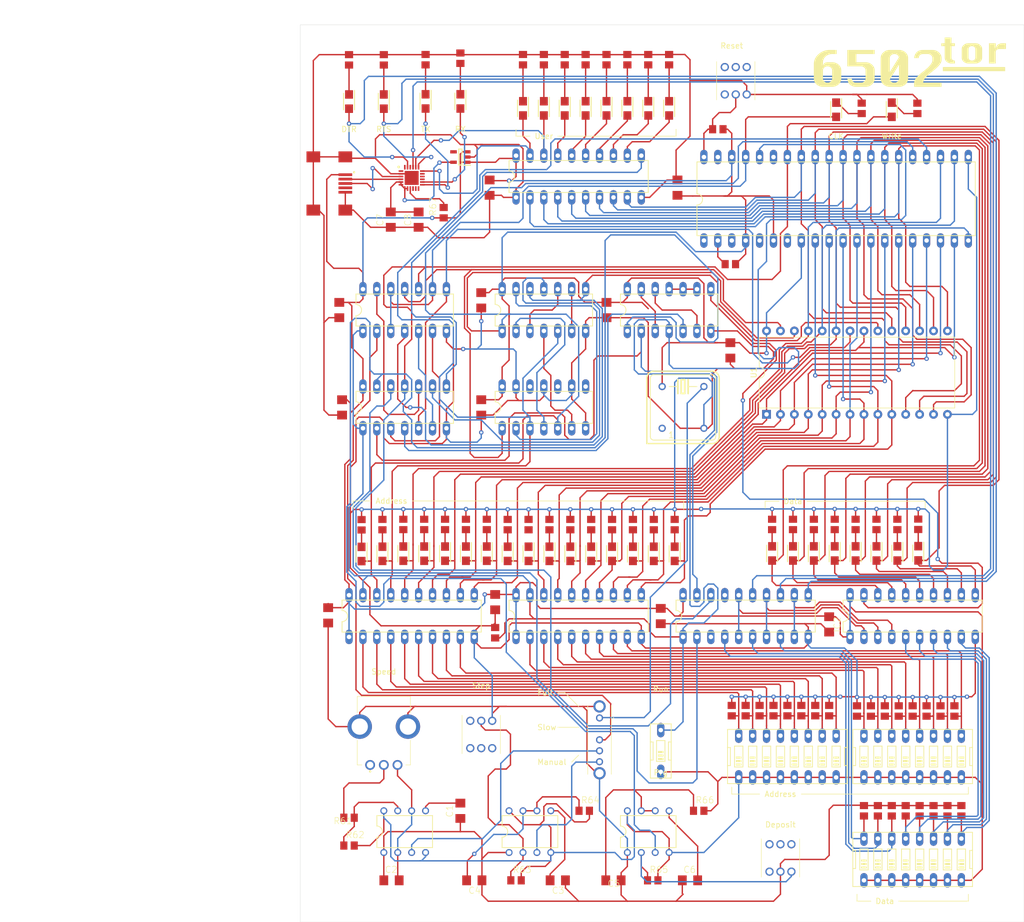
<source format=kicad_pcb>
(kicad_pcb (version 20211014) (generator pcbnew)
  (layers (0 "F.Cu" signal) (31 "B.Cu" signal) (34 "B.Paste" user) (35 "F.Paste" user) (36 "B.SilkS" user "B.Silkscreen") (37 "F.SilkS" user "F.Silkscreen") (38 "B.Mask" user) (39 "F.Mask" user) (44 "Edge.Cuts" user))
  (net 0 "")
  (net 1 "0")
  (net 2 "Net-(C1-Pad2)")
  (net 3 "Net-(C2-Pad2)")
  (net 4 "Net-(C3-Pad2)")
  (net 5 "Net-(C4-Pad2)")
  (net 6 "Net-(C5-Pad2)")
  (net 7 "Net-(C6-Pad2)")
  (net 8 "Net-(C7-Pad2)")
  (net 10 "Net-(IC1-Pad2)")
  (net 14 "Net-(IC1-Pad9)")
  (net 15 "Net-(IC1-Pad10)")
  (net 16 "Net-(IC1-Pad11)")
  (net 17 "Net-(IC1-Pad12)")
  (net 18 "Net-(IC1-Pad13)")
  (net 19 "Net-(IC1-Pad14)")
  (net 20 "Net-(IC1-Pad15)")
  (net 21 "Net-(IC1-Pad16)")
  (net 22 "Net-(IC1-Pad17)")
  (net 23 "Net-(IC1-Pad18)")
  (net 24 "Net-(IC1-Pad19)")
  (net 25 "Net-(IC1-Pad20)")
  (net 26 "Net-(IC1-Pad22)")
  (net 27 "Net-(IC1-Pad23)")
  (net 28 "Net-(IC1-Pad24)")
  (net 29 "Net-(IC1-Pad25)")
  (net 30 "Net-(IC1-Pad26)")
  (net 31 "Net-(IC1-Pad27)")
  (net 32 "Net-(IC1-Pad28)")
  (net 33 "Net-(IC1-Pad29)")
  (net 34 "Net-(IC1-Pad30)")
  (net 35 "Net-(IC1-Pad31)")
  (net 36 "Net-(IC1-Pad32)")
  (net 37 "Net-(IC1-Pad33)")
  (net 38 "Net-(IC1-Pad34)")
  (net 40 "Net-(IC1-Pad36)")
  (net 41 "Net-(IC1-Pad37)")
  (net 43 "Net-(IC1-Pad40)")
  (net 44 "Net-(IC3-Pad2)")
  (net 45 "Net-(IC3-Pad5)")
  (net 46 "Net-(IC3-Pad6)")
  (net 47 "Net-(IC3-Pad13)")
  (net 48 "Net-(IC10-Pad3)")
  (net 49 "Net-(IC14-Pad19)")
  (net 50 "Net-(IC4-Pad13)")
  (net 51 "Net-(IC4-Pad5)")
  (net 52 "Net-(IC4-Pad12)")
  (net 53 "Net-(IC4-Pad10)")
  (net 54 "Net-(IC5-Pad2)")
  (net 55 "Net-(IC5-Pad10)")
  (net 56 "Net-(IC5-Pad4)")
  (net 57 "Net-(IC5-Pad6)")
  (net 58 "Net-(IC5-Pad11)")
  (net 59 "Net-(IC5-Pad13)")
  (net 60 "Net-(IC6-Pad2)")
  (net 61 "Net-(IC6-Pad3)")
  (net 62 "Net-(IC7-Pad3)")
  (net 63 "Net-(IC7-Pad7)")
  (net 64 "Net-(IC15-Pad11)")
  (net 65 "Net-(IC14-Pad2)")
  (net 69 "Net-(IC10-Pad2)")
  (net 70 "Net-(IC3-Pad4)")
  (net 71 "Net-(IC3-Pad8)")
  (net 72 "Net-(IC3-Pad11)")
  (net 73 "Net-(IC11-Pad2)")
  (net 74 "Net-(IC11-Pad3)")
  (net 75 "Net-(IC11-Pad4)")
  (net 76 "Net-(IC11-Pad5)")
  (net 77 "Net-(IC11-Pad6)")
  (net 78 "Net-(IC11-Pad7)")
  (net 79 "Net-(IC11-Pad8)")
  (net 80 "Net-(IC11-Pad9)")
  (net 81 "Net-(IC12-Pad2)")
  (net 82 "Net-(IC12-Pad3)")
  (net 83 "Net-(IC12-Pad4)")
  (net 84 "Net-(IC12-Pad5)")
  (net 85 "Net-(IC12-Pad6)")
  (net 87 "Net-(IC14-Pad4)")
  (net 88 "Net-(IC14-Pad6)")
  (net 89 "Net-(IC14-Pad8)")
  (net 90 "Net-(IC14-Pad11)")
  (net 91 "Net-(IC14-Pad13)")
  (net 92 "Net-(IC14-Pad15)")
  (net 94 "Net-(IC15-Pad12)")
  (net 95 "Net-(IC15-Pad13)")
  (net 96 "Net-(IC15-Pad14)")
  (net 97 "Net-(IC15-Pad15)")
  (net 98 "Net-(IC15-Pad16)")
  (net 99 "Net-(IC15-Pad17)")
  (net 100 "Net-(IC15-Pad18)")
  (net 101 "Net-(IC15-Pad19)")
  (net 103 "Net-(IC16-Pad3)")
  (net 104 "Net-(IC16-Pad4)")
  (net 105 "Net-(IC16-Pad9)")
  (net 116 "Net-(LED1-Pad1)")
  (net 117 "Net-(LED2-Pad1)")
  (net 118 "Net-(LED3-Pad1)")
  (net 119 "Net-(LED4-Pad1)")
  (net 120 "Net-(LED5-Pad1)")
  (net 121 "Net-(LED6-Pad1)")
  (net 122 "Net-(LED7-Pad1)")
  (net 123 "Net-(LED8-Pad1)")
  (net 124 "Net-(LED9-Pad1)")
  (net 125 "Net-(LED10-Pad1)")
  (net 126 "Net-(LED11-Pad1)")
  (net 127 "Net-(LED12-Pad1)")
  (net 128 "Net-(LED13-Pad1)")
  (net 129 "Net-(LED14-Pad1)")
  (net 130 "Net-(LED15-Pad1)")
  (net 131 "Net-(LED16-Pad1)")
  (net 132 "Net-(LED17-Pad1)")
  (net 133 "Net-(LED18-Pad1)")
  (net 134 "Net-(LED19-Pad1)")
  (net 135 "Net-(LED20-Pad1)")
  (net 136 "Net-(LED21-Pad1)")
  (net 137 "Net-(LED22-Pad1)")
  (net 138 "Net-(LED23-Pad1)")
  (net 139 "Net-(LED24-Pad1)")
  (net 140 "Net-(LED25-Pad1)")
  (net 141 "Net-(LED26-Pad1)")
  (net 142 "Net-(LED27-Pad1)")
  (net 143 "Net-(LED28-Pad1)")
  (net 144 "Net-(LED29-Pad1)")
  (net 145 "Net-(LED30-Pad1)")
  (net 146 "Net-(LED31-Pad1)")
  (net 147 "Net-(LED32-Pad1)")
  (net 148 "Net-(LED33-Pad1)")
  (net 149 "Net-(LED34-Pad1)")
  (net 150 "Net-(LED37-Pad1)")
  (net 151 "Net-(LED38-Pad1)")
  (net 152 "Net-(QG1-Pad5)")
  (net 154 "Net-(R60-Pad2)")
  (net 167 "VCC")
  (net 168 "Net-(IC16-Pad13)")
  (net 169 "Net-(IC16-Pad14)")
  (net 170 "Net-(LED35-Pad1)")
  (net 171 "Net-(LED36-Pad1)")
  (net 172 "Net-(IC12-Pad7)")
  (net 173 "Net-(IC12-Pad8)")
  (net 174 "Net-(IC12-Pad9)")
  (net 175 "Net-(IC14-Pad16)")
  (net 176 "Net-(IC14-Pad14)")
  (net 177 "Net-(IC14-Pad12)")
  (net 178 "Net-(R20-Pad1)")
  (net 179 "Net-(R21-Pad1)")
  (net 180 "Net-(R22-Pad1)")
  (net 181 "Net-(R23-Pad1)")
  (net 182 "Net-(R24-Pad1)")
  (net 183 "Net-(IC4-Pad8)")
  (footprint "6502tor:DIL20" (layer "F.Cu") (at 113.03 128.27)
    (fp_text reference "IC14" hide)
    (fp_text value "74244N")
  )
  (footprint "6502tor:LEDM3020X140N" (layer "F.Cu") (at 77.216 116.906 -90)
    (fp_text reference "LED10" hide)
    (fp_text value "CLM3C-AKW-CTBVA253")
  )
  (footprint "6502tor:LEDM3020X140N" (layer "F.Cu") (at 54.61 34.29 -90)
    (fp_text reference "LED35" hide)
    (fp_text value "CLM3C-AKW-CTBVA253")
  )
  (footprint "6502tor:LEDM3020X140N" (layer "F.Cu") (at 60.96 34.29 -90)
    (fp_text reference "LED36" hide)
    (fp_text value "CLM3C-AKW-CTBVA253")
  )
  (footprint "6502tor:LEDM3020X140N" (layer "F.Cu") (at 80.01 35.56 -90)
    (fp_text reference "LED27" hide)
    (fp_text value "CLM3C-AKW-CTBVA253")
  )
  (footprint "6502tor:C1206" (layer "F.Cu") (at 48.39 176.53)
    (fp_text reference "C2")
    (fp_text value "1uf")
  )
  (footprint "6502tor:R0805" (layer "F.Cu") (at 133.096 111.542 90)
    (fp_text reference "R46" hide)
    (fp_text value "R-US_R0805")
  )
  (footprint "6502tor:R0805" (layer "F.Cu") (at 120.65 145.542 90)
    (fp_text reference "R5" hide)
    (fp_text value "R-US_R0805")
  )
  (footprint "6502tor:R0805" (layer "F.Cu") (at 140.716 111.542 90)
    (fp_text reference "R48" hide)
    (fp_text value "R-US_R0805")
  )
  (footprint "6502tor:C1206" (layer "F.Cu") (at 39.37 90.17 90)
    (fp_text reference "C14" hide)
    (fp_text value "0.1uf")
  )
  (footprint "6502tor:LEDM3020X140N" (layer "F.Cu") (at 125.476 116.84 -90)
    (fp_text reference "LED19" hide)
    (fp_text value "CLM3C-AKW-CTBVA253")
  )
  (footprint "6502tor:R0805" (layer "F.Cu") (at 81.026 111.572 90)
    (fp_text reference "R36" hide)
    (fp_text value "R-US_R0805")
  )
  (footprint "6502tor:EDG-08" (layer "F.Cu") (at 143.51 172.72)
    (fp_text reference "SW3" hide)
    (fp_text value "SW_DIP-8" hide)
  )
  (footprint "6502tor:DIL14" (layer "F.Cu") (at 76.2 90.17)
    (fp_text reference "IC9" hide)
    (fp_text value "7404N")
  )
  (footprint "6502tor:MHPS2273" (layer "F.Cu") (at 117.38 174.945)
    (fp_text reference "S1" hide)
    (fp_text value "MHPS2273")
  )
  (footprint "6502tor:R0805" (layer "F.Cu") (at 128.27 145.542 90)
    (fp_text reference "R8" hide)
    (fp_text value "R-US_R0805")
  )
  (footprint "6502tor:LEDM3020X140N" (layer "F.Cu") (at 50.546 116.876 -90)
    (fp_text reference "LED3" hide)
    (fp_text value "CLM3C-AKW-CTBVA253")
  )
  (footprint "6502tor:DIL14" (layer "F.Cu") (at 76.2 72.39)
    (fp_text reference "IC5" hide)
    (fp_text value "7400N")
  )
  (footprint "6502tor:R0805" (layer "F.Cu") (at 92.456 111.572 90)
    (fp_text reference "R39" hide)
    (fp_text value "R-US_R0805")
  )
  (footprint "6502tor:R0805" (layer "F.Cu") (at 144.78 163.83 90)
    (fp_text reference "R21" hide)
    (fp_text value "R-US_R0805")
  )
  (footprint "6502tor:C1206" (layer "F.Cu") (at 63.5 176.53 180)
    (fp_text reference "C4")
    (fp_text value "0.1uf")
  )
  (footprint "6502tor:R0805" (layer "F.Cu") (at 110.49 145.542 90)
    (fp_text reference "R1" hide)
    (fp_text value "R-US_R0805")
  )
  (footprint "6502tor:R0805" (layer "F.Cu") (at 54.61 26.67 90)
    (fp_text reference "R72" hide)
    (fp_text value "1K")
  )
  (footprint "6502tor:R0805" (layer "F.Cu") (at 40.64 170.18)
    (fp_text reference "R62")
    (fp_text value "1K")
  )
  (footprint "6502tor:DIL14" (layer "F.Cu") (at 99.06 72.39)
    (fp_text reference "IC4" hide)
    (fp_text value "7400N")
  )
  (footprint "6502tor:R0805" (layer "F.Cu") (at 88.646 111.572 90)
    (fp_text reference "R38" hide)
    (fp_text value "R-US_R0805")
  )
  (footprint "6502tor:R0805" (layer "F.Cu") (at 77.216 111.572 90)
    (fp_text reference "R35" hide)
    (fp_text value "R-US_R0805")
  )
  (footprint "6502tor:DIL08" (layer "F.Cu") (at 95.25 167.64)
    (fp_text reference "IC10" hide)
    (fp_text value "555N")
  )
  (footprint "6502tor:C1206" (layer "F.Cu") (at 87.63 72.39 90)
    (fp_text reference "C12" hide)
    (fp_text value "0.1uf")
  )
  (footprint "6502tor:C1206" (layer "F.Cu") (at 38.862 72.39 90)
    (fp_text reference "C10" hide)
    (fp_text value "0.1uf")
  )
  (footprint "6502tor:R0805" (layer "F.Cu") (at 121.666 111.542 90)
    (fp_text reference "R43" hide)
    (fp_text value "R-US_R0805")
  )
  (footprint "6502tor:R0805" (layer "F.Cu") (at 143.51 145.608 90)
    (fp_text reference "R13" hide)
    (fp_text value "R-US_R0805")
  )
  (footprint "6502tor:DIL08" (layer "F.Cu") (at 73.66 167.64)
    (fp_text reference "IC6" hide)
    (fp_text value "555N")
  )
  (footprint "6502tor:LEDM3020X140N" (layer "F.Cu") (at 84.836 116.906 -90)
    (fp_text reference "LED12" hide)
    (fp_text value "CLM3C-AKW-CTBVA253")
  )
  (footprint "6502tor:LEDM3020X140N" (layer "F.Cu") (at 95.25 35.56 -90)
    (fp_text reference "LED31" hide)
    (fp_text value "CLM3C-AKW-CTBVA253")
  )
  (footprint "6502tor:C1206" (layer "F.Cu") (at 53.34 55.88 90)
    (fp_text reference "C8")
    (fp_text value "4.7uf")
  )
  (footprint "6502tor:LEDM3020X140N" (layer "F.Cu") (at 121.666 116.84 -90)
    (fp_text reference "LED18" hide)
    (fp_text value "CLM3C-AKW-CTBVA253")
  )
  (footprint "6502tor:DIL40" (layer "F.Cu") (at 129.54 52.07)
    (fp_text reference "IC1" hide)
    (fp_text value "W65C02SP")
  )
  (footprint "6502tor:DIL20" (layer "F.Cu") (at 143.51 128.27)
    (fp_text reference "IC2")
    (fp_text value "74245N")
  )
  (footprint "6502tor:DIL08" (layer "F.Cu") (at 50.8 167.64)
    (fp_text reference "IC7" hide)
    (fp_text value "555N")
  )
  (footprint "6502tor:R0805" (layer "F.Cu") (at 125.476 111.542 90)
    (fp_text reference "R44" hide)
    (fp_text value "R-US_R0805")
  )
  (footprint "6502tor:R0805" (layer "F.Cu") (at 144.37 35.56 90)
    (fp_text reference "R68" hide)
    (fp_text value "R-US_R0805")
  )
  (footprint "6502tor:EDG-08" (layer "F.Cu") (at 143.51 153.924)
    (fp_text reference "SW2" hide)
    (fp_text value "SW_DIP-8" hide)
  )
  (footprint "6502tor:C1206" (layer "F.Cu") (at 100.584 50.038 -90)
    (fp_text reference "C18" hide)
    (fp_text value "0.1uf")
  )
  (footprint "6502tor:C1206" (layer "F.Cu") (at 78.74 176.53 180)
    (fp_text reference "C3")
    (fp_text value "0.01uf")
  )
  (footprint "6502tor:R0805" (layer "F.Cu") (at 95.25 26.67 90)
    (fp_text reference "R56" hide)
    (fp_text value "R-US_R0805")
  )
  (footprint "6502tor:C1206" (layer "F.Cu") (at 110.236 79.756 90)
    (fp_text reference "C19" hide)
    (fp_text value "0.1uf")
  )
  (footprint "6502tor:R0805" (layer "F.Cu") (at 115.57 145.542 90)
    (fp_text reference "R3" hide)
    (fp_text value "R-US_R0805")
  )
  (footprint "6502tor:R0805" (layer "F.Cu") (at 137.16 163.83 90)
    (fp_text reference "R18" hide)
    (fp_text value "R-US_R0805")
  )
  (footprint "6502tor:LEDM3020X140N" (layer "F.Cu") (at 81.026 116.906 -90)
    (fp_text reference "LED11" hide)
    (fp_text value "CLM3C-AKW-CTBVA253")
  )
  (footprint "6502tor:C1206" (layer "F.Cu") (at 64.77 90.17 90)
    (fp_text reference "C13" hide)
    (fp_text value "0.1uf")
  )
  (footprint "6502tor:DIL08S" (layer "F.Cu") (at 101.6 90.17)
    (fp_text reference "QG1" hide)
    (fp_text value "QG5460")
  )
  (footprint "6502tor:R0805" (layer "F.Cu") (at 76.2 26.67 90)
    (fp_text reference "R51" hide)
    (fp_text value "R-US_R0805")
  )
  (footprint "6502tor:LEDM3020X140N" (layer "F.Cu") (at 136.906 116.84 -90)
    (fp_text reference "LED22" hide)
    (fp_text value "CLM3C-AKW-CTBVA253")
  )
  (footprint "6502tor:OS103011MS8QP1" (layer "F.Cu") (at 86.36 150.876 -90)
    (fp_text reference "S4" hide)
    (fp_text value "OS103011MS8QP1")
  )
  (footprint "6502tor:R0805" (layer "F.Cu") (at 148.59 145.608 90)
    (fp_text reference "R15" hide)
    (fp_text value "R-US_R0805")
  )
  (footprint "6502tor:C1206" (layer "F.Cu") (at 64.77 70.612 90)
    (fp_text reference "C11" hide)
    (fp_text value "0.1uf")
  )
  (footprint "6502tor:MHPS2273" (layer "F.Cu") (at 109.22 33.02)
    (fp_text reference "S3" hide)
    (fp_text value "MHPS2273")
  )
  (footprint "6502tor:LEDM3020X140N" (layer "F.Cu") (at 144.526 116.81 -90)
    (fp_text reference "LED24" hide)
    (fp_text value "CLM3C-AKW-CTBVA253")
  )
  (footprint "6502tor:R0805" (layer "F.Cu") (at 69.596 111.572 90)
    (fp_text reference "R33" hide)
    (fp_text value "R-US_R0805")
  )
  (footprint "6502tor:LEDM3020X140N" (layer "F.Cu") (at 83.82 35.56 -90)
    (fp_text reference "LED28" hide)
    (fp_text value "CLM3C-AKW-CTBVA253")
  )
  (footprint "6502tor:LEDM3020X140N" (layer "F.Cu") (at 133.096 116.84 -90)
    (fp_text reference "LED21" hide)
    (fp_text value "CLM3C-AKW-CTBVA253")
  )
  (footprint "6502tor:LEDM3020X140N" (layer "F.Cu") (at 140.716 116.84 -90)
    (fp_text reference "LED23" hide)
    (fp_text value "CLM3C-AKW-CTBVA253")
  )
  (footprint "6502tor:R0805" (layer "F.Cu") (at 129.286 111.542 90)
    (fp_text reference "R45" hide)
    (fp_text value "R-US_R0805")
  )
  (footprint "6502tor:R0805" (layer "F.Cu") (at 100.076 111.572 90)
    (fp_text reference "R41" hide)
    (fp_text value "R-US_R0805")
  )
  (footprint "6502tor:R0805" (layer "F.Cu") (at 138.43 145.608 90)
    (fp_text reference "R11" hide)
    (fp_text value "R-US_R0805")
  )
  (footprint "6502tor:R0805" (layer "F.Cu") (at 58.166 111.542 90)
    (fp_text reference "R30" hide)
    (fp_text value "R-US_R0805")
  )
  (footprint "6502tor:R0805" (layer "F.Cu") (at 146.05 145.608 90)
    (fp_text reference "R14" hide)
    (fp_text value "R-US_R0805")
  )
  (footprint "6502tor:R0805" (layer "F.Cu") (at 46.99 26.7 90)
    (fp_text reference "R70" hide)
    (fp_text value "1K")
  )
  (footprint "6502tor:R0805" (layer "F.Cu") (at 134.21 35.56 90)
    (fp_text reference "R69" hide)
    (fp_text value "R-US_R0805")
  )
  (footprint "6502tor:R0805" (layer "F.Cu") (at 110.236 64.008)
    (fp_text reference "R58" hide)
    (fp_text value "R-US_R0805")
  )
  (footprint "6502tor:R0805" (layer "F.Cu") (at 135.89 145.608 90)
    (fp_text reference "R10" hide)
    (fp_text value "R-US_R0805")
  )
  (footprint "6502tor:R0805" (layer "F.Cu") (at 139.7 163.83 90)
    (fp_text reference "R19" hide)
    (fp_text value "R-US_R0805")
  )
  (footprint "6502tor:R0805" (layer "F.Cu") (at 133.35 145.608 90)
    (fp_text reference "R9" hide)
    (fp_text value "R-US_R0805")
  )
  (footprint "6502tor:R0805" (layer "F.Cu") (at 71.12 176.53)
    (fp_text reference "R63")
    (fp_text value "1K")
  )
  (footprint "6502tor:C1206" (layer "F.Cu") (at 66.294 50.038 90)
    (fp_text reference "C20" hide)
    (fp_text value "0.1uf")
  )
  (footprint "6502tor:R0805" (layer "F.Cu") (at 117.856 111.542 90)
    (fp_text reference "R42" hide)
    (fp_text value "R-US_R0805")
  )
  (footprint "6502tor:R0805" (layer "F.Cu") (at 91.44 26.67 90)
    (fp_text reference "R55" hide)
    (fp_text value "R-US_R0805")
  )
  (footprint "6502tor:R0805" (layer "F.Cu") (at 57.912 54.61 90)
    (fp_text reference "R67")
    (fp_text value "1K")
  )
  (footprint "6502tor:DIL14" (layer "F.Cu") (at 50.8 90.17)
    (fp_text reference "IC8" hide)
    (fp_text value "7404N")
  )
  (footprint "6502tor:DIL20" (layer "F.Cu") (at 52.07 128.27)
    (fp_text reference "IC11" hide)
    (fp_text value "74245N")
  )
  (footprint "6502tor:R0805" (layer "F.Cu") (at 147.32 163.83 90)
    (fp_text reference "R22" hide)
    (fp_text value "R-US_R0805")
  )
  (footprint "6502tor:R0805" (layer "F.Cu") (at 40.64 26.7 90)
    (fp_text reference "R71" hide)
    (fp_text value "1K")
  )
  (footprint "6502tor:LEDM3020X140N" (layer "F.Cu") (at 96.266 116.906 -90)
    (fp_text reference "LED15" hide)
    (fp_text value "CLM3C-AKW-CTBVA253")
  )
  (footprint "6502tor:DIL14" (layer "F.Cu") (at 50.8 72.39)
    (fp_text reference "IC3" hide)
    (fp_text value "7400N")
  )
  (footprint "6502tor:LEDM3020X140N" (layer "F.Cu") (at 73.406 116.906 -90)
    (fp_text reference "LED8" hide)
    (fp_text value "CLM3C-AKW-CTBVA253")
  )
  (footprint "6502tor:R0805" (layer "F.Cu") (at 113.03 145.542 90)
    (fp_text reference "R2" hide)
    (fp_text value "R-US_R0805")
  )
  (footprint "6502tor:R0805" (layer "F.Cu") (at 96.266 111.572 90)
    (fp_text reference "R40" hide)
    (fp_text value "R-US_R0805")
  )
  (footprint "6502tor:LEDM3020X140N" (layer "F.Cu") (at 61.976 116.876 -90)
    (fp_text reference "LED6" hide)
    (fp_text value "CLM3C-AKW-CTBVA253")
  )
  (footprint "6502tor:LEDM3020X140N" (layer "F.Cu") (at 88.646 116.906 -90)
    (fp_text reference "LED13" hide)
    (fp_text value "CLM3C-AKW-CTBVA253")
  )
  (footprint "6502tor:R0805" (layer "F.Cu") (at 104.46 163.83)
    (fp_text reference "R66")
    (fp_text value "1M")
  )
  (footprint "6502tor:EDG-01" (layer "F.Cu") (at 97.536 152.908)
    (fp_text reference "SW4" hide)
    (fp_text value "SW_DIP-1" hide)
  )
  (footprint "6502tor:LEDM3020X140N" (layer "F.Cu") (at 65.786 116.876 -90)
    (fp_text reference "LED7" hide)
    (fp_text value "CLM3C-AKW-CTBVA253")
  )
  (footprint "6502tor:R0805" (layer "F.Cu") (at 99.06 26.67 90)
    (fp_text reference "R57" hide)
    (fp_text value "R-US_R0805")
  )
  (footprint "6502tor:R0805" (layer "F.Cu") (at 107.95 39.37)
    (fp_text reference "R59" hide)
    (fp_text value "R-US_R0805")
  )
  (footprint "6502tor:LEDM3020X140N" (layer "F.Cu") (at 91.44 35.56 -90)
    (fp_text reference "LED30" hide)
    (fp_text value "CLM3C-AKW-CTBVA253")
  )
  (footprint "6502tor:LEDM3020X140N" (layer "F.Cu") (at 129.286 116.84 -90)
    (fp_text reference "LED20" hide)
    (fp_text value "CLM3C-AKW-CTBVA253")
  )
  (footprint "6502tor:R0805" (layer "F.Cu") (at 125.73 145.542 90)
    (fp_text reference "R7" hide)
    (fp_text value "R-US_R0805")
  )
  (footprint "6502tor:LEDM3020X140N" (layer "F.Cu") (at 99.06 35.56 -90)
    (fp_text reference "LED32" hide)
    (fp_text value "CLM3C-AKW-CTBVA253")
  )
  (footprint "6502tor:LEDM3020X140N" (layer "F.Cu") (at 139.7 35.814 -90)
    (fp_text reference "LED34" hide)
    (fp_text value "CLM3C-AKW-CTBVA253")
  )
  (footprint "6502tor:R0805" (layer "F.Cu") (at 136.906 111.542 90)
    (fp_text reference "R47" hide)
    (fp_text value "R-US_R0805")
  )
  (footprint "6502tor:R0805" (layer "F.Cu") (at 140.97 145.608 90)
    (fp_text reference "R12" hide)
    (fp_text value "R-US_R0805")
  )
  (footprint "6502tor:DIL20" (layer "F.Cu") (at 82.55 128.27)
    (fp_text reference "IC12" hide)
    (fp_text value "74245N")
  )
  (footprint "6502tor:LEDM3020X140N" (layer "F.Cu") (at 129.54 35.814 -90)
    (fp_text reference "LED33" hide)
    (fp_text value "CLM3C-AKW-CTBVA253")
  )
  (footprint "6502tor:LEDM3020X140N" (layer "F.Cu") (at 92.456 116.906 -90)
    (fp_text reference "LED14" hide)
    (fp_text value "CLM3C-AKW-CTBVA253")
  )
  (footprint "6502tor:R0805" (layer "F.Cu") (at 54.356 111.542 90)
    (fp_text reference "R29" hide)
    (fp_text value "R-US_R0805")
  )
  (footprint "6502tor:R0805" (layer "F.Cu") (at 149.86 163.83 90)
    (fp_text reference "R23" hide)
    (fp_text value "R-US_R0805")
  )
  (footprint "6502tor:R0805" (layer "F.Cu") (at 152.4 163.83 90)
    (fp_text reference "R24" hide)
    (fp_text value "R-US_R0805")
  )
  (footprint "6502tor:LEDM3020X140N" (layer "F.Cu") (at 72.39 35.56 -90)
    (fp_text reference "LED25" hide)
    (fp_text value "CLM3C-AKW-CTBVA253")
  )
  (footprint "6502tor:R0805" (layer "F.Cu") (at 67.31 131.318 90)
    (fp_text reference "R25" hide)
    (fp_text value "R-US_R0805")
  )
  (footprint "6502tor:LEDM3020X140N" (layer "F.Cu") (at 42.926 116.936 -90)
    (fp_text reference "LED1" hide)
    (fp_text value "CLM3C-AKW-CTBVA253")
  )
  (footprint "6502tor:R0805" (layer "F.Cu") (at 134.62 163.83 90)
    (fp_text reference "R17" hide)
    (fp_text value "R-US_R0805")
  )
  (footprint "6502tor:R0805" (layer "F.Cu") (at 83.82 26.67 90)
    (fp_text reference "R53" hide)
    (fp_text value "R-US_R0805")
  )
  (footprint "6502tor:R0805" (layer "F.Cu") (at 142.24 163.83 90)
    (fp_text reference "R20" hide)
    (fp_text value "R-US_R0805")
  )
  (footprint "6502tor:LEDM3020X140N" (layer "F.Cu") (at 46.736 116.906 -90)
    (fp_text reference "LED2" hide)
    (fp_text value "CLM3C-AKW-CTBVA253")
  )
  (footprint "6502tor:R0805" (layer "F.Cu") (at 40.64 165.1 180)
    (fp_text reference "R61")
    (fp_text value "1K")
  )
  (footprint "6502tor:MHPS2273" (layer "F.Cu") (at 62.77 152.4)
    (fp_text reference "S5" hide)
    (fp_text value "MHPS2273")
  )
  (footprint "6502tor:C1206" (layer "F.Cu") (at 128.27 129.794 90)
    (fp_text reference "C9" hide)
    (fp_text value "0.1uf")
  )
  (footprint "6502tor:C1206" (layer "F.Cu") (at 36.83 128.14 90)
    (fp_text reference "C17" hide)
    (fp_text value "0.1uf")
  )
  (footprint "6502tor:C1206" (layer "F.Cu") (at 60.96 163.83 90)
    (fp_text reference "C1")
    (fp_text value "0.01uf")
  )
  (footprint "6502tor:C1206" (layer "F.Cu") (at 67.31 125.73 90)
    (fp_text reference "C16" hide)
    (fp_text value "0.1uf")
  )
  (footprint "6502tor:LEDM3020X140N" (layer "F.Cu") (at 46.99 34.32 -90)
    (fp_text reference "LED37" hide)
    (fp_text value "CLM3C-AKW-CTBVA253")
  )
  (footprint "6502tor:PTV09A4020FB103" (layer "F.Cu") (at 46.99 149.86)
    (fp_text reference "R60" hide)
    (fp_text value "PTV09A-4020F-B105")
  )
  (footprint "6502tor:R0805" (layer "F.Cu") (at 42.926 111.602 90)
    (fp_text reference "R26" hide)
    (fp_text value "R-US_R0805")
  )
  (footprint "6502tor:LEDM3020X140N" (layer "F.Cu") (at 76.2 35.56 -90)
    (fp_text reference "LED26" hide)
    (fp_text value "CLM3C-AKW-CTBVA253")
  )
  (footprint "6502tor:UJ2MBH1SMTTR" (layer "F.Cu") (at 35.56 49.276 -90)
    (fp_text reference "J1" hide)
    (fp_text value "UJ2-MBH-1-SMT-TR")
  )
  (footprint "6502tor:R0805" (layer "F.Cu") (at 87.63 26.67 90)
    (fp_text reference "R54" hide)
    (fp_text value "R-US_R0805")
  )
  (footprint "6502tor:R0805" (layer "F.Cu") (at 118.11 145.542 90)
    (fp_text reference "R4" hide)
    (fp_text value "R-US_R0805")
  )
  (footprint "6502tor:R0805" (layer "F.Cu") (at 65.786 111.542 90)
    (fp_text reference "R32" hide)
    (fp_text value "R-US_R0805")
  )
  (footprint "6502tor:R0805" (layer "F.Cu") (at 50.546 111.542 90)
    (fp_text reference "R28" hide)
    (fp_text value "R-US_R0805")
  )
  (footprint "6502tor:DIL20" (layer "F.Cu") (at 82.55 48.006)
    (fp_text reference "IC15" hide)
    (fp_text value "74574N")
  )
  (footprint "6502tor:R0805" (layer "F.Cu") (at 123.19 145.542 90)
    (fp_text reference "R6" hide)
    (fp_text value "R-US_R0805")
  )
  (footprint "6502tor:LEDM3020X140N" (layer "F.Cu") (at 117.856 116.84 -90)
    (fp_text reference "LED17" hide)
    (fp_text value "CLM3C-AKW-CTBVA253")
  )
  (footprint "6502tor:R0805" (layer "F.Cu") (at 60.96 26.4016 90)
    (fp_text reference "R73" hide)
    (fp_text value "1K")
  )
  (footprint "6502tor:C1206" (layer "F.Cu") (at 88.9 176.53 180)
    (fp_text reference "C5")
    (fp_text value "0.1uf")
  )
  (footprint "6502tor:R0805" (layer "F.Cu") (at 151.13 145.608 90)
    (fp_text reference "R16" hide)
    (fp_text value "R-US_R0805")
  )
  (footprint "6502tor:C1206" (layer "F.Cu") (at 102.87 176.53)
    (fp_text reference "C6")
    (fp_text value "0.01uf")
  )
  (footprint "6502tor:R0805" (layer "F.Cu") (at 80.01 26.67 90)
    (fp_text reference "R52" hide)
    (fp_text value "R-US_R0805")
  )
  (footprint "6502tor:R0805" (layer "F.Cu") (at 73.406 111.572 90)
    (fp_text reference "R34" hide)
    (fp_text value "R-US_R0805")
  )
  (footprint "6502tor:SOT95P280X145-5N" (layer "F.Cu") (at 60.96 44.45 180)
    (fp_text reference "IC17" hide)
    (fp_text value "TPS7A2036PDBVR")
  )
  (footprint "6502tor:R0805" (layer "F.Cu") (at 96.07 176.53)
    (fp_text reference "R65")
    (fp_text value "1K")
  )
  (footprint "6502tor:R0805" (layer "F.Cu") (at 144.526 111.512 90)
    (fp_text reference "R49" hide)
    (fp_text value "R-US_R0805")
  )
  (footprint "6502tor:R0805" (layer "F.Cu") (at 83.566 163.83)
    (fp_text reference "R64")
    (fp_text value "1M")
  )
  (footprint "6502tor:LEDM3020X140N" (layer "F.Cu") (at 100.076 116.906 -90)
    (fp_text reference "LED16" hide)
    (fp_text value "CLM3C-AKW-CTBVA253")
  )
  (footprint "6502tor:R0805" (layer "F.Cu") (at 72.39 26.67 90)
    (fp_text reference "R50" hide)
    (fp_text value "R-US_R0805")
  )
  (footprint "6502tor:LEDM3020X140N" (layer "F.Cu") (at 54.356 116.876 -90)
    (fp_text reference "LED4" hide)
    (fp_text value "CLM3C-AKW-CTBVA253")
  )
  (footprint "6502tor:C1206" (layer "F.Cu") (at 48.26 55.88 90)
    (fp_text reference "C7")
    (fp_text value "0.1uf")
  )
  (footprint "6502tor:R0805" (layer "F.Cu") (at 46.736 111.572 90)
    (fp_text reference "R27" hide)
    (fp_text value "R-US_R0805")
  )
  (footprint "6502tor:LEDM3020X140N" (layer "F.Cu") (at 40.64 34.32 -90)
    (fp_text reference "LED38" hide)
    (fp_text value "CLM3C-AKW-CTBVA253")
  )
  (footprint "6502tor:R0805" (layer "F.Cu") (at 84.836 111.572 90)
    (fp_text reference "R37" hide)
    (fp_text value "R-US_R0805")
  )
  (footprint "6502tor:LEDM3020X140N" (layer "F.Cu") (at 58.166 116.876 -90)
    (fp_text reference "LED5" hide)
    (fp_text value "CLM3C-AKW-CTBVA253")
  )
  (footprint "Package_DIP:DIP-28_W15.24mm" (layer "F.Cu") (at 116.84 91.44 90)
    (fp_text reference "U1")
    (fp_text value "HM62256BLP")
  )
  (footprint "6502tor:EDG-08" (layer "F.Cu") (at 120.65 153.924)
    (fp_text reference "SW1" hide)
    (fp_text value "SW_DIP-8" hide)
  )
  (footprint "6502tor:LEDM3020X140N" (layer "F.Cu") (at 69.596 116.906 -90)
    (fp_text reference "LED9" hide)
    (fp_text value "CLM3C-AKW-CTBVA253")
  )
  (footprint "6502tor:C1206" (layer "F.Cu") (at 97.536 128.27 90)
    (fp_text reference "C15" hide)
    (fp_text value "0.1uf")
  )
  (footprint "6502tor:R0805" (layer "F.Cu") (at 61.976 111.542 90)
    (fp_text reference "R31" hide)
    (fp_text value "R-US_R0805")
  )
  (footprint "6502tor:LEDM3020X140N" (layer "F.Cu") (at 87.63 35.56 -90)
    (fp_text reference "LED29" hide)
    (fp_text value "CLM3C-AKW-CTBVA253")
  )
  (footprint "6502tor:QFN50P400X400X80-25N" (layer "F.Cu") (at 52.07 48.26)
    (fp_text reference "IC16" hide)
    (fp_text value "CP2102N-A02-GQFN24")
  )
  (gr_line (start 81.28 154.94) (end 82.55 153.67) (layer "F.SilkS") (width 0.12))
  (gr_poly (pts (xy 147.199497 24.892) (xy 147.282797 24.89718) (xy 147.364569 24.905814) (xy 147.444813 24.917902) (xy 147.523528 24.933443) (xy 147.600714 24.952438) (xy 147.676372 24.974887) (xy 147.750502 25.000789) (xy 147.823103 25.030145) (xy 147.894175 25.062954) (xy 147.963719 25.099217) (xy 148.031735 25.138934) (xy 148.098222 25.182104) (xy 148.16318 25.228728) (xy 148.22661 25.278806) (xy 148.288511 25.332337) (xy 148.348213 25.388253) (xy 148.404062 25.445485) (xy 148.45606 25.504032) (xy 148.504206 25.563896) (xy 148.5485 25.625074) (xy 148.588943 25.687569) (xy 148.625534 25.751379) (xy 148.658273 25.816505) (xy 148.687161 25.882946) (xy 148.712197 25.950704) (xy 148.733381 26.019776) (xy 148.750713 26.090165) (xy 148.764194 26.161869) (xy 148.773823 26.234889) (xy 148.779601 26.309224) (xy 148.781527 26.384875) (xy 148.781527 26.763789) (xy 148.779949 26.812699) (xy 148.775214 26.862506) (xy 148.767324 26.91321) (xy 148.756277 26.964813) (xy 148.742074 27.017313) (xy 148.724715 27.070711) (xy 148.704199 27.125006) (xy 148.680527 27.180199) (xy 148.653699 27.23629) (xy 148.623715 27.293279) (xy 148.554278 27.409949) (xy 148.472216 27.530209) (xy 148.377529 27.654061) (xy 148.270217 27.781503) (xy 148.15028 27.912536) (xy 148.017718 28.04716) (xy 147.872531 28.185374) (xy 147.714719 28.327179) (xy 147.544282 28.472575) (xy 147.36122 28.621561) (xy 147.165533 28.774138) (xy 147.055975 28.861846) (xy 146.860289 29.014588) (xy 146.677227 29.16319) (xy 146.50679 29.307654) (xy 146.348978 29.447979) (xy 146.203792 29.584165) (xy 146.07123 29.716212) (xy 145.951293 29.84412) (xy 145.84398 29.967889) (xy 145.749293 30.087519) (xy 145.667231 30.203011) (xy 145.597794 30.314363) (xy 145.540981 30.421577) (xy 145.496794 30.524652) (xy 145.465232 30.623588) (xy 145.446294 30.718385) (xy 145.439982 30.809043) (xy 145.439982 30.87571) (xy 148.781527 30.87571) (xy 148.781527 31.626521) (xy 143.773123 31.626521) (xy 143.773123 30.87571) (xy 143.774697 30.826798) (xy 143.77942 30.77698) (xy 143.787292 30.726258) (xy 143.798312 30.674632) (xy 143.81248 30.622101) (xy 143.829798 30.568666) (xy 143.850264 30.514325) (xy 143.873878 30.459081) (xy 143.900641 30.402932) (xy 143.930553 30.345878) (xy 143.999822 30.229057) (xy 144.081685 30.108618) (xy 144.176143 29.984561) (xy 144.283195 29.856886) (xy 144.402842 29.725593) (xy 144.535083 29.590681) (xy 144.679918 29.452152) (xy 144.837348 29.310004) (xy 145.007372 29.164239) (xy 145.18999 29.014855) (xy 145.385202 28.861854) (xy 145.498678 28.774144) (xy 145.694365 28.621567) (xy 145.877426 28.472581) (xy 146.047863 28.327185) (xy 146.205675 28.18538) (xy 146.350862 28.047166) (xy 146.483424 27.912542) (xy 146.603361 27.781509) (xy 146.710673 27.654067) (xy 146.80536 27.530216) (xy 146.887422 27.409956) (xy 146.95686 27.293286) (xy 147.013672 27.180207) (xy 147.057859 27.070718) (xy 147.089422 26.96482) (xy 147.108359 26.862513) (xy 147.114672 26.763797) (xy 147.114672 26.384881) (xy 147.113694 26.347069) (xy 147.110759 26.309942) (xy 147.105868 26.273501) (xy 147.099021 26.237745) (xy 147.090217 26.202674) (xy 147.079457 26.168289) (xy 147.06674 26.134588) (xy 147.052067 26.101573) (xy 147.035437 26.069244) (xy 147.016852 26.037599) (xy 146.996309 26.00664) (xy 146.973811 25.976366) (xy 146.949356 25.946777) (xy 146.922944 25.917874) (xy 146.894576 25.889656) (xy 146.864252 25.862123) (xy 146.832613 25.835357) (xy 146.800301 25.810318) (xy 146.767317 25.787006) (xy 146.73366 25.765421) (xy 146.699331 25.745563) (xy 146.664329 25.727431) (xy 146.628655 25.711026) (xy 146.592309 25.696348) (xy 146.55529 25.683397) (xy 146.517598 25.672173) (xy 146.479234 25.662675) (xy 146.440198 25.654904) (xy 146.400489 25.64886) (xy 146.360107 25.644543) (xy 146.319053 25.641953) (xy 146.277327 25.641089) (xy 145.439985 25.641089) (xy 145.346414 25.643995) (xy 145.301714 25.647627) (xy 145.258406 25.652711) (xy 145.216488 25.659249) (xy 145.175961 25.667239) (xy 145.136825 25.676681) (xy 145.09908 25.687577) (xy 145.062726 25.699925) (xy 145.027763 25.713726) (xy 144.99419 25.728979) (xy 144.962009 25.745686) (xy 144.931219 25.763845) (xy 144.901819 25.783456) (xy 144.87381 25.804521) (xy 144.847192 25.827038) (xy 144.821965 25.851008) (xy 144.798129 25.876431) (xy 144.775684 25.903306) (xy 144.75463 25.931634) (xy 144.734967 25.961415) (xy 144.716694 25.992648) (xy 144.699813 26.025334) (xy 144.684322 26.059473) (xy 144.670222 26.095065) (xy 144.657513 26.132109) (xy 144.646195 26.170606) (xy 144.636268 26.210555) (xy 144.627732 26.251958) (xy 144.620586 26.294813) (xy 144.610468 26.384881) (xy 144.610468 26.384877) (xy 143.773127 26.384877) (xy 143.802564 26.20389) (xy 143.82102 26.117775) (xy 143.841967 26.034579) (xy 143.865406 25.954303) (xy 143.891335 25.876945) (xy 143.919757 25.802507) (xy 143.950669 25.730988) (xy 143.984074 25.662388) (xy 144.019969 25.596707) (xy 144.058356 25.533945) (xy 144.099234 25.474103) (xy 144.142604 25.417179) (xy 144.188465 25.363175) (xy 144.236817 25.31209) (xy 144.287661 25.263924) (xy 144.340996 25.218677) (xy 144.396822 25.17635) (xy 144.45514 25.136941) (xy 144.515949 25.100452) (xy 144.57925 25.066882) (xy 144.645042 25.036231) (xy 144.713325 25.008499) (xy 144.7841 24.983686) (xy 144.857366 24.961792) (xy 144.933123 24.942818) (xy 145.011372 24.926762) (xy 145.092112 24.913626) (xy 145.175343 24.903409) (xy 145.261066 24.896111) (xy 145.34928 24.891733) (xy 145.439985 24.890273) (xy 147.114668 24.890273)) (layer "F.SilkS") (width 0) (fill solid))
  (gr_poly (pts (xy 136.576491 25.641084) (xy 133.238859 25.641084) (xy 133.238859 27.13569) (xy 134.913545 27.13569) (xy 134.998373 27.137417) (xy 135.081674 27.142597) (xy 135.163445 27.151231) (xy 135.243689 27.163319) (xy 135.322403 27.17886) (xy 135.39959 27.197855) (xy 135.475248 27.220303) (xy 135.549377 27.246206) (xy 135.621978 27.275561) (xy 135.693051 27.308371) (xy 135.762595 27.344634) (xy 135.830611 27.384351) (xy 135.897098 27.427521) (xy 135.962057 27.474145) (xy 136.025488 27.524223) (xy 136.08739 27.577754) (xy 136.147091 27.633259) (xy 136.20294 27.690134) (xy 136.254938 27.74838) (xy 136.303084 27.807997) (xy 136.347378 27.868983) (xy 136.38782 27.931341) (xy 136.424411 27.995069) (xy 136.45715 28.060167) (xy 136.486038 28.126636) (xy 136.511074 28.194475) (xy 136.532258 28.263684) (xy 136.54959 28.334265) (xy 136.563071 28.406215) (xy 136.5727 28.479536) (xy 136.578478 28.554228) (xy 136.580403 28.63029) (xy 136.580403 30.131913) (xy 136.578462 30.207989) (xy 136.572639 30.282722) (xy 136.562933 30.356112) (xy 136.549346 30.428159) (xy 136.531876 30.498862) (xy 136.510523 30.568222) (xy 136.485289 30.63624) (xy 136.456172 30.702914) (xy 136.423173 30.768245) (xy 136.386292 30.832233) (xy 136.345529 30.894878) (xy 136.300883 30.95618) (xy 136.252355 31.016139) (xy 136.199945 31.074754) (xy 136.143653 31.132027) (xy 136.083478 31.187957) (xy 136.021133 31.241064) (xy 135.957351 31.290744) (xy 135.892132 31.336998) (xy 135.825477 31.379826) (xy 135.757385 31.419228) (xy 135.687856 31.455203) (xy 135.61689 31.487752) (xy 135.544488 31.516875) (xy 135.470649 31.542572) (xy 135.395373 31.564842) (xy 135.31866 31.583686) (xy 135.240511 31.599104) (xy 135.160924 31.611096) (xy 135.079901 31.619661) (xy 134.997441 31.6248) (xy 134.913545 31.626513) (xy 133.238859 31.626513) (xy 133.059481 31.620675) (xy 132.973552 31.613377) (xy 132.89013 31.60316) (xy 132.809214 31.590024) (xy 132.730805 31.573969) (xy 132.654902 31.554994) (xy 132.581507 31.533101) (xy 132.510617 31.508288) (xy 132.442235 31.480556) (xy 132.376359 31.449905) (xy 132.31299 31.416335) (xy 132.252127 31.379845) (xy 132.193771 31.340437) (xy 132.137922 31.298109) (xy 132.084579 31.252862) (xy 132.033743 31.204696) (xy 131.985414 31.153611) (xy 131.939591 31.099607) (xy 131.896275 31.042684) (xy 131.855466 30.982841) (xy 131.817163 30.920079) (xy 131.781367 30.854399) (xy 131.748077 30.785799) (xy 131.717294 30.714279) (xy 131.689018 30.639841) (xy 131.663248 30.562484) (xy 131.639985 30.482207) (xy 131.619229 30.399011) (xy 131.600979 30.312897) (xy 131.572 30.131909) (xy 132.409343 30.131909) (xy 132.413707 30.17767) (xy 132.419462 30.221978) (xy 132.426607 30.264833) (xy 132.435143 30.306236) (xy 132.44507 30.346185) (xy 132.456389 30.384682) (xy 132.469098 30.421727) (xy 132.483197 30.457318) (xy 132.498688 30.491457) (xy 132.51557 30.524144) (xy 132.533842 30.555377) (xy 132.553506 30.585158) (xy 132.57456 30.613486) (xy 132.597005 30.640361) (xy 132.620842 30.665784) (xy 132.646069 30.689754) (xy 132.672687 30.712271) (xy 132.700695 30.733336) (xy 132.730095 30.752947) (xy 132.760886 30.771107) (xy 132.793067 30.787813) (xy 132.82664 30.803066) (xy 132.861603 30.816867) (xy 132.897957 30.829216) (xy 132.935702 30.840111) (xy 132.974838 30.849554) (xy 133.015365 30.857544) (xy 133.057283 30.864081) (xy 133.100591 30.869166) (xy 133.145291 30.872797) (xy 133.191381 30.874976) (xy 133.238863 30.875703) (xy 134.076205 30.875703) (xy 134.11839 30.874853) (xy 134.159842 30.872304) (xy 134.20056 30.868055) (xy 134.240544 30.862107) (xy 134.279794 30.85446) (xy 134.318311 30.845113) (xy 134.356094 30.834067) (xy 134.393143 30.821321) (xy 134.429458 30.806876) (xy 134.46504 30.790732) (xy 134.499889 30.772888) (xy 134.534003 30.753345) (xy 134.567384 30.732103) (xy 134.600031 30.709161) (xy 134.631945 30.68452) (xy 134.663125 30.658179) (xy 134.69345 30.630221) (xy 134.721818 30.601606) (xy 134.74823 30.572332) (xy 134.772685 30.542401) (xy 134.795184 30.511811) (xy 134.815726 30.480564) (xy 134.834312 30.448659) (xy 134.850942 30.416096) (xy 134.865615 30.382875) (xy 134.878331 30.348996) (xy 134.889092 30.31446) (xy 134.897895 30.279265) (xy 134.904743 30.243413) (xy 134.909634 30.206903) (xy 134.912568 30.169735) (xy 134.913547 30.131909) (xy 134.913547 28.630288) (xy 134.912568 28.592476) (xy 134.909634 28.555349) (xy 134.904743 28.518908) (xy 134.897895 28.483152) (xy 134.889092 28.448081) (xy 134.878331 28.413695) (xy 134.865615 28.379995) (xy 134.850942 28.34698) (xy 134.834312 28.31465) (xy 134.815726 28.283006) (xy 134.795184 28.252046) (xy 134.772685 28.221772) (xy 134.74823 28.192184) (xy 134.721818 28.16328) (xy 134.69345 28.135062) (xy 134.663125 28.10753) (xy 134.631945 28.080764) (xy 134.600031 28.055725) (xy 134.567384 28.032413) (xy 134.534003 28.010828) (xy 134.499888 27.99097) (xy 134.46504 27.972838) (xy 134.429458 27.956433) (xy 134.393142 27.941755) (xy 134.356093 27.928804) (xy 134.31831 27.91758) (xy 134.279793 27.908082) (xy 134.240543 27.900311) (xy 134.200559 27.894267) (xy 134.159841 27.88995) (xy 134.11839 27.88736) (xy 134.076205 27.886496) (xy 131.572 27.886496) (xy 131.572063 24.890273) (xy 136.580466 24.890273)) (layer "F.SilkS") (width 0) (fill solid))
  (gr_line (start 80.01 142.24) (end 82.55 144.78) (layer "F.SilkS") (width 0.12))
  (gr_line (start 100.33 40.64) (end 100.33 39.37) (layer "F.SilkS") (width 0.12))
  (gr_line (start 153.67 180.34) (end 153.67 179.07) (layer "F.SilkS") (width 0.12))
  (gr_line (start 145.796 108.585) (end 145.796 107.315) (layer "F.SilkS") (width 0.12))
  (gr_poly (pts (xy 150.599215 23.668971) (xy 151.222509 23.668971) (xy 151.222509 24.198897) (xy 150.599215 24.198897) (xy 150.599215 26.313655) (xy 150.599988 26.345073) (xy 150.602309 26.375562) (xy 150.606178 26.405123) (xy 150.611593 26.433755) (xy 150.618557 26.461459) (xy 150.627067 26.488234) (xy 150.637125 26.51408) (xy 150.64873 26.538998) (xy 150.661882 26.562987) (xy 150.676582 26.586048) (xy 150.692829 26.60818) (xy 150.710623 26.629383) (xy 150.729965 26.649658) (xy 150.750854 26.669004) (xy 150.77329 26.687421) (xy 150.797274 26.704909) (xy 150.821917 26.721102) (xy 150.846333 26.73625) (xy 150.870521 26.750353) (xy 150.894481 26.763411) (xy 150.918214 26.775425) (xy 150.94172 26.786395) (xy 150.964997 26.796319) (xy 150.988048 26.805199) (xy 151.01087 26.813034) (xy 151.033466 26.819825) (xy 151.055833 26.825571) (xy 151.077973 26.830272) (xy 151.099886 26.833928) (xy 151.121571 26.83654) (xy 151.143029 26.838107) (xy 151.164259 26.83863) (xy 151.222506 26.83863) (xy 151.222506 27.368558) (xy 150.599215 27.368558) (xy 150.535718 27.367349) (xy 150.473382 27.363721) (xy 150.412206 27.357676) (xy 150.35219 27.349212) (xy 150.293336 27.33833) (xy 150.235641 27.325029) (xy 150.179107 27.309311) (xy 150.123734 27.291174) (xy 150.069521 27.270619) (xy 150.016468 27.247645) (xy 149.964576 27.222253) (xy 149.913845 27.194443) (xy 149.864274 27.164215) (xy 149.815864 27.131568) (xy 149.768614 27.096503) (xy 149.722525 27.05902) (xy 149.678437 27.019545) (xy 149.637194 26.979121) (xy 149.598796 26.93775) (xy 149.563242 26.89543) (xy 149.530532 26.852163) (xy 149.500666 26.807948) (xy 149.473645 26.762784) (xy 149.449468 26.716673) (xy 149.428136 26.669614) (xy 149.409648 26.621606) (xy 149.394004 26.572651) (xy 149.381205 26.522748) (xy 149.371249 26.471897) (xy 149.364139 26.420097) (xy 149.359872 26.36735) (xy 149.35845 26.313655) (xy 149.35845 24.198899) (xy 148.735159 24.198899) (xy 148.735159 23.668971) (xy 149.35845 23.668971) (xy 149.358454 22.61407) (xy 150.599215 22.61407)) (layer "F.SilkS") (width 0) (fill solid))
  (gr_line (start 78.74 142.24) (end 80.01 142.24) (layer "F.SilkS") (width 0.12))
  (gr_line (start 41.402 107.254) (end 44.577 107.254) (layer "F.SilkS") (width 0.12))
  (gr_poly (pts (xy 129.642587 25.641082) (xy 128.813072 25.641082) (xy 128.727281 25.642809) (xy 128.643048 25.647989) (xy 128.560375 25.656623) (xy 128.47926 25.668711) (xy 128.399705 25.684252) (xy 128.321708 25.703248) (xy 128.245271 25.725696) (xy 128.170392 25.751599) (xy 128.097073 25.780955) (xy 128.025312 25.813764) (xy 127.955111 25.850027) (xy 127.886468 25.889744) (xy 127.819385 25.932915) (xy 127.753861 25.979539) (xy 127.689895 26.029617) (xy 127.627489 26.083148) (xy 127.568262 26.139064) (xy 127.512856 26.196296) (xy 127.461271 26.254843) (xy 127.413507 26.314706) (xy 127.369565 26.375885) (xy 127.329443 26.438379) (xy 127.293143 26.502189) (xy 127.260663 26.567315) (xy 127.232005 26.633756) (xy 127.207168 26.701513) (xy 127.186152 26.770586) (xy 127.168957 26.840974) (xy 127.155583 26.912678) (xy 127.14603 26.985698) (xy 127.140298 27.060033) (xy 127.138388 27.135684) (xy 127.13839 27.886498) (xy 127.145359 27.839888) (xy 127.153552 27.794784) (xy 127.162967 27.751189) (xy 127.173605 27.709101) (xy 127.185466 27.668521) (xy 127.198549 27.629448) (xy 127.212855 27.591883) (xy 127.228384 27.555825) (xy 127.245136 27.521275) (xy 127.26311 27.488232) (xy 127.282308 27.456697) (xy 127.302728 27.42667) (xy 127.32437 27.39815) (xy 127.347236 27.371138) (xy 127.371324 27.345633) (xy 127.396635 27.321635) (xy 127.423658 27.299118) (xy 127.451903 27.278053) (xy 127.481371 27.258441) (xy 127.512062 27.240282) (xy 127.543976 27.223576) (xy 127.577113 27.208322) (xy 127.611472 27.194521) (xy 127.647054 27.182173) (xy 127.683859 27.171278) (xy 127.721887 27.161835) (xy 127.761137 27.153845) (xy 127.80161 27.147308) (xy 127.843306 27.142223) (xy 127.886225 27.138591) (xy 127.930367 27.136412) (xy 127.975731 27.135686) (xy 128.813074 27.135686) (xy 128.897903 27.137413) (xy 128.981203 27.142593) (xy 129.062974 27.151227) (xy 129.143218 27.163315) (xy 129.221933 27.178857) (xy 129.299119 27.197852) (xy 129.374777 27.2203) (xy 129.448906 27.246203) (xy 129.521507 27.275559) (xy 129.59258 27.308368) (xy 129.662124 27.344632) (xy 129.73014 27.384348) (xy 129.796627 27.427519) (xy 129.861586 27.474143) (xy 129.925017 27.524221) (xy 129.986919 27.577752) (xy 130.04662 27.633257) (xy 130.102469 27.690132) (xy 130.154466 27.748378) (xy 130.202612 27.807994) (xy 130.246906 27.868981) (xy 130.287348 27.931338) (xy 130.323939 27.995066) (xy 130.356679 28.060164) (xy 130.385566 28.126633) (xy 130.410602 28.194472) (xy 130.431786 28.263682) (xy 130.449119 28.334262) (xy 130.4626 28.406213) (xy 130.472229 28.479534) (xy 130.478007 28.554226) (xy 130.479932 28.630288) (xy 130.479932 30.131909) (xy 130.478007 30.207149) (xy 130.472229 30.281128) (xy 130.4626 30.353847) (xy 130.449119 30.425304) (xy 130.431786 30.495501) (xy 130.410602 30.564437) (xy 130.385566 30.632112) (xy 130.356679 30.698526) (xy 130.323939 30.763679) (xy 130.287348 30.827571) (xy 130.246906 30.890203) (xy 130.202612 30.951574) (xy 130.154466 31.011683) (xy 130.102469 31.070532) (xy 130.04662 31.12812) (xy 129.986919 31.184447) (xy 129.925017 31.237979) (xy 129.861586 31.288056) (xy 129.796627 31.33468) (xy 129.73014 31.377851) (xy 129.662124 31.417567) (xy 129.59258 31.45383) (xy 129.521507 31.48664) (xy 129.448906 31.515996) (xy 129.374777 31.541898) (xy 129.299119 31.564346) (xy 129.221933 31.583341) (xy 129.143218 31.598883) (xy 129.062974 31.61097) (xy 128.981203 31.619604) (xy 128.897903 31.624785) (xy 128.813074 31.626512) (xy 127.13839 31.626512) (xy 127.053546 31.624785) (xy 126.9702 31.619604) (xy 126.888351 31.61097) (xy 126.808001 31.598883) (xy 126.729149 31.583341) (xy 126.651794 31.564346) (xy 126.575938 31.541898) (xy 126.501579 31.515996) (xy 126.428718 31.48664) (xy 126.357355 31.45383) (xy 126.28749 31.417567) (xy 126.219123 31.377851) (xy 126.152253 31.33468) (xy 126.086882 31.288056) (xy 126.023008 31.237979) (xy 125.960632 31.184447) (xy 125.901405 31.12812) (xy 125.845999 31.070532) (xy 125.794414 31.011683) (xy 125.74665 30.951574) (xy 125.702707 30.890203) (xy 125.662585 30.827571) (xy 125.626284 30.763679) (xy 125.593805 30.698526) (xy 125.565147 30.632112) (xy 125.540309 30.564437) (xy 125.519293 30.495501) (xy 125.502098 30.425304) (xy 125.488724 30.353847) (xy 125.479171 30.281128) (xy 125.47344 30.207149) (xy 125.471529 30.131913) (xy 127.13839 30.131913) (xy 127.139337 30.169313) (xy 127.14218 30.206083) (xy 127.146918 30.242223) (xy 127.153552 30.277732) (xy 127.16208 30.312611) (xy 127.172504 30.346859) (xy 127.184823 30.380477) (xy 127.199038 30.413465) (xy 127.215148 30.445822) (xy 127.233153 30.477549) (xy 127.253053 30.508645) (xy 127.274849 30.539111) (xy 127.29854 30.568947) (xy 127.324126 30.598152) (xy 127.351608 30.626727) (xy 127.380985 30.654672) (xy 127.412196 30.681437) (xy 127.444201 30.706476) (xy 127.477002 30.729788) (xy 127.510597 30.751373) (xy 127.544987 30.771231) (xy 127.580171 30.789363) (xy 127.616151 30.805768) (xy 127.652925 30.820446) (xy 127.690494 30.833397) (xy 127.728858 30.844622) (xy 127.768017 30.854119) (xy 127.807971 30.86189) (xy 127.848719 30.867934) (xy 127.890262 30.872251) (xy 127.9326 30.874841) (xy 127.975733 30.875705) (xy 128.01885 30.874841) (xy 128.061142 30.872251) (xy 128.102609 30.867934) (xy 128.14325 30.86189) (xy 128.183066 30.854119) (xy 128.222057 30.844622) (xy 128.260222 30.833397) (xy 128.297562 30.820446) (xy 128.334077 30.805768) (xy 128.369766 30.789363) (xy 128.40463 30.771231) (xy 128.438668 30.751373) (xy 128.471881 30.729788) (xy 128.504269 30.706476) (xy 128.535831 30.681437) (xy 128.566568 30.654672) (xy 128.596419 30.626727) (xy 128.624344 30.598152) (xy 128.650343 30.568947) (xy 128.674416 30.539111) (xy 128.696563 30.508645) (xy 128.716784 30.477549) (xy 128.73508 30.445822) (xy 128.751449 30.413465) (xy 128.765893 30.380477) (xy 128.778411 30.346859) (xy 128.789003 30.312611) (xy 128.797669 30.277732) (xy 128.80441 30.242223) (xy 128.809224 30.206083) (xy 128.812113 30.169313) (xy 128.813076 30.131913) (xy 128.813074 30.131913) (xy 128.813074 28.63029) (xy 128.812096 28.592478) (xy 128.809161 28.555351) (xy 128.80427 28.51891) (xy 128.797423 28.483154) (xy 128.788619 28.448083) (xy 128.777859 28.413698) (xy 128.765142 28.379997) (xy 128.750469 28.346982) (xy 128.73384 28.314653) (xy 128.715254 28.283008) (xy 128.694712 28.252049) (xy 128.672213 28.221775) (xy 128.647758 28.192186) (xy 128.621346 28.163283) (xy 128.592979 28.135065) (xy 128.562654 28.107532) (xy 128.531474 28.080766) (xy 128.49956 28.055727) (xy 128.466913 28.032415) (xy 128.433532 28.01083) (xy 128.399417 27.990972) (xy 128.364568 27.97284) (xy 128.328986 27.956435) (xy 128.29267 27.941757) (xy 128.25562 27.928806) (xy 128.217837 27.917582) (xy 128.17932 27.908084) (xy 128.14007 27.900313) (xy 128.100085 27.894269) (xy 128.059367 27.889952) (xy 128.017916 27.887362) (xy 127.975731 27.886498) (xy 127.933072 27.887362) (xy 127.891177 27.889952) (xy 127.850047 27.894269) (xy 127.809681 27.900313) (xy 127.770079 27.908084) (xy 127.731241 27.917582) (xy 127.693168 27.928806) (xy 127.655858 27.941757) (xy 127.619313 27.956435) (xy 127.583532 27.97284) (xy 127.548516 27.990972) (xy 127.514263 28.01083) (xy 127.480775 28.032415) (xy 127.448051 28.055727) (xy 127.416091 28.080766) (xy 127.384895 28.107532) (xy 127.355045 28.135065) (xy 127.327121 28.163284) (xy 127.301122 28.192187) (xy 127.277049 28.221776) (xy 127.254902 28.252051) (xy 127.234681 28.28301) (xy 127.216386 28.314655) (xy 127.200016 28.346985) (xy 127.185572 28.38) (xy 127.173054 28.4137) (xy 127.162462 28.448085) (xy 127.153796 28.483156) (xy 127.147056 28.518912) (xy 127.142241 28.555353) (xy 127.139352 28.592479) (xy 127.13839 28.63029) (xy 127.13839 30.131913) (xy 125.471529 30.131913) (xy 125.471529 30.131909) (xy 125.471529 27.507581) (xy 125.474892 27.374561) (xy 125.484979 27.243898) (xy 125.501792 27.115592) (xy 125.52533 26.989644) (xy 125.555593 26.866053) (xy 125.592582 26.744819) (xy 125.636295 26.625943) (xy 125.686734 26.509424) (xy 125.743898 26.395262) (xy 125.807786 26.283457) (xy 125.8784 26.17401) (xy 125.95574 26.06692) (xy 126.039804 25.962187) (xy 126.130593 25.859811) (xy 126.228108 25.759793) (xy 126.332348 25.662131) (xy 126.441723 25.568664) (xy 126.553667 25.481226) (xy 126.668177 25.399819) (xy 126.785256 25.324442) (xy 126.904903 25.255095) (xy 127.027117 25.191779) (xy 127.151899 25.134492) (xy 127.279248 25.083236) (xy 127.409166 25.03801) (xy 127.541651 24.998814) (xy 127.676704 24.965648) (xy 127.814325 24.938512) (xy 127.954514 24.917407) (xy 128.097271 24.902331) (xy 128.242595 24.893286) (xy 128.390488 24.890271) (xy 129.642587 24.890271)) (layer "F.SilkS") (width 0) (fill solid))
  (gr_poly (pts (xy 160.392487 28.76778) (xy 149.020695 28.76778) (xy 149.020695 28.012474) (xy 160.392487 28.012474)) (layer "F.SilkS") (width 0) (fill solid))
  (gr_line (start 41.402 107.254) (end 41.402 108.651) (layer "F.SilkS") (width 0.12))
  (gr_line (start 133.35 180.34) (end 135.89 180.34) (layer "F.SilkS") (width 0.12))
  (gr_line (start 110.49 159.512) (end 110.49 160.782) (layer "F.SilkS") (width 0.12))
  (gr_line (start 140.97 180.34) (end 153.67 180.34) (layer "F.SilkS") (width 0.12))
  (gr_line (start 153.67 160.782) (end 153.67 159.512) (layer "F.SilkS") (width 0.12))
  (gr_line (start 133.35 179.07) (end 133.35 180.34) (layer "F.SilkS") (width 0.12))
  (gr_line (start 78.74 148.59) (end 82.55 148.59) (layer "F.SilkS") (width 0.12))
  (gr_line (start 101.727 108.778) (end 101.727 107.254) (layer "F.SilkS") (width 0.12))
  (gr_poly (pts (xy 158.672878 24.728826) (xy 158.682912 24.66362) (xy 158.694812 24.600484) (xy 158.708578 24.539418) (xy 158.72421 24.480422) (xy 158.741708 24.423496) (xy 158.761072 24.36864) (xy 158.782302 24.315854) (xy 158.805398 24.265139) (xy 158.830359 24.216493) (xy 158.857187 24.169917) (xy 158.885881 24.125411) (xy 158.916441 24.082976) (xy 158.948866 24.04261) (xy 158.983158 24.004315) (xy 159.019315 23.96809) (xy 159.057339 23.933934) (xy 159.097227 23.901849) (xy 159.138982 23.871833) (xy 159.182602 23.843888) (xy 159.228089 23.818012) (xy 159.275441 23.794207) (xy 159.324659 23.772472) (xy 159.375743 23.752806) (xy 159.428693 23.735211) (xy 159.483509 23.719686) (xy 159.540191 23.706231) (xy 159.598738 23.694846) (xy 159.659152 23.685531) (xy 159.721431 23.678286) (xy 159.785576 23.673111) (xy 159.851587 23.670006) (xy 159.919464 23.668971) (xy 160.53693 23.668971) (xy 160.53693 24.728826) (xy 159.296169 24.728826) (xy 159.264415 24.729435) (xy 159.23323 24.731263) (xy 159.202614 24.73431) (xy 159.172567 24.738576) (xy 159.143089 24.74406) (xy 159.11418 24.750764) (xy 159.085839 24.758686) (xy 159.058068 24.767827) (xy 159.030865 24.778187) (xy 159.004231 24.789765) (xy 158.978166 24.802563) (xy 158.95267 24.816579) (xy 158.927743 24.831814) (xy 158.903384 24.848268) (xy 158.879594 24.86594) (xy 158.856373 24.884831) (xy 158.834153 24.904264) (xy 158.813366 24.924181) (xy 158.794013 24.944581) (xy 158.776094 24.965465) (xy 158.759608 24.986833) (xy 158.744556 25.008684) (xy 158.730937 25.031019) (xy 158.718752 25.053837) (xy 158.708 25.077139) (xy 158.698682 25.100925) (xy 158.690798 25.125195) (xy 158.684347 25.149948) (xy 158.679329 25.175185) (xy 158.675745 25.200905) (xy 158.673595 25.227109) (xy 158.672878 25.253797) (xy 158.672878 27.368556) (xy 157.432119 27.368556) (xy 157.432119 23.668971) (xy 158.672878 23.668971)) (layer "F.SilkS") (width 0) (fill solid))
  (gr_line (start 71.12 39.37) (end 71.12 40.64) (layer "F.SilkS") (width 0.12))
  (gr_line (start 78.74 40.64) (end 100.33 40.64) (layer "F.SilkS") (width 0.12))
  (gr_poly (pts (xy 155.013753 23.670199) (xy 155.075759 23.673885) (xy 155.136628 23.680027) (xy 155.196358 23.688627) (xy 155.254951 23.699683) (xy 155.312406 23.713196) (xy 155.368724 23.729166) (xy 155.423904 23.747593) (xy 155.477946 23.768477) (xy 155.53085 23.791818) (xy 155.582616 23.817616) (xy 155.633245 23.845871) (xy 155.682737 23.876583) (xy 155.73109 23.909752) (xy 155.778306 23.945378) (xy 155.824385 23.98346) (xy 155.868824 24.022936) (xy 155.910397 24.063359) (xy 155.949102 24.104731) (xy 155.98494 24.14705) (xy 156.017912 24.190318) (xy 156.048016 24.234533) (xy 156.075253 24.279696) (xy 156.099623 24.325808) (xy 156.121126 24.372867) (xy 156.139762 24.420874) (xy 156.155531 24.469829) (xy 156.168433 24.519733) (xy 156.178468 24.570584) (xy 156.185636 24.622383) (xy 156.189937 24.67513) (xy 156.19137 24.728826) (xy 156.19137 26.313653) (xy 156.189937 26.366758) (xy 156.185636 26.418973) (xy 156.178468 26.470298) (xy 156.168433 26.520733) (xy 156.155531 26.570278) (xy 156.139762 26.618933) (xy 156.121126 26.666699) (xy 156.099623 26.713574) (xy 156.075253 26.75956) (xy 156.048016 26.804655) (xy 156.017912 26.848861) (xy 155.98494 26.892177) (xy 155.949102 26.934603) (xy 155.910397 26.97614) (xy 155.868824 27.016786) (xy 155.824385 27.056542) (xy 155.778306 27.094325) (xy 155.73109 27.129671) (xy 155.682737 27.162578) (xy 155.633245 27.193049) (xy 155.582616 27.221081) (xy 155.53085 27.246676) (xy 155.477946 27.269833) (xy 155.423904 27.290553) (xy 155.368724 27.308835) (xy 155.312406 27.324679) (xy 155.254951 27.338086) (xy 155.196358 27.349055) (xy 155.136628 27.357587) (xy 155.075759 27.363681) (xy 155.013753 27.367337) (xy 154.950609 27.368556) (xy 153.70402 27.368556) (xy 153.640864 27.367347) (xy 153.578824 27.36372) (xy 153.517899 27.357674) (xy 153.458088 27.34921) (xy 153.399393 27.338328) (xy 153.341812 27.325028) (xy 153.285347 27.309309) (xy 153.229996 27.291172) (xy 153.175761 27.270617) (xy 153.12264 27.247643) (xy 153.070634 27.222252) (xy 153.019744 27.194441) (xy 152.969968 27.164213) (xy 152.921307 27.131566) (xy 152.873761 27.096501) (xy 152.82733 27.059018) (xy 152.783243 27.019543) (xy 152.742001 26.979119) (xy 152.703603 26.937748) (xy 152.668049 26.895428) (xy 152.635339 26.852161) (xy 152.605474 26.807945) (xy 152.578453 26.762782) (xy 152.554277 26.71667) (xy 152.532944 26.669611) (xy 152.514456 26.621603) (xy 152.498813 26.572648) (xy 152.486013 26.522745) (xy 152.476058 26.471894) (xy 152.468947 26.420095) (xy 152.464681 26.367348) (xy 152.463259 26.313653) (xy 153.70402 26.313653) (xy 153.704725 26.340051) (xy 153.706841 26.366003) (xy 153.710368 26.391511) (xy 153.715306 26.416574) (xy 153.721655 26.441192) (xy 153.729414 26.465365) (xy 153.738585 26.489093) (xy 153.749166 26.512376) (xy 153.761157 26.535214) (xy 153.77456 26.557607) (xy 153.789373 26.579556) (xy 153.805597 26.601059) (xy 153.823232 26.622117) (xy 153.842277 26.64273) (xy 153.862733 26.662899) (xy 153.8846 26.682622) (xy 153.907832 26.701513) (xy 153.931656 26.719185) (xy 153.956072 26.735639) (xy 153.981079 26.750874) (xy 154.006678 26.76489) (xy 154.032869 26.777687) (xy 154.059651 26.789266) (xy 154.087024 26.799626) (xy 154.11499 26.808767) (xy 154.143547 26.816689) (xy 154.172695 26.823392) (xy 154.202436 26.828877) (xy 154.232768 26.833143) (xy 154.263692 26.83619) (xy 154.295207 26.838018) (xy 154.327314 26.838628) (xy 154.35941 26.838018) (xy 154.390891 26.83619) (xy 154.421758 26.833143) (xy 154.45201 26.828877) (xy 154.481648 26.823392) (xy 154.510671 26.816689) (xy 154.53908 26.808767) (xy 154.566875 26.799626) (xy 154.594055 26.789266) (xy 154.620621 26.777687) (xy 154.646572 26.76489) (xy 154.671909 26.750874) (xy 154.696631 26.735639) (xy 154.720739 26.719185) (xy 154.744232 26.701513) (xy 154.767111 26.682622) (xy 154.789332 26.662899) (xy 154.810119 26.64273) (xy 154.829472 26.622117) (xy 154.847391 26.601059) (xy 154.863877 26.579556) (xy 154.87893 26.557607) (xy 154.892548 26.535214) (xy 154.904733 26.512376) (xy 154.915485 26.489093) (xy 154.924803 26.465365) (xy 154.932687 26.441192) (xy 154.939138 26.416574) (xy 154.944155 26.391511) (xy 154.947739 26.366003) (xy 154.949889 26.340051) (xy 154.950605 26.313653) (xy 154.950605 24.728826) (xy 154.949877 24.701828) (xy 154.947693 24.675315) (xy 154.944052 24.649285) (xy 154.938955 24.623738) (xy 154.932401 24.598675) (xy 154.924391 24.574096) (xy 154.914925 24.550001) (xy 154.904003 24.526389) (xy 154.891624 24.50326) (xy 154.877789 24.480616) (xy 154.862498 24.458455) (xy 154.84575 24.436777) (xy 154.827546 24.415584) (xy 154.807886 24.394874) (xy 154.786769 24.374648) (xy 154.764196 24.354905) (xy 154.740987 24.336013) (xy 154.717231 24.318341) (xy 154.692929 24.301887) (xy 154.668081 24.286651) (xy 154.642687 24.272635) (xy 154.616747 24.259838) (xy 154.590261 24.248259) (xy 154.563229 24.237899) (xy 154.535651 24.228758) (xy 154.507527 24.220836) (xy 154.478857 24.214132) (xy 154.44964 24.208648) (xy 154.419878 24.204382) (xy 154.38957 24.201335) (xy 154.358715 24.199507) (xy 154.327314 24.198897) (xy 154.29556 24.199507) (xy 154.264374 24.201335) (xy 154.233758 24.204382) (xy 154.20371 24.208648) (xy 154.174232 24.214132) (xy 154.145322 24.220836) (xy 154.116981 24.228758) (xy 154.08921 24.237899) (xy 154.062007 24.248259) (xy 154.035373 24.259838) (xy 154.009308 24.272635) (xy 153.983811 24.286651) (xy 153.958884 24.301887) (xy 153.934525 24.318341) (xy 153.910735 24.336013) (xy 153.887514 24.354905) (xy 153.865294 24.374648) (xy 153.844508 24.394874) (xy 153.825155 24.415584) (xy 153.807235 24.436777) (xy 153.790749 24.458455) (xy 153.775697 24.480616) (xy 153.762078 24.50326) (xy 153.749893 24.526389) (xy 153.739142 24.550001) (xy 153.729824 24.574096) (xy 153.721939 24.598675) (xy 153.715488 24.623738) (xy 153.710471 24.649285) (xy 153.706887 24.675315) (xy 153.704736 24.701828) (xy 153.70402 24.728826) (xy 153.70402 26.313653) (xy 152.463259 26.313653) (xy 152.463259 24.728826) (xy 152.464692 24.674541) (xy 152.468993 24.621262) (xy 152.47616 24.568989) (xy 152.486195 24.517722) (xy 152.499097 24.46746) (xy 152.514865 24.418205) (xy 152.533501 24.369956) (xy 152.555004 24.322713) (xy 152.579374 24.276476) (xy 152.606611 24.231245) (xy 152.636716 24.187019) (xy 152.669687 24.1438) (xy 152.705526 24.101587) (xy 152.744231 24.06038) (xy 152.785804 24.020179) (xy 152.830244 23.980985) (xy 152.876663 23.943202) (xy 152.924175 23.907856) (xy 152.972778 23.874949) (xy 153.022474 23.844478) (xy 153.073262 23.816446) (xy 153.125143 23.790851) (xy 153.178115 23.767694) (xy 153.23218 23.746974) (xy 153.287337 23.728692) (xy 153.343587 23.712848) (xy 153.400928 23.699441) (xy 153.459362 23.688472) (xy 153.518888 23.67994) (xy 153.579506 23.673846) (xy 153.641217 23.67019) (xy 153.70402 23.668971) (xy 154.950609 23.668971)) (layer "F.SilkS") (width 0) (fill solid))
  (gr_line (start 116.586 107.315) (end 116.586 108.585) (layer "F.SilkS") (width 0.12))
  (gr_poly (pts (xy 139.339454 24.890273) (xy 141.01414 24.890273) (xy 141.098968 24.892) (xy 141.182268 24.89718) (xy 141.26404 24.905814) (xy 141.344283 24.917902) (xy 141.422997 24.933443) (xy 141.500183 24.952438) (xy 141.575841 24.974887) (xy 141.64997 25.000789) (xy 141.722571 25.030145) (xy 141.793643 25.062954) (xy 141.863187 25.099217) (xy 141.931202 25.138934) (xy 141.997689 25.182104) (xy 142.062647 25.228728) (xy 142.126077 25.278806) (xy 142.187979 25.332337) (xy 142.24768 25.388253) (xy 142.30353 25.445485) (xy 142.355527 25.504032) (xy 142.403674 25.563896) (xy 142.447968 25.625074) (xy 142.488411 25.687569) (xy 142.525002 25.751379) (xy 142.557741 25.816505) (xy 142.586628 25.882946) (xy 142.611664 25.950704) (xy 142.632848 26.019776) (xy 142.650181 26.090165) (xy 142.663662 26.161869) (xy 142.673291 26.234889) (xy 142.679068 26.309224) (xy 142.680994 26.384875) (xy 142.680994 30.131913) (xy 142.679068 30.207153) (xy 142.673291 30.281132) (xy 142.663662 30.35385) (xy 142.650181 30.425307) (xy 142.632848 30.495504) (xy 142.611664 30.564439) (xy 142.586628 30.632114) (xy 142.557741 30.698528) (xy 142.525002 30.763681) (xy 142.488411 30.827574) (xy 142.447968 30.890205) (xy 142.403674 30.951576) (xy 142.355527 31.011685) (xy 142.30353 31.070534) (xy 142.24768 31.128122) (xy 142.187979 31.184449) (xy 142.126077 31.23798) (xy 142.062647 31.288058) (xy 141.997689 31.334682) (xy 141.931202 31.377853) (xy 141.863187 31.417569) (xy 141.793643 31.453832) (xy 141.722571 31.486642) (xy 141.64997 31.515998) (xy 141.575841 31.5419) (xy 141.500183 31.564348) (xy 141.422997 31.583343) (xy 141.344283 31.598885) (xy 141.26404 31.610972) (xy 141.182268 31.619606) (xy 141.098968 31.624787) (xy 141.01414 31.626513) (xy 139.339454 31.626513) (xy 139.25461 31.6248) (xy 139.171264 31.619661) (xy 139.089416 31.611096) (xy 139.009065 31.599104) (xy 138.930213 31.583686) (xy 138.852859 31.564842) (xy 138.777002 31.542572) (xy 138.702643 31.516875) (xy 138.629782 31.487752) (xy 138.55842 31.455203) (xy 138.488555 31.419228) (xy 138.420188 31.379826) (xy 138.353318 31.336998) (xy 138.287947 31.290744) (xy 138.224074 31.241064) (xy 138.161698 31.187957) (xy 138.102471 31.132027) (xy 138.047065 31.074754) (xy 137.99548 31.016139) (xy 137.947716 30.95618) (xy 137.903773 30.894878) (xy 137.863652 30.832233) (xy 137.827351 30.768245) (xy 137.794872 30.702914) (xy 137.766214 30.63624) (xy 137.741377 30.568222) (xy 137.720361 30.498862) (xy 137.703166 30.428159) (xy 137.689792 30.356112) (xy 137.680239 30.282722) (xy 137.677552 30.247691) (xy 139.359019 30.247691) (xy 139.367395 30.28612) (xy 139.376872 30.323342) (xy 139.387448 30.359359) (xy 139.399126 30.394169) (xy 139.411904 30.427773) (xy 139.425782 30.460172) (xy 139.440761 30.491364) (xy 139.45684 30.521351) (xy 139.474019 30.550131) (xy 139.492299 30.577705) (xy 139.511679 30.604073) (xy 139.53216 30.629236) (xy 139.553741 30.653192) (xy 139.576423 30.675942) (xy 139.600205 30.697486) (xy 139.625087 30.717824) (xy 139.651544 30.736942) (xy 139.679071 30.754827) (xy 139.707668 30.771479) (xy 139.737336 30.786897) (xy 139.768073 30.801081) (xy 139.799879 30.814032) (xy 139.832756 30.82575) (xy 139.866703 30.836234) (xy 139.90172 30.845485) (xy 139.937807 30.853503) (xy 139.974963 30.860287) (xy 140.01319 30.865837) (xy 140.052486 30.870154) (xy 140.092853 30.873238) (xy 140.134289 30.875088) (xy 140.176795 30.875705) (xy 140.219912 30.874841) (xy 140.262204 30.872251) (xy 140.30367 30.867934) (xy 140.344312 30.86189) (xy 140.384127 30.854119) (xy 140.423118 30.844622) (xy 140.461283 30.833397) (xy 140.498623 30.820446) (xy 140.535138 30.805768) (xy 140.570827 30.789363) (xy 140.605691 30.771231) (xy 140.639729 30.751373) (xy 140.672943 30.729788) (xy 140.705331 30.706476) (xy 140.736893 30.681437) (xy 140.767631 30.654672) (xy 140.797481 30.626727) (xy 140.825406 30.598152) (xy 140.851404 30.568947) (xy 140.875478 30.539111) (xy 140.897625 30.508645) (xy 140.917846 30.477549) (xy 140.936142 30.445822) (xy 140.952512 30.413465) (xy 140.966956 30.380477) (xy 140.979474 30.346859) (xy 140.990067 30.312611) (xy 140.998733 30.277732) (xy 141.005474 30.242223) (xy 141.010288 30.206083) (xy 141.013177 30.169313) (xy 141.01414 30.131913) (xy 141.01414 27.588277) (xy 139.359019 30.247691) (xy 137.677552 30.247691) (xy 137.674508 30.207989) (xy 137.672597 30.131913) (xy 137.672597 28.932017) (xy 139.33945 28.932017) (xy 140.998489 26.258571) (xy 140.987262 26.220581) (xy 140.975103 26.183797) (xy 140.962012 26.148219) (xy 140.947988 26.113847) (xy 140.933033 26.080681) (xy 140.917144 26.048721) (xy 140.900324 26.017967) (xy 140.882571 25.988419) (xy 140.863885 25.960077) (xy 140.844268 25.932942) (xy 140.823718 25.907012) (xy 140.802235 25.882288) (xy 140.77982 25.858771) (xy 140.756473 25.836459) (xy 140.732194 25.815354) (xy 140.706982 25.795454) (xy 140.680838 25.77676) (xy 140.653762 25.759273) (xy 140.625753 25.742992) (xy 140.596812 25.727916) (xy 140.566938 25.714047) (xy 140.536132 25.701383) (xy 140.504394 25.689926) (xy 140.471724 25.679675) (xy 140.438121 25.67063) (xy 140.403586 25.66279) (xy 140.368118 25.656157) (xy 140.331718 25.65073) (xy 140.294386 25.646509) (xy 140.256121 25.643494) (xy 140.176795 25.641082) (xy 140.134136 25.641945) (xy 140.092241 25.644535) (xy 140.051111 25.648853) (xy 140.010744 25.654897) (xy 139.971142 25.662667) (xy 139.932304 25.672165) (xy 139.894231 25.683389) (xy 139.856921 25.696341) (xy 139.820376 25.711019) (xy 139.784595 25.727424) (xy 139.749579 25.745556) (xy 139.715326 25.765414) (xy 139.681838 25.787) (xy 139.649114 25.810312) (xy 139.617155 25.835351) (xy 139.58596 25.862117) (xy 139.556109 25.88965) (xy 139.528185 25.917868) (xy 139.502186 25.946771) (xy 139.478113 25.97636) (xy 139.455965 26.006633) (xy 139.435744 26.037593) (xy 139.417448 26.069237) (xy 139.401078 26.101567) (xy 139.386634 26.134582) (xy 139.374116 26.168282) (xy 139.363524 26.202668) (xy 139.354857 26.237739) (xy 139.348117 26.273495) (xy 139.343302 26.309937) (xy 139.340413 26.347063) (xy 139.33945 26.384875) (xy 139.33945 28.932017) (xy 137.672597 28.932017) (xy 137.672597 26.384875) (xy 137.674508 26.308813) (xy 137.680239 26.234121) (xy 137.689792 26.1608) (xy 137.703166 26.088849) (xy 137.720361 26.018268) (xy 137.741377 25.949059) (xy 137.766214 25.881219) (xy 137.794872 25.81475) (xy 137.827351 25.749652) (xy 137.863652 25.685924) (xy 137.903773 25.623567) (xy 137.947716 25.56258) (xy 137.99548 25.502964) (xy 138.047065 25.444718) (xy 138.102471 25.387842) (xy 138.161698 25.332337) (xy 138.224074 25.278806) (xy 138.287947 25.228728) (xy 138.353318 25.182104) (xy 138.420188 25.138934) (xy 138.488555 25.099217) (xy 138.55842 25.062954) (xy 138.629782 25.030144) (xy 138.702643 25.000788) (xy 138.777002 24.974886) (xy 138.852859 24.952437) (xy 138.930213 24.933442) (xy 139.009065 24.9179) (xy 139.089416 24.905813) (xy 139.171264 24.897178) (xy 139.25461 24.891998) (xy 139.339454 24.890271)) (layer "F.SilkS") (width 0) (fill solid))
  (gr_line (start 124.206 107.315) (end 145.796 107.315) (layer "F.SilkS") (width 0.12))
  (gr_line (start 71.12 40.64) (end 73.66 40.64) (layer "F.SilkS") (width 0.12))
  (gr_line (start 110.49 160.782) (end 115.57 160.782) (layer "F.SilkS") (width 0.12))
  (gr_line (start 52.197 107.254) (end 101.727 107.254) (layer "F.SilkS") (width 0.12))
  (gr_line (start 116.586 107.315) (end 119.126 107.315) (layer "F.SilkS") (width 0.12))
  (gr_line (start 123.19 160.782) (end 153.67 160.782) (layer "F.SilkS") (width 0.12))
  (gr_line (start 163.83 184.15) (end 163.83 20.32) (layer "Edge.Cuts") (width 0.05))
  (gr_line (start 31.75 20.32) (end 31.75 184.15) (layer "Edge.Cuts") (width 0.05))
  (gr_line (start 31.75 184.15) (end 163.83 184.15) (layer "Edge.Cuts") (width 0.05))
  (gr_line (start 163.83 20.32) (end 31.75 20.32) (layer "Edge.Cuts") (width 0.05))
  (gr_text "Prg" (at 97.536 156.845) (layer "F.SilkS") (effects (font (size 1 1))))
  (gr_text "Deposit" (at 119.38 166.37) (layer "F.SilkS") (effects (font (size 1 1))))
  (gr_text "Slow" (at 74.93 148.59) (layer "F.SilkS") (effects (font (size 1 1)) (justify left)))
  (gr_text "Run" (at 97.536 141.605) (layer "F.SilkS") (effects (font (size 1 1))))
  (gr_text "Write" (at 139.7 40.64) (layer "F.SilkS") (effects (font (size 1 1))))
  (gr_text "User" (at 76.2 40.64) (layer "F.SilkS") (effects (font (size 1 1))))
  (gr_text "RTS" (at 46.99 39.37) (layer "F.SilkS") (effects (font (size 1 1))))
  (gr_text "Step" (at 64.77 140.97) (layer "F.SilkS") (effects (font (size 1 1))))
  (gr_text "Data" (at 138.43 180.34) (layer "F.SilkS") (effects (font (size 1 1))))
  (gr_text "Reset" (at 110.49 24.13) (layer "F.SilkS") (effects (font (size 1 1))))
  (gr_text "TX" (at 54.61 39.37) (layer "F.SilkS") (effects (font (size 1 1))))
  (gr_text "Manual" (at 74.93 154.94) (layer "F.SilkS") (effects (font (size 1 1)) (justify left)))
  (gr_text "Address" (at 48.387 107.254) (layer "F.SilkS") (effects (font (size 1 1))))
  (gr_text "Full" (at 74.93 142.24) (layer "F.SilkS") (effects (font (size 1 1)) (justify left)))
  (gr_text "DTR" (at 40.64 39.37) (layer "F.SilkS") (effects (font (size 1 1))))
  (gr_text "Data" (at 121.666 107.315) (layer "F.SilkS") (effects (font (size 1 1))))
  (gr_text "Address" (at 119.38 160.782) (layer "F.SilkS") (effects (font (size 1 1))))
  (gr_text "CLK" (at 129.54 40.64) (layer "F.SilkS") (effects (font (size 1 1))))
  (gr_text "Speed" (at 46.99 138.43) (layer "F.SilkS") (effects (font (size 1 1))))
  (gr_text "RX" (at 60.96 39.37) (layer "F.SilkS") (effects (font (size 1 1))))
  (segment (start 151.13 143.068) (end 151.13 144.658) (width 0.25) (layer "F.Cu") (net 1))
  (segment (start 40.894 119.507) (end 40.894 109.474) (width 0.25) (layer "F.Cu") (net 1))
  (segment (start 113.22 33.02) (end 132.588 33.02) (width 0.25) (layer "F.Cu") (net 1))
  (segment (start 46.482 130.048) (end 44.45 128.016) (width 0.25) (layer "F.Cu") (net 1))
  (segment (start 64.77 134.112) (end 63.5 132.842) (width 0.25) (layer "F.Cu") (net 1))
  (segment (start 100.33 48.384) (end 100.584 48.638) (width 0.25) (layer "F.Cu") (net 1))
  (segment (start 110.998 83.058) (end 110.236 82.296) (width 0.25) (layer "F.Cu") (net 1))
  (segment (start 133.096 108.712) (end 133.096 110.592) (width 0.25) (layer "F.Cu") (net 1))
  (segment (start 81.28 88.646) (end 83.82 91.186) (width 0.25) (layer "F.Cu") (net 1))
  (segment (start 47.752 46.99) (end 45.466 44.704) (width 0.25) (layer "F.Cu") (net 1))
  (segment (start 69.342 144.78) (end 83.312 144.78) (width 0.25) (layer "F.Cu") (net 1))
  (segment (start 65.278 59.182) (end 66.294 58.166) (width 0.25) (layer "F.Cu") (net 1))
  (segment (start 100.33 180.34) (end 101.6 179.07) (width 0.25) (layer "F.Cu") (net 1))
  (segment (start 125.476 108.712) (end 125.476 110.592) (width 0.25) (layer "F.Cu") (net 1))
  (segment (start 64.008 43.942) (end 64.008 42.672) (width 0.25) (layer "F.Cu") (net 1))
  (segment (start 128.27 171.958) (end 127.508 172.72) (width 0.25) (layer "F.Cu") (net 1))
  (segment (start 40.219 44.67) (end 45.246 44.67) (width 0.25) (layer "F.Cu") (net 1))
  (segment (start 68.456 51.438) (end 68.834 51.816) (width 0.25) (layer "F.Cu") (net 1))
  (segment (start 143.51 143.068) (end 143.51 144.658) (width 0.25) (layer "F.Cu") (net 1))
  (segment (start 38.862 73.79) (end 36.954 73.79) (width 0.25) (layer "F.Cu") (net 1))
  (segment (start 54.994 57.28) (end 56.896 59.182) (width 0.25) (layer "F.Cu") (net 1))
  (segment (start 94.364 73.79) (end 95.25 74.676) (width 0.25) (layer "F.Cu") (net 1))
  (segment (start 140.97 143.068) (end 140.97 144.658) (width 0.25) (layer "F.Cu") (net 1))
  (segment (start 58.42 93.98) (end 58.42 90.424) (width 0.25) (layer "F.Cu") (net 1))
  (segment (start 41.91 92.456) (end 42.418 91.948) (width 0.25) (layer "F.Cu") (net 1))
  (segment (start 39.965 54.136) (end 41.436 54.136) (width 0.25) (layer "F.Cu") (net 1))
  (segment (start 86.36 156.464) (end 86.36 156.976) (width 0.25) (layer "F.Cu") (net 1))
  (segment (start 36.068 55.118) (end 36.068 74.676) (width 0.25) (layer "F.Cu") (net 1))
  (segment (start 71.628 42.164) (end 64.516 42.164) (width 0.25) (layer "F.Cu") (net 1))
  (segment (start 70.358 129.54) (end 69.85 130.048) (width 0.25) (layer "F.Cu") (net 1))
  (segment (start 66.04 180.34) (end 82.55 180.34) (width 0.25) (layer "F.Cu") (net 1))
  (segment (start 144.526 108.712) (end 144.526 110.562) (width 0.25) (layer "F.Cu") (net 1))
  (segment (start 93.98 132.08) (end 93.98 133.35) (width 0.25) (layer "F.Cu") (net 1))
  (segment (start 83.312 144.78) (end 86.356 144.78) (width 0.25) (layer "F.Cu") (net 1))
  (segment (start 133.35 143.068) (end 133.35 144.658) (width 0.25) (layer "F.Cu") (net 1))
  (segment (start 95.504 51.816) (end 93.98 51.816) (width 0.25) (layer "F.Cu") (net 1))
  (segment (start 112.268 30.48) (end 113.22 31.432) (width 0.25) (layer "F.Cu") (net 1))
  (segment (start 95.25 74.676) (end 95.25 88.138) (width 0.25) (layer "F.Cu") (net 1))
  (segment (start 66.802 130.048) (end 67.31 129.54) (width 0.25) (layer "F.Cu") (net 1))
  (segment (start 46.228 91.948) (end 46.99 92.71) (width 0.25) (layer "F.Cu") (net 1))
  (segment (start 113.03 143.002) (end 113.03 144.592) (width 0.25) (layer "F.Cu") (net 1))
  (segment (start 86.36 156.976) (end 85.856 156.976) (width 0.25) (layer "F.Cu") (net 1))
  (segment (start 143.51 33.02) (end 135.128 33.02) (width 0.25) (layer "F.Cu") (net 1))
  (segment (start 40.894 109.474) (end 40.894 101.092) (width 0.25) (layer "F.Cu") (net 1))
  (segment (start 101.47 178.94) (end 101.47 176.53) (width 0.25) (layer "F.Cu") (net 1))
  (segment (start 43.688 144.78) (end 42.59 145.878) (width 0.25) (layer "F.Cu") (net 1))
  (segment (start 63.5 132.842) (end 63.5 132.08) (width 0.25) (layer "F.Cu") (net 1))
  (segment (start 39.965 44.416) (end 40.219 44.67) (width 0.25) (layer "F.Cu") (net 1))
  (segment (start 111.252 83.058) (end 110.998 83.058) (width 0.25) (layer "F.Cu") (net 1))
  (segment (start 104.902 108.712) (end 104.836 108.778) (width 0.25) (layer "F.Cu") (net 1))
  (segment (start 41.56 108.808) (end 42.926 108.808) (width 0.25) (layer "F.Cu") (net 1))
  (segment (start 102.87 26.67) (end 102.87 30.48) (width 0.25) (layer "F.Cu") (net 1))
  (segment (start 62.21 44.45) (end 63.5 44.45) (width 0.25) (layer "F.Cu") (net 1))
  (segment (start 34.125 44.416) (end 34.125 26.835) (width 0.25) (layer "F.Cu") (net 1))
  (segment (start 84.074 155.194) (end 84.074 145.542) (width 0.25) (layer "F.Cu") (net 1))
  (segment (start 134.94 162.88) (end 134.874 162.814) (width 0.25) (layer "F.Cu") (net 1))
  (segment (start 135.89 143.068) (end 135.89 144.658) (width 0.25) (layer "F.Cu") (net 1))
  (segment (start 92.456 108.778) (end 92.456 110.622) (width 0.25) (layer "F.Cu") (net 1))
  (segment (start 48.006 96.774) (end 57.658 96.774) (width 0.25) (layer "F.Cu") (net 1))
  (segment (start 59.182 40.386) (end 60.96 42.164) (width 0.25) (layer "F.Cu") (net 1))
  (segment (start 119.38 173.482) (end 119.38 174.945) (width 0.25) (layer "F.Cu") (net 1))
  (segment (start 154.305 143.002) (end 154.94 142.367) (width 0.25) (layer "F.Cu") (net 1))
  (segment (start 71.12 50.292) (end 72.39 49.022) (width 0.25) (layer "F.Cu") (net 1))
  (segment (start 90.3 176.53) (end 90.3 179.2) (width 0.25) (layer "F.Cu") (net 1))
  (segment (start 154.94 142.367) (end 154.94 132.08) (width 0.25) (layer "F.Cu") (net 1))
  (segment (start 94.742 134.112) (end 123.698 134.112) (width 0.25) (layer "F.Cu") (net 1))
  (segment (start 42.418 91.948) (end 46.228 91.948) (width 0.25) (layer "F.Cu") (net 1))
  (segment (start 111.506 76.2) (end 114.342801 79.036801) (width 0.25) (layer "F.Cu") (net 1))
  (segment (start 59.69 79.502) (end 58.42 78.232) (width 0.25) (layer "F.Cu") (net 1))
  (segment (start 47.752 167.64) (end 60.96 167.64) (width 0.25) (layer "F.Cu") (net 1))
  (segment (start 127.508 172.72) (end 120.142 172.72) (width 0.25) (layer "F.Cu") (net 1))
  (segment (start 107.95 83.058) (end 106.934 84.074) (width 0.25) (layer "F.Cu") (net 1))
  (segment (start 152.4 162.88) (end 134.94 162.88) (width 0.25) (layer "F.Cu") (net 1))
  (segment (start 68.834 51.816) (end 71.12 51.816) (width 0.25) (layer "F.Cu") (net 1))
  (segment (start 69.596 110.622) (end 69.596 108.778) (width 0.25) (layer "F.Cu") (net 1))
  (segment (start 68.326 134.112) (end 64.77 134.112) (width 0.25) (layer "F.Cu") (net 1))
  (segment (start 46.736 110.622) (end 46.736 108.778) (width 0.25) (layer "F.Cu") (net 1))
  (segment (start 64.516 130.048) (end 46.482 130.048) (width 0.25) (layer "F.Cu") (net 1))
  (segment (start 81.026 108.778) (end 81.026 110.622) (width 0.25) (layer "F.Cu") (net 1))
  (segment (start 58.42 96.012) (end 58.42 93.98) (width 0.25) (layer "F.Cu") (net 1))
  (segment (start 45.466 44.704) (end 45.466 44.45) (width 0.25) (layer "F.Cu") (net 1))
  (segment (start 80.14 176.53) (end 80.14 177.93) (width 0.25) (layer "F.Cu") (net 1))
  (segment (start 54.356 110.592) (end 54.356 108.748) (width 0.25) (layer "F.Cu") (net 1))
  (segment (start 64.9 172.59) (end 66.04 171.45) (width 0.25) (layer "F.Cu") (net 1))
  (segment (start 106.68 76.2) (end 111.506 76.2) (width 0.25) (layer "F.Cu") (net 1))
  (segment (start 84.836 108.778) (end 84.836 110.622) (width 0.25) (layer "F.Cu") (net 1))
  (segment (start 86.356 144.78) (end 86.36 144.776) (width 0.25) (layer "F.Cu") (net 1))
  (segment (start 118.11 81.28) (end 116.332 83.058) (width 0.25) (layer "F.Cu") (net 1))
  (segment (start 59.69 89.154) (end 59.69 79.502) (width 0.25) (layer "F.Cu") (net 1))
  (segment (start 96.266 108.778) (end 96.266 110.622) (width 0.25) (layer "F.Cu") (net 1))
  (segment (start 83.82 79.502) (end 81.28 82.042) (width 0.25) (layer "F.Cu") (net 1))
  (segment (start 101.6 179.07) (end 101.47 178.94) (width 0.25) (layer "F.Cu") (net 1))
  (segment (start 113.22 31.432) (end 113.22 33.02) (width 0.25) (layer "F.Cu") (net 1))
  (segment (start 64.516 130.048) (end 66.802 130.048) (width 0.25) (layer "F.Cu") (net 1))
  (segment (start 110.236 82.296) (end 110.236 81.156) (width 0.25) (layer "F.Cu") (net 1))
  (segment (start 134.874 162.814) (end 129.032 162.814) (width 0.25) (layer "F.Cu") (net 1))
  (segment (start 129.032 162.814) (end 128.27 163.576) (width 0.25) (layer "F.Cu") (net 1))
  (segment (start 133.284 143.002) (end 130.302 143.002) (width 0.25) (layer "F.Cu") (net 1))
  (segment (start 124.46 130.302) (end 124.46 132.08) (width 0.25) (layer "F.Cu") (net 1))
  (segment (start 40.894 101.092) (end 41.91 100.076) (width 0.25) (layer "F.Cu") (net 1))
  (segment (start 50.12 47.51) (end 51.32 47.51) (width 0.25) (layer "F.Cu") (net 1))
  (segment (start 42.59 148.46) (end 38.224 148.46) (width 0.25) (layer "F.Cu") (net 1))
  (segment (start 64.9 176.53) (end 64.9 179.2) (width 0.25) (layer "F.Cu") (net 1))
  (segment (start 80.14 177.93) (end 82.55 180.34) (width 0.25) (layer "F.Cu") (net 1))
  (segment (start 115.57 143.002) (end 115.57 144.592) (width 0.25) (layer "F.Cu") (net 1))
  (segment (start 82.55 180.34) (end 91.44 180.34) (width 0.25) (layer "F.Cu") (net 1))
  (segment (start 72.136 88.9) (end 72.644 88.9) (width 0.25) (layer "F.Cu") (net 1))
  (segment (start 66.926 91.57) (end 69.596 88.9) (width 0.25) (layer "F.Cu") (net 1))
  (segment (start 64.9 172.85) (end 64.9 172.59) (width 0.25) (layer "F.Cu") (net 1))
  (segment (start 36.96 91.57) (end 36.068 90.678) (width 0.25) (layer "F.Cu") (net 1))
  (segment (start 85.856 156.976) (end 84.074 155.194) (width 0.25) (layer "F.Cu") (net 1))
  (segment (start 101.92 25.72) (end 102.87 26.67) (width 0.25) (layer "F.Cu") (net 1))
  (segment (start 128.27 163.576) (end 128.27 171.958) (width 0.25) (layer "F.Cu") (net 1))
  (segment (start 121.666 108.712) (end 121.666 110.592) (width 0.25) (layer "F.Cu") (net 1))
  (segment (start 66.77 146.082) (end 68.072 144.78) (width 0.25) (layer "F.Cu") (net 1))
  (segment (start 38.224 148.46) (end 36.83 147.066) (width 0.25) (layer "F.Cu") (net 1))
  (segment (start 69.596 88.9) (end 72.644 88.9) (width 0.25) (layer "F.Cu") (net 1))
  (segment (start 69.342 144.78) (end 52.832 144.78) (width 0.25) (layer "F.Cu") (net 1))
  (segment (start 67.31 127.13) (end 67.31 129.54) (width 0.25) (layer "F.Cu") (net 1))
  (segment (start 70.866 52.324) (end 71.12 52.07) (width 0.25) (layer "F.Cu") (net 1))
  (segment (start 46.99 95.758) (end 48.006 96.774) (width 0.25) (layer "F.Cu") (net 1))
  (segment (start 95.25 88.138) (end 101.092 93.98) (width 0.25) (layer "F.Cu") (net 1))
  (segment (start 83.82 74.422) (end 84.452 73.79) (width 0.25) (layer "F.Cu") (net 1))
  (segment (start 100.33 180.34) (end 118.11 180.34) (width 0.25) (layer "F.Cu") (net 1))
  (segment (start 99.03 25.75) (end 99.06 25.72) (width 0.25) (layer "F.Cu") (net 1))
  (segment (start 81.28 86.36) (end 81.28 88.646) (width 0.25) (layer "F.Cu") (net 1))
  (segment (start 87.63 73.79) (end 94.364 73.79) (width 0.25) (layer "F.Cu") (net 1))
  (segment (start 46.99 171.45) (end 46.99 176.53) (width 0.25) (layer "F.Cu") (net 1))
  (segment (start 90.3 175.13) (end 90.3 176.53) (width 0.25) (layer "F.Cu") (net 1))
  (segment (start 48.272 47.51) (end 50.12 47.51) (width 0.25) (layer "F.Cu") (net 1))
  (segment (start 63.5 131.064) (end 64.516 130.048) (width 0.25) (layer "F.Cu") (net 1))
  (segment (start 51.32 47.51) (end 52.07 48.26) (width 0.25) (layer "F.Cu") (net 1))
  (segment (start 63.5 44.45) (end 64.008 43.942) (width 0.25) (layer "F.Cu") (net 1))
  (segment (start 69.85 130.048) (end 69.85 132.588) (width 0.25) (layer "F.Cu") (net 1))
  (segment (start 59.182 78.994) (end 59.69 79.502) (width 0.25) (layer "F.Cu") (net 1))
  (segment (start 132.588 33.02) (end 133.35 33.02) (width 0.25) (layer "F.Cu") (net 1))
  (segment (start 36.83 147.066) (end 36.83 129.54) (width 0.25) (layer "F.Cu") (net 1))
  (segment (start 148.59 143.068) (end 148.59 144.658) (width 0.25) (layer "F.Cu") (net 1))
  (segment (start 69.85 132.588) (end 68.326 134.112) (width 0.25) (layer "F.Cu") (net 1))
  (segment (start 116.332 83.058) (end 111.252 83.058) (width 0.25) (layer "F.Cu") (net 1))
  (segment (start 72.39 49.022) (end 72.39 42.926) (width 0.25) (layer "F.Cu") (net 1))
  (segment (start 91.44 171.45) (end 91.44 173.99) (width 0.25) (layer "F.Cu") (net 1))
  (segment (start 53.34 57.28) (end 54.994 57.28) (width 0.25) (layer "F.Cu") (net 1))
  (segment (start 123.828 129.67) (end 124.46 130.302) (width 0.25) (layer "F.Cu") (net 1))
  (segment (start 123.19 143.002) (end 123.19 144.592) (width 0.25) (layer "F.Cu") (net 1))
  (segment (start 40.894 109.474) (end 41.56 108.808) (width 0.25) (layer "F.Cu") (net 1))
  (segment (start 48.26 57.28) (end 53.34 57.28) (width 0.25) (layer "F.Cu") (net 1))
  (segment (start 91.44 180.34) (end 100.33 180.34) (width 0.25) (layer "F.Cu") (net 1))
  (segment (start 64.77 91.57) (end 66.926 91.57) (width 0.25) (layer "F.Cu") (net 1))
  (segment (start 45.246 44.67) (end 45.466 44.45) (width 0.25) (layer "F.Cu") (net 1))
  (segment (start 39.965 44.416) (end 34.125 44.416) (width 0.25) (layer "F.Cu") (net 1))
  (segment (start 146.05 143.068) (end 146.05 144.658) (width 0.25) (layer "F.Cu") (net 1))
  (segment (start 100.584 48.638) (end 98.682 48.638) (width 0.25) (layer "F.Cu") (net 1))
  (segment (start 64.9 169.04) (end 63.5 167.64) (width 0.25) (layer "F.Cu") (net 1))
  (segment (start 90.3 179.2) (end 91.44 180.34) (width 0.25) (layer "F.Cu") (net 1))
  (segment (start 63.5 132.08) (end 63.5 131.064) (width 0.25) (layer "F.Cu") (net 1))
  (segment (start 67.31 129.54) (end 67.31 130.368) (width 0.25) (layer "F.Cu") (net 1))
  (segment (start 77.216 108.778) (end 77.216 110.622) (width 0.25) (layer "F.Cu") (net 1))
  (segment (start 44.45 123.063) (end 40.894 119.507) (width 0.25) (layer "F.Cu") (net 1))
  (segment (start 39.37 54.985) (end 39.965 54.39) (width 0.25) (layer "F.Cu") (net 1))
  (segment (start 144.37 34.61) (end 144.37 33.88) (width 0.25) (layer "F.Cu") (net 1))
  (segment (start 138.43 143.068) (end 138.43 144.658) (width 0.25) (layer "F.Cu") (net 1))
  (segment (start 93.472 129.54) (end 70.358 129.54) (width 0.25) (layer "F.Cu") (net 1))
  (segment (start 66.04 171.45) (end 69.85 171.45) (width 0.25) (layer "F.Cu") (net 1))
  (segment (start 64.008 42.672) (end 63.5 42.164) (width 0.25) (layer "F.Cu") (net 1))
  (segment (start 102.87 30.48) (end 102.87 40.64) (width 0.25) (layer "F.Cu") (net 1))
  (segment (start 46.228 40.386) (end 59.182 40.386) (width 0.25) (layer "F.Cu") (net 1))
  (segment (start 83.82 91.186) (end 83.82 93.98) (width 0.25) (layer "F.Cu") (net 1))
  (segment (start 64.77 91.57) (end 64.77 94.742) (width 0.25) (layer "F.Cu") (net 1))
  (segment (start 40.64 25.75) (end 99.03 25.75) (width 0.25) (layer "F.Cu") (net 1))
  (segment (start 102.87 30.48) (end 112.268 30.48) (width 0.25) (layer "F.Cu") (net 1))
  (segment (start 66.294 58.166) (end 66.294 51.438) (width 0.25) (layer "F.Cu") (net 1))
  (segment (start 52.578 144.78) (end 51.39 145.968) (width 0.25) (layer "F.Cu") (net 1))
  (segment (start 125.73 143.002) (end 125.73 144.592) (width 0.25) (layer "F.Cu") (net 1))
  (segment (start 128.27 143.002) (end 128.27 144.592) (width 0.25) (layer "F.Cu") (net 1))
  (segment (start 66.77 147.4) (end 66.77 146.082) (width 0.25) (layer "F.Cu") (net 1))
  (segment (start 46.99 168.402) (end 47.752 167.64) (width 0.25) (layer "F.Cu") (net 1))
  (segment (start 73.406 108.778) (end 73.406 110.622) (width 0.25) (layer "F.Cu") (net 1))
  (segment (start 111.252 83.058) (end 107.95 83.058) (width 0.25) (layer "F.Cu") (net 1))
  (segment (start 64.77 72.012) (end 64.77 74.422) (width 0.25) (layer "F.Cu") (net 1))
  (segment (start 126.746 129.67) (end 128.27 131.194) (width 0.25) (layer "F.Cu") (net 1))
  (segment (start 75.438 88.9) (end 76.2 88.138) (width 0.25) (layer "F.Cu") (net 1))
  (segment (start 81.28 82.042) (end 81.28 86.36) (width 0.25) (layer "F.Cu") (net 1))
  (segment (start 56.896 59.182) (end 65.278 59.182) (width 0.25) (layer "F.Cu") (net 1))
  (segment (start 144.37 33.88) (end 143.51 33.02) (width 0.25) (layer "F.Cu") (net 1))
  (segment (start 123.698 134.112) (end 124.46 133.35) (width 0.25) (layer "F.Cu") (net 1))
  (segment (start 76.2 88.138) (end 76.2 86.36) (width 0.25) (layer "F.Cu") (net 1))
  (segment (start 58.42 76.2) (end 58.42 76.708) (width 0.25) (layer "F.Cu") (net 1))
  (segment (start 64.9 179.2) (end 66.04 180.34) (width 0.25) (layer "F.Cu") (net 1))
  (segment (start 83.82 76.2) (end 83.82 74.422) (width 0.25) (layer "F.Cu") (net 1))
  (segment (start 71.628 88.9) (end 72.136 88.9) (width 0.25) (layer "F.Cu") (net 1))
  (segment (start 104.836 108.778) (end 100.076 108.778) (width 0.25) (layer "F.Cu") (net 1))
  (segment (start 88.646 108.778) (end 88.646 110.622) (width 0.25) (layer "F.Cu") (net 1))
  (segment (start 47.752 46.99) (end 45.432 44.67) (width 0.25) (layer "F.Cu") (net 1))
  (segment (start 100.33 43.18) (end 100.33 48.384) (width 0.25) (layer "F.Cu") (net 1))
  (segment (start 133.35 143.068) (end 133.284 143.002) (width 0.25) (layer "F.Cu") (net 1))
  (segment (start 84.452 73.79) (end 87.63 73.79) (width 0.25) (layer "F.Cu") (net 1))
  (segment (start 63.5 167.64) (end 60.96 167.64) (width 0.25) (layer "F.Cu") (net 1))
  (segment (start 35.086 54.136) (end 36.068 55.118) (width 0.25) (layer "F.Cu") (net 1))
  (segment (start 129.286 108.712) (end 129.286 110.592) (width 0.25) (layer "F.Cu") (net 1))
  (segment (start 93.98 130.048) (end 93.472 129.54) (width 0.25) (layer "F.Cu") (net 1))
  (segment (start 65.786 110.592) (end 65.786 108.748) (width 0.25) (layer "F.Cu") (net 1))
  (segment (start 120.65 143.002) (end 120.65 144.592) (width 0.25) (layer "F.Cu") (net 1))
  (segment (start 61.976 110.592) (end 61.976 108.748) (width 0.25) (layer "F.Cu") (net 1))
  (segment (start 41.436 54.136) (end 44.58 57.28) (width 0.25) (layer "F.Cu") (net 1))
  (segment (start 34.125 54.136) (end 35.086 54.136) (width 0.25) (layer "F.Cu") (net 1))
  (segment (start 44.58 57.28) (end 48.26 57.28) (width 0.25) (layer "F.Cu") (net 1))
  (segment (start 58.166 110.592) (end 58.166 108.748) (width 0.25) (layer "F.Cu") (net 1))
  (segment (start 106.934 84.074) (end 106.934 93.218) (width 0.25) (layer "F.Cu") (net 1))
  (segment (start 133.35 33.02) (end 134.21 33.88) (width 0.25) (layer "F.Cu") (net 1))
  (segment (start 39.965 50.876) (end 39.965 54.136) (width 0.25) (layer "F.Cu") (net 1))
  (segment (start 68.072 144.78) (end 69.342 144.78) (width 0.25) (layer "F.Cu") (net 1))
  (segment (start 114.342801 79.036801) (end 117.121531 79.036801) (width 0.25) (layer "F.Cu") (net 1))
  (segment (start 132.588 33.02) (end 135.128 33.02) (width 0.25) (layer "F.Cu") (net 1))
  (segment (start 36.954 73.79) (end 36.068 74.676) (width 0.25) (layer "F.Cu") (net 1))
  (segment (start 124.46 133.35) (end 124.46 132.08) (width 0.25) (layer "F.Cu") (net 1))
  (segment (start 101.092 93.98) (end 105.41 93.98) (width 0.25) (layer "F.Cu") (net 1))
  (segment (start 42.926 110.652) (end 42.926 108.808) (width 0.25) (layer "F.Cu") (net 1))
  (segment (start 52.832 144.78) (end 43.688 144.78) (width 0.25) (layer "F.Cu") (net 1))
  (segment (start 100.076 108.778) (end 100.076 110.622) (width 0.25) (layer "F.Cu") (net 1))
  (segment (start 34.125 44.416) (end 34.125 54.136) (width 0.25) (layer "F.Cu") (net 1))
  (segment (start 71.12 51.816) (end 71.12 50.292) (width 0.25) (layer "F.Cu") (net 1))
  (segment (start 83.82 76.2) (end 83.82 79.502) (width 0.25) (layer "F.Cu") (net 1))
  (segment (start 71.12 88.392) (end 71.628 88.9) (width 0.25) (layer "F.Cu") (net 1))
  (segment (start 57.658 96.774) (end 58.42 96.012) (width 0.25) (layer "F.Cu") (net 1))
  (segment (start 39.37 91.57) (end 36.96 91.57) (width 0.25) (layer "F.Cu") (net 1))
  (segment (start 44.45 128.016) (end 44.45 123.063) (width 0.25) (layer "F.Cu") (net 1))
  (segment (start 118.11 143.002) (end 118.11 144.592) (width 0.25) (layer "F.Cu") (net 1))
  (segment (start 41.91 100.076) (end 41.91 92.456) (width 0.25) (layer "F.Cu") (net 1))
  (segment (start 117.121531 79.036801) (end 118.11 80.02527) (width 0.25) (layer "F.Cu") (net 1))
  (segment (start 64.9 172.85) (end 64.9 169.04) (width 0.25) (layer "F.Cu") (net 1))
  (segment (start 39.965 54.39) (end 39.965 54.136) (width 0.25) (layer "F.Cu") (net 1))
  (segment (start 97.536 129.67) (end 123.828 129.67) (width 0.25) (layer "F.Cu") (net 1))
  (segment (start 106.172 93.98) (end 105.41 93.98) (width 0.25) (layer "F.Cu") (net 1))
  (segment (start 123.828 129.67) (end 126.746 129.67) (width 0.25) (layer "F.Cu") (net 1))
  (segment (start 52.832 144.78) (end 52.578 144.78) (width 0.25) (layer "F.Cu") (net 1))
  (segment (start 45.466 41.148) (end 46.228 40.386) (width 0.25) (layer "F.Cu") (net 1))
  (segment (start 50.546 110.592) (end 50.546 108.748) (width 0.25) (layer "F.Cu") (net 1))
  (segment (start 119.38 179.07) (end 119.38 174.945) (width 0.25) (layer "F.Cu") (net 1))
  (segment (start 64.516 42.164) (end 65.024 42.164) (width 0.25) (layer "F.Cu") (net 1))
  (segment (start 47.752 46.99) (end 48.272 47.51) (width 0.25) (layer "F.Cu") (net 1))
  (segment (start 140.716 108.712) (end 140.716 110.592) (width 0.25) (layer "F.Cu") (net 1))
  (segment (start 134.21 33.88) (end 134.21 34.61) (width 0.25) (layer "F.Cu") (net 1))
  (segment (start 106.934 93.218) (end 106.172 93.98) (width 0.25) (layer "F.Cu") (net 1))
  (segment (start 118.11 80.02527) (end 118.11 81.28) (width 0.25) (layer "F.Cu") (net 1))
  (segment (start 93.98 133.35) (end 94.742 134.112) (width 0.25) (layer "F.Cu") (net 1))
  (segment (start 58.42 78.232) (end 58.42 76.2) (width 0.25) (layer "F.Cu") (net 1))
  (segment (start 66.294 51.438) (end 68.456 51.438) (width 0.25) (layer "F.Cu") (net 1))
  (segment (start 99.06 25.72) (end 101.92 25.72) (width 0.25) (layer "F.Cu") (net 1))
  (segment (start 63.5 42.164) (end 64.516 42.164) (width 0.25) (layer "F.Cu") (net 1))
  (segment (start 83.312 144.78) (end 84.074 145.542) (width 0.25) (layer "F.Cu") (net 1))
  (segment (start 60.96 165.23) (end 60.96 167.64) (width 0.25) (layer "F.Cu") (net 1))
  (segment (start 71.12 86.36) (end 71.12 88.392) (width 0.25) (layer "F.Cu") (net 1))
  (segment (start 102.87 40.64) (end 100.33 43.18) (width 0.25) (layer "F.Cu") (net 1))
  (segment (start 34.125 26.835) (end 35.21 25.75) (width 0.25) (layer "F.Cu") (net 1))
  (segment (start 46.99 92.71) (end 46.99 95.758) (width 0.25) (layer "F.Cu") (net 1))
  (segment (start 136.906 108.712) (end 136.906 110.592) (width 0.25) (layer "F.Cu") (net 1))
  (segment (start 36.068 90.678) (end 36.068 74.676) (width 0.25) (layer "F.Cu") (net 1))
  (segment (start 120.142 172.72) (end 119.38 173.482) (width 0.25) (layer "F.Cu") (net 1))
  (segment (start 45.466 44.45) (end 45.466 41.148) (width 0.25) (layer "F.Cu") (net 1))
  (segment (start 118.11 180.34) (end 119.38 179.07) (width 0.25) (layer "F.Cu") (net 1))
  (segment (start 72.644 88.9) (end 75.438 88.9) (width 0.25) (layer "F.Cu") (net 1))
  (segment (start 98.682 48.638) (end 95.504 51.816) (width 0.25) (layer "F.Cu") (net 1))
  (segment (start 153.416 143.002) (end 154.305 143.002) (width 0.25) (layer "F.Cu") (net 1))
  (segment (start 60.96 42.164) (end 63.5 42.164) (width 0.25) (layer "F.Cu") (net 1))
  (segment (start 117.79 108.778) (end 117.856 108.712) (width 0.25) (layer "F.Cu") (net 1))
  (segment (start 117.856 108.712) (end 117.856 110.592) (width 0.25) (layer "F.Cu") (net 1))
  (segment (start 110.49 143.002) (end 110.49 144.592) (width 0.25) (layer "F.Cu") (net 1))
  (segment (start 35.21 25.75) (end 40.64 25.75) (width 0.25) (layer "F.Cu") (net 1))
  (segment (start 51.39 145.968) (end 51.39 148.46) (width 0.25) (layer "F.Cu") (net 1))
  (segment (start 91.44 173.99) (end 90.3 175.13) (width 0.25) (layer "F.Cu") (net 1))
  (segment (start 93.98 132.08) (end 93.98 130.048) (width 0.25) (layer "F.Cu") (net 1))
  (segment (start 42.59 145.878) (end 42.59 148.46) (width 0.25) (layer "F.Cu") (net 1))
  (segment (start 64.9 176.53) (end 64.9 172.85) (width 0.25) (layer "F.Cu") (net 1))
  (segment (start 72.39 42.926) (end 71.628 42.164) (width 0.25) (layer "F.Cu") (net 1))
  (segment (start 58.42 90.424) (end 59.69 89.154) (width 0.25) (layer "F.Cu") (net 1))
  (segment (start 71.12 52.07) (end 71.12 51.816) (width 0.25) (layer "F.Cu") (net 1))
  (segment (start 61.468 79.502) (end 59.69 79.502) (width 0.25) (layer "F.Cu") (net 1))
  (segment (start 46.99 171.45) (end 46.99 168.402) (width 0.25) (layer "F.Cu") (net 1))
  (via (at 64.77 74.422) (size 0.8) (drill 0.4) (layers "F.Cu" "B.Cu") (net 1))
  (via (at 46.736 108.778) (size 0.8) (drill 0.4) (layers "F.Cu" "B.Cu") (net 1))
  (via (at 50.546 108.748) (size 0.8) (drill 0.4) (layers "F.Cu" "B.Cu") (net 1))
  (via (at 130.302 143.002) (size 0.8) (drill 0.4) (layers "F.Cu" "B.Cu") (net 1))
  (via (at 140.716 108.712) (size 0.8) (drill 0.4) (layers "F.Cu" "B.Cu") (net 1))
  (via (at 61.468 79.502) (size 0.8) (drill 0.4) (layers "F.Cu" "B.Cu") (net 1))
  (via (at 123.19 143.002) (size 0.8) (drill 0.4) (layers "F.Cu" "B.Cu") (net 1))
  (via (at 118.11 143.002) (size 0.8) (drill 0.4) (layers "F.Cu" "B.Cu") (net 1))
  (via (at 61.976 108.748) (size 0.8) (drill 0.4) (layers "F.Cu" "B.Cu") (net 1))
  (via (at 121.666 108.712) (size 0.8) (drill 0.4) (layers "F.Cu" "B.Cu") (net 1))
  (via (at 143.51 143.068) (size 0.8) (drill 0.4) (layers "F.Cu" "B.Cu") (net 1))
  (via (at 81.026 108.778) (size 0.8) (drill 0.4) (layers "F.Cu" "B.Cu") (net 1))
  (via (at 151.13 143.068) (size 0.8) (drill 0.4) (layers "F.Cu" "B.Cu") (net 1))
  (via (at 65.786 108.748) (size 0.8) (drill 0.4) (layers "F.Cu" "B.Cu") (net 1))
  (via (at 54.356 108.748) (size 0.8) (drill 0.4) (layers "F.Cu" "B.Cu") (net 1))
  (via (at 146.05 143.068) (size 0.8) (drill 0.4) (layers "F.Cu" "B.Cu") (net 1))
  (via (at 135.89 143.068) (size 0.8) (drill 0.4) (layers "F.Cu" "B.Cu") (net 1))
  (via (at 133.35 143.068) (size 0.8) (drill 0.4) (layers "F.Cu" "B.Cu") (net 1))
  (via (at 120.65 143.002) (size 0.8) (drill 0.4) (layers "F.Cu" "B.Cu") (net 1))
  (via (at 100.076 108.778) (size 0.8) (drill 0.4) (layers "F.Cu" "B.Cu") (net 1))
  (via (at 113.03 143.002) (size 0.8) (drill 0.4) (layers "F.Cu" "B.Cu") (net 1))
  (via (at 110.49 143.002) (size 0.8) (drill 0.4) (layers "F.Cu" "B.Cu") (net 1))
  (via (at 140.97 143.068) (size 0.8) (drill 0.4) (layers "F.Cu" "B.Cu") (net 1))
  (via (at 88.646 108.778) (size 0.8) (drill 0.4) (layers "F.Cu" "B.Cu") (net 1))
  (via (at 104.902 108.712) (size 0.8) (drill 0.4) (layers "F.Cu" "B.Cu") (net 1))
  (via (at 96.266 108.778) (size 0.8) (drill 0.4) (layers "F.Cu" "B.Cu") (net 1))
  (via (at 129.286 108.712) (size 0.8) (drill 0.4) (layers "F.Cu" "B.Cu") (net 1))
  (via (at 69.596 108.778) (size 0.8) (drill 0.4) (layers "F.Cu" "B.Cu") (net 1))
  (via (at 92.456 108.778) (size 0.8) (drill 0.4) (layers "F.Cu" "B.Cu") (net 1))
  (via (at 115.57 143.002) (size 0.8) (drill 0.4) (layers "F.Cu" "B.Cu") (net 1))
  (via (at 128.27 143.002) (size 0.8) (drill 0.4) (layers "F.Cu" "B.Cu") (net 1))
  (via (at 42.926 108.808) (size 0.8) (drill 0.4) (layers "F.Cu" "B.Cu") (net 1))
  (via (at 77.216 108.778) (size 0.8) (drill 0.4) (layers "F.Cu" "B.Cu") (net 1))
  (via (at 117.856 108.712) (size 0.8) (drill 0.4) (layers "F.Cu" "B.Cu") (net 1))
  (via (at 138.43 143.068) (size 0.8) (drill 0.4) (layers "F.Cu" "B.Cu") (net 1))
  (via (at 153.416 143.002) (size 0.8) (drill 0.4) (layers "F.Cu" "B.Cu") (net 1))
  (via (at 133.096 108.712) (size 0.8) (drill 0.4) (layers "F.Cu" "B.Cu") (net 1))
  (via (at 64.77 94.742) (size 0.8) (drill 0.4) (layers "F.Cu" "B.Cu") (net 1))
  (via (at 125.73 143.002) (size 0.8) (drill 0.4) (layers "F.Cu" "B.Cu") (net 1))
  (via (at 73.406 108.778) (size 0.8) (drill 0.4) (layers "F.Cu" "B.Cu") (net 1))
  (via (at 125.476 108.712) (size 0.8) (drill 0.4) (layers "F.Cu" "B.Cu") (net 1))
  (via (at 136.906 108.712) (size 0.8) (drill 0.4) (layers "F.Cu" "B.Cu") (net 1))
  (via (at 148.59 143.068) (size 0.8) (drill 0.4) (layers "F.Cu" "B.Cu") (net 1))
  (via (at 58.166 108.748) (size 0.8) (drill 0.4) (layers "F.Cu" "B.Cu") (net 1))
  (via (at 144.526 108.712) (size 0.8) (drill 0.4) (layers "F.Cu" "B.Cu") (net 1))
  (via (at 84.836 108.778) (size 0.8) (drill 0.4) (layers "F.Cu" "B.Cu") (net 1))
  (segment (start 149.86 119.126) (end 149.86 91.44) (width 0.25) (layer "B.Cu") (net 1))
  (segment (start 61.976 108.748) (end 58.166 108.748) (width 0.25) (layer "B.Cu") (net 1))
  (segment (start 155.194 51.816) (end 153.67 50.292) (width 0.25) (layer "B.Cu") (net 1))
  (segment (start 124.46 133.604) (end 124.46 132.08) (width 0.25) (layer "B.Cu") (net 1))
  (segment (start 50.546 108.748) (end 46.766 108.748) (width 0.25) (layer "B.Cu") (net 1))
  (segment (start 96.266 108.778) (end 100.076 108.778) (width 0.25) (layer "B.Cu") (net 1))
  (segment (start 100.838 84.836) (end 106.172 84.836) (width 0.25) (layer "B.Cu") (net 1))
  (segment (start 146.558 119.126) (end 147.32 119.888) (width 0.25) (layer "B.Cu") (net 1))
  (segment (start 64.008 96.52) (end 59.182 96.52) (width 0.25) (layer "B.Cu") (net 1))
  (segment (start 125.73 143.002) (end 123.19 143.002) (width 0.25) (layer "B.Cu") (net 1))
  (segment (start 61.468 79.502) (end 63.5 79.502) (width 0.25) (layer "B.Cu") (net 1))
  (segment (start 146.558 109.474) (end 146.558 119.126) (width 0.25) (layer "B.Cu") (net 1))
  (segment (start 77.216 88.9) (end 80.264 88.9) (width 0.25) (layer "B.Cu") (net 1))
  (segment (start 77.216 108.778) (end 81.026 108.778) (width 0.25) (layer "B.Cu") (net 1))
  (segment (start 84.836 108.778) (end 88.646 108.778) (width 0.25) (layer "B.Cu") (net 1))
  (segment (start 69.596 108.778) (end 73.406 108.778) (width 0.25) (layer "B.Cu") (net 1))
  (segment (start 117.856 108.712) (end 121.666 108.712) (width 0.25) (layer "B.Cu") (net 1))
  (segment (start 136.906 108.712) (end 140.716 108.712) (width 0.25) (layer "B.Cu") (net 1))
  (segment (start 105.41 89.662) (end 105.41 93.98) (width 0.25) (layer "B.Cu") (net 1))
  (segment (start 151.13 143.068) (end 148.59 143.068) (width 0.25) (layer "B.Cu") (net 1))
  (segment (start 91.44 168.91) (end 91.44 171.45) (width 0.25) (layer "B.Cu") (net 1))
  (segment (start 153.67 50.292) (end 153.67 44.45) (width 0.25) (layer "B.Cu") (net 1))
  (segment (start 113.03 143.002) (end 110.49 143.002) (width 0.25) (layer "B.Cu") (net 1))
  (segment (start 106.934 85.598) (end 106.934 88.138) (width 0.25) (layer "B.Cu") (net 1))
  (segment (start 70.612 79.502) (end 63.5 79.502) (width 0.25) (layer "B.Cu") (net 1))
  (segment (start 151.196 143.002) (end 151.13 143.068) (width 0.25) (layer "B.Cu") (net 1))
  (segment (start 63.5 132.08) (end 63.5 135.89) (width 0.25) (layer "B.Cu") (net 1))
  (segment (start 129.286 108.712) (end 133.096 108.712) (width 0.25) (layer "B.Cu") (net 1))
  (segment (start 153.416 143.002) (end 151.196 143.002) (width 0.25) (layer "B.Cu") (net 1))
  (segment (start 46.736 108.778) (end 42.956 108.778) (width 0.25) (layer "B.Cu") (net 1))
  (segment (start 149.86 91.44) (end 154.432 91.44) (width 0.25) (layer "B.Cu") (net 1))
  (segment (start 133.35 143.068) (end 133.35 136.398) (width 0.25) (layer "B.Cu") (net 1))
  (segment (start 155.194 90.678) (end 155.194 51.816) (width 0.25) (layer "B.Cu") (net 1))
  (segment (start 115.57 143.002) (end 113.03 143.002) (width 0.25) (layer "B.Cu") (net 1))
  (segment (start 135.89 143.068) (end 133.35 143.068) (width 0.25) (layer "B.Cu") (net 1))
  (segment (start 86.36 163.83) (end 91.44 168.91) (width 0.25) (layer "B.Cu") (net 1))
  (segment (start 133.35 136.398) (end 131.064 134.112) (width 0.25) (layer "B.Cu") (net 1))
  (segment (start 138.43 143.068) (end 135.89 143.068) (width 0.25) (layer "B.Cu") (net 1))
  (segment (start 46.766 108.748) (end 46.736 108.778) (width 0.25) (layer "B.Cu") (net 1))
  (segment (start 149.098 119.888) (end 149.86 119.126) (width 0.25) (layer "B.Cu") (net 1))
  (segment (start 63.5 135.89) (end 66.802 139.192) (width 0.25) (layer "B.Cu") (net 1))
  (segment (start 54.356 108.748) (end 50.546 108.748) (width 0.25) (layer "B.Cu") (net 1))
  (segment (start 64.77 78.74) (end 64.77 74.422) (width 0.25) (layer "B.Cu") (net 1))
  (segment (start 106.934 88.138) (end 105.41 89.662) (width 0.25) (layer "B.Cu") (net 1))
  (segment (start 81.026 108.778) (end 84.836 108.778) (width 0.25) (layer "B.Cu") (net 1))
  (segment (start 86.36 156.976) (end 86.36 163.83) (width 0.25) (layer "B.Cu") (net 1))
  (segment (start 125.476 108.712) (end 129.286 108.712) (width 0.25) (layer "B.Cu") (net 1))
  (segment (start 100.076 85.598) (end 100.838 84.836) (width 0.25) (layer "B.Cu") (net 1))
  (segment (start 58.42 95.758) (end 58.42 93.98) (width 0.25) (layer "B.Cu") (net 1))
  (segment (start 63.5 79.502) (end 64.008 79.502) (width 0.25) (layer "B.Cu") (net 1))
  (segment (start 71.12 52.832) (end 71.12 51.816) (width 0.25) (layer "B.Cu") (net 1))
  (segment (start 64.77 95.758) (end 64.008 96.52) (width 0.25) (layer "B.Cu") (net 1))
  (segment (start 80.264 88.9) (end 81.28 87.884) (width 0.25) (layer "B.Cu") (net 1))
  (segment (start 124.968 134.112) (end 124.46 133.604) (width 0.25) (layer "B.Cu") (net 1))
  (segment (start 65.786 108.748) (end 61.976 108.748) (width 0.25) (layer "B.Cu") (net 1))
  (segment (start 69.596 108.778) (end 65.816 108.778) (width 0.25) (layer "B.Cu") (net 1))
  (segment (start 148.59 143.068) (end 146.05 143.068) (width 0.25) (layer "B.Cu") (net 1))
  (segment (start 65.816 108.778) (end 65.786 108.748) (width 0.25) (layer "B.Cu") (net 1))
  (segment (start 81.28 87.884) (end 81.28 86.36) (width 0.25) (layer "B.Cu") (net 1))
  (segment (start 71.12 86.36) (end 71.12 80.01) (width 0.25) (layer "B.Cu") (net 1))
  (segment (start 64.008 79.502) (end 64.77 78.74) (width 0.25) (layer "B.Cu") (net 1))
  (segment (start 71.12 80.01) (end 70.612 79.502) (width 0.25) (layer "B.Cu") (net 1))
  (segment (start 42.956 108.778) (end 42.926 108.808) (width 0.25) (layer "B.Cu") (net 1))
  (segment (start 106.172 84.836) (end 106.934 85.598) (width 0.25) (layer "B.Cu") (net 1))
  (segment (start 88.646 108.778) (end 92.456 108.778) (width 0.25) (layer "B.Cu") (net 1))
  (segment (start 76.2 86.36) (end 76.2 87.884) (width 0.25) (layer "B.Cu") (net 1))
  (segment (start 146.05 143.068) (end 143.51 143.068) (width 0.25) (layer "B.Cu") (net 1))
  (segment (start 123.19 143.002) (end 120.65 143.002) (width 0.25) (layer "B.Cu") (net 1))
  (segment (start 64.77 94.742) (end 64.77 95.758) (width 0.25) (layer "B.Cu") (net 1))
  (segment (start 154.432 91.44) (end 155.194 90.678) (width 0.25) (layer "B.Cu") (net 1))
  (segment (start 100.076 108.778) (end 100.076 85.598) (width 0.25) (layer "B.Cu") (net 1))
  (segment (start 81.28 86.36) (end 81.28 85.09) (width 0.25) (layer "B.Cu") (net 1))
  (segment (start 120.65 143.002) (end 118.11 143.002) (width 0.25) (layer "B.Cu") (net 1))
  (segment (start 118.11 143.002) (end 115.57 143.002) (width 0.25) (layer "B.Cu") (net 1))
  (segment (start 121.666 108.712) (end 125.476 108.712) (width 0.25) (layer "B.Cu") (net 1))
  (segment (start 143.51 143.068) (end 140.97 143.068) (width 0.25) (layer "B.Cu") (net 1))
  (segment (start 76.2 87.884) (end 77.216 88.9) (width 0.25) (layer "B.Cu") (net 1))
  (segment (start 73.406 108.778) (end 77.216 108.778) (width 0.25) (layer "B.Cu") (net 1))
  (segment (start 130.302 143.002) (end 128.27 143.002) (width 0.25) (layer "B.Cu") (net 1))
  (segment (start 140.97 143.068) (end 138.43 143.068) (width 0.25) (layer "B.Cu") (net 1))
  (segment (start 92.456 108.778) (end 96.266 108.778) (width 0.25) (layer "B.Cu") (net 1))
  (segment (start 144.526 108.712) (end 145.796 108.712) (width 0.25) (layer "B.Cu") (net 1))
  (segment (start 133.096 108.712) (end 136.906 108.712) (width 0.25) (layer "B.Cu") (net 1))
  (segment (start 66.77 139.224) (end 66.77 147.4) (width 0.25) (layer "B.Cu") (net 1))
  (segment (start 59.182 96.52) (end 58.42 95.758) (width 0.25) (layer "B.Cu") (net 1))
  (segment (start 147.32 119.888) (end 149.098 119.888) (width 0.25) (layer "B.Cu") (net 1))
  (segment (start 145.796 108.712) (end 146.558 109.474) (width 0.25) (layer "B.Cu") (net 1))
  (segment (start 140.716 108.712) (end 144.526 108.712) (width 0.25) (layer "B.Cu") (net 1))
  (segment (start 131.064 134.112) (end 124.968 134.112) (width 0.25) (layer "B.Cu") (net 1))
  (segment (start 128.27 143.002) (end 125.73 143.002) (width 0.25) (layer "B.Cu") (net 1))
  (segment (start 117.856 108.712) (end 104.902 108.712) (width 0.25) (layer "B.Cu") (net 1))
  (segment (start 58.166 108.748) (end 54.356 108.748) (width 0.25) (layer "B.Cu") (net 1))
  (segment (start 66.802 139.192) (end 66.77 139.224) (width 0.25) (layer "B.Cu") (net 1))
  (segment (start 54.61 163.068) (end 54.61 163.83) (width 0.25) (layer "F.Cu") (net 2))
  (segment (start 60.96 162.43) (end 55.248 162.43) (width 0.25) (layer "F.Cu") (net 2))
  (segment (start 55.248 162.43) (end 54.61 163.068) (width 0.25) (layer "F.Cu") (net 2))
  (segment (start 49.53 171.45) (end 49.53 176.27) (width 0.25) (layer "F.Cu") (net 3))
  (segment (start 49.49 155.46) (end 49.49 157.44) (width 0.25) (layer "F.Cu") (net 3))
  (segment (start 52.07 160.02) (end 52.07 163.83) (width 0.25) (layer "F.Cu") (net 3))
  (segment (start 49.49 157.44) (end 52.07 160.02) (width 0.25) (layer "F.Cu") (net 3))
  (segment (start 49.53 176.27) (end 49.79 176.53) (width 0.25) (layer "F.Cu") (net 3))
  (segment (start 52.07 166.37) (end 49.53 168.91) (width 0.25) (layer "B.Cu") (net 3))
  (segment (start 52.07 163.83) (end 52.07 166.37) (width 0.25) (layer "B.Cu") (net 3))
  (segment (start 49.53 168.91) (end 49.53 171.45) (width 0.25) (layer "B.Cu") (net 3))
  (segment (start 77.34 175.39) (end 80.01 172.72) (width 0.25) (layer "F.Cu") (net 4))
  (segment (start 80.01 172.72) (end 80.01 165.1) (width 0.25) (layer "F.Cu") (net 4))
  (segment (start 78.74 163.83) (end 77.47 163.83) (width 0.25) (layer "F.Cu") (net 4))
  (segment (start 77.34 176.53) (end 77.34 175.39) (width 0.25) (layer "F.Cu") (net 4))
  (segment (start 80.01 165.1) (end 78.74 163.83) (width 0.25) (layer "F.Cu") (net 4))
  (segment (start 82.616 161.864) (end 82.616 163.83) (width 0.25) (layer "F.Cu") (net 5))
  (segment (start 75.946 161.29) (end 82.042 161.29) (width 0.25) (layer "F.Cu") (net 5))
  (segment (start 62.23 176.4) (end 62.1 176.53) (width 0.25) (layer "F.Cu") (net 5))
  (segment (start 74.93 163.83) (end 74.93 162.306) (width 0.25) (layer "F.Cu") (net 5))
  (segment (start 82.042 161.29) (end 82.616 161.864) (width 0.25) (layer "F.Cu") (net 5))
  (segment (start 63.5 171.704) (end 62.23 172.974) (width 0.25) (layer "F.Cu") (net 5))
  (segment (start 62.23 172.974) (end 62.23 176.4) (width 0.25) (layer "F.Cu") (net 5))
  (segment (start 72.39 163.83) (end 74.93 163.83) (width 0.25) (layer "F.Cu") (net 5))
  (segment (start 74.93 162.306) (end 75.946 161.29) (width 0.25) (layer "F.Cu") (net 5))
  (via (at 63.5 171.704) (size 0.8) (drill 0.4) (layers "F.Cu" "B.Cu") (net 5))
  (segment (start 72.39 167.132) (end 72.39 163.83) (width 0.25) (layer "B.Cu") (net 5))
  (segment (start 63.5 171.704) (end 67.056 168.148) (width 0.25) (layer "B.Cu") (net 5))
  (segment (start 67.056 168.148) (end 71.374 168.148) (width 0.25) (layer "B.Cu") (net 5))
  (segment (start 71.374 168.148) (end 72.39 167.132) (width 0.25) (layer "B.Cu") (net 5))
  (segment (start 93.98 161.29) (end 93.98 163.83) (width 0.25) (layer "F.Cu") (net 6))
  (segment (start 92.71 160.02) (end 93.98 161.29) (width 0.25) (layer "F.Cu") (net 6))
  (segment (start 87.5 176.53) (end 87.5 161.42) (width 0.25) (layer "F.Cu") (net 6))
  (segment (start 92.456 160.02) (end 92.71 160.02) (width 0.25) (layer "F.Cu") (net 6))
  (segment (start 92.456 160.02) (end 102.616 160.02) (width 0.25) (layer "F.Cu") (net 6))
  (segment (start 93.98 163.83) (end 96.52 163.83) (width 0.25) (layer "F.Cu") (net 6))
  (segment (start 102.616 160.02) (end 103.51 160.914) (width 0.25) (layer "F.Cu") (net 6))
  (segment (start 88.9 160.02) (end 92.456 160.02) (width 0.25) (layer "F.Cu") (net 6))
  (segment (start 87.5 161.42) (end 88.9 160.02) (width 0.25) (layer "F.Cu") (net 6))
  (segment (start 103.51 160.914) (end 103.51 163.83) (width 0.25) (layer "F.Cu") (net 6))
  (segment (start 99.06 165.1) (end 99.06 163.83) (width 0.25) (layer "F.Cu") (net 7))
  (segment (start 104.27 170.31) (end 99.06 165.1) (width 0.25) (layer "F.Cu") (net 7))
  (segment (start 104.27 176.53) (end 104.27 170.31) (width 0.25) (layer "F.Cu") (net 7))
  (segment (start 51.32 50.21) (end 50.82 50.21) (width 0.25) (layer "F.Cu") (net 8))
  (segment (start 50.12 49.01) (end 49.288 49.01) (width 0.25) (layer "F.Cu") (net 8))
  (segment (start 57.216 45.4) (end 57.15 45.466) (width 0.25) (layer "F.Cu") (net 8))
  (segment (start 49.288 49.01) (end 48.26 50.038) (width 0.25) (layer "F.Cu") (net 8))
  (segment (start 50.82 52.304) (end 50.82 50.21) (width 0.25) (layer "F.Cu") (net 8))
  (segment (start 50.82 50.21) (end 50.12 49.51) (width 0.25) (layer "F.Cu") (net 8))
  (segment (start 48.26 54.48) (end 53.34 54.48) (width 0.25) (layer "F.Cu") (net 8))
  (segment (start 50.12 49.51) (end 50.12 49.01) (width 0.25) (layer "F.Cu") (net 8))
  (segment (start 50.8 52.324) (end 50.82 52.304) (width 0.25) (layer "F.Cu") (net 8))
  (segment (start 59.71 45.4) (end 57.216 45.4) (width 0.25) (layer "F.Cu") (net 8))
  (segment (start 48.26 50.038) (end 48.26 54.48) (width 0.25) (layer "F.Cu") (net 8))
  (via (at 50.8 52.324) (size 0.8) (drill 0.4) (layers "F.Cu" "B.Cu") (net 8))
  (via (at 57.15 45.466) (size 0.8) (drill 0.4) (layers "F.Cu" "B.Cu") (net 8))
  (segment (start 50.8 52.324) (end 55.372 52.324) (width 0.25) (layer "B.Cu") (net 8))
  (segment (start 56.134 51.562) (end 56.134 46.482) (width 0.25) (layer "B.Cu") (net 8))
  (segment (start 56.134 46.482) (end 57.15 45.466) (width 0.25) (layer "B.Cu") (net 8))
  (segment (start 55.372 52.324) (end 56.134 51.562) (width 0.25) (layer "B.Cu") (net 8))
  (segment (start 107.95 62.672) (end 109.286 64.008) (width 0.25) (layer "F.Cu") (net 10))
  (segment (start 107.95 59.69) (end 107.95 62.672) (width 0.25) (layer "F.Cu") (net 10))
  (segment (start 138.938 97.79) (end 139.7 97.028) (width 0.25) (layer "F.Cu") (net 14))
  (segment (start 93.98 124.46) (end 93.98 122.936) (width 0.25) (layer "F.Cu") (net 14))
  (segment (start 106.553 107.823) (end 116.586 97.79) (width 0.25) (layer "F.Cu") (net 14))
  (segment (start 139.7 97.028) (end 139.7 91.44) (width 0.25) (layer "F.Cu") (net 14))
  (segment (start 93.98 122.936) (end 94.742 122.174) (width 0.25) (layer "F.Cu") (net 14))
  (segment (start 101.092 122.174) (end 101.854 121.412) (width 0.25) (layer "F.Cu") (net 14))
  (segment (start 138.684 84.328) (end 139.7 85.344) (width 0.25) (layer "F.Cu") (net 14))
  (segment (start 101.854 121.412) (end 101.854 118.11) (width 0.25) (layer "F.Cu") (net 14))
  (segment (start 101.854 118.11) (end 101.854 110.744) (width 0.25) (layer "F.Cu") (net 14))
  (segment (start 105.918 109.982) (end 106.553 109.347) (width 0.25) (layer "F.Cu") (net 14))
  (segment (start 106.553 109.347) (end 106.553 107.823) (width 0.25) (layer "F.Cu") (net 14))
  (segment (start 116.586 97.79) (end 138.938 97.79) (width 0.25) (layer "F.Cu") (net 14))
  (segment (start 100.076 118.206) (end 101.758 118.206) (width 0.25) (layer "F.Cu") (net 14))
  (segment (start 139.7 85.344) (end 139.7 91.44) (width 0.25) (layer "F.Cu") (net 14))
  (segment (start 101.758 118.206) (end 101.854 118.11) (width 0.25) (layer "F.Cu") (net 14))
  (segment (start 101.854 110.744) (end 102.616 109.982) (width 0.25) (layer "F.Cu") (net 14))
  (segment (start 125.73 84.328) (end 138.684 84.328) (width 0.25) (layer "F.Cu") (net 14))
  (segment (start 94.742 122.174) (end 101.092 122.174) (width 0.25) (layer "F.Cu") (net 14))
  (segment (start 102.616 109.982) (end 105.918 109.982) (width 0.25) (layer "F.Cu") (net 14))
  (via (at 125.73 84.328) (size 0.8) (drill 0.4) (layers "F.Cu" "B.Cu") (net 14))
  (segment (start 125.73 59.69) (end 125.73 84.328) (width 0.25) (layer "B.Cu") (net 14))
  (segment (start 95.504 121.666) (end 95.758 121.666) (width 0.25) (layer "F.Cu") (net 15))
  (segment (start 91.44 122.682) (end 92.456 121.666) (width 0.25) (layer "F.Cu") (net 15))
  (segment (start 98.044 120.65) (end 98.044 118.11) (width 0.25) (layer "F.Cu") (net 15))
  (segment (start 97.028 121.666) (end 98.044 120.65) (width 0.25) (layer "F.Cu") (net 15))
  (segment (start 106.172 107.442) (end 116.332 97.282) (width 0.25) (layer "F.Cu") (net 15))
  (segment (start 98.044 118.11) (end 98.044 108.712) (width 0.25) (layer "F.Cu") (net 15))
  (segment (start 96.266 118.206) (end 97.948 118.206) (width 0.25) (layer "F.Cu") (net 15))
  (segment (start 91.44 124.46) (end 91.44 122.682) (width 0.25) (layer "F.Cu") (net 15))
  (segment (start 137.16 87.122) (end 137.16 91.44) (width 0.25) (layer "F.Cu") (net 15))
  (segment (start 136.398 86.36) (end 137.16 87.122) (width 0.25) (layer "F.Cu") (net 15))
  (segment (start 116.332 97.282) (end 136.398 97.282) (width 0.25) (layer "F.Cu") (net 15))
  (segment (start 98.044 108.712) (end 99.314 107.442) (width 0.25) (layer "F.Cu") (net 15))
  (segment (start 97.948 118.206) (end 98.044 118.11) (width 0.25) (layer "F.Cu") (net 15))
  (segment (start 95.504 121.666) (end 97.028 121.666) (width 0.25) (layer "F.Cu") (net 15))
  (segment (start 99.314 107.442) (end 106.172 107.442) (width 0.25) (layer "F.Cu") (net 15))
  (segment (start 136.398 97.282) (end 137.16 96.52) (width 0.25) (layer "F.Cu") (net 15))
  (segment (start 92.456 121.666) (end 95.504 121.666) (width 0.25) (layer "F.Cu") (net 15))
  (segment (start 137.16 96.52) (end 137.16 91.44) (width 0.25) (layer "F.Cu") (net 15))
  (segment (start 128.27 86.36) (end 136.398 86.36) (width 0.25) (layer "F.Cu") (net 15))
  (via (at 128.27 86.36) (size 0.8) (drill 0.4) (layers "F.Cu" "B.Cu") (net 15))
  (segment (start 128.27 86.36) (end 128.27 59.69) (width 0.25) (layer "B.Cu") (net 15))
  (segment (start 133.858 96.774) (end 134.62 96.012) (width 0.25) (layer "F.Cu") (net 16))
  (segment (start 94.234 120.142) (end 94.234 118.11) (width 0.25) (layer "F.Cu") (net 16))
  (segment (start 134.62 91.44) (end 134.62 89.408) (width 0.25) (layer "F.Cu") (net 16))
  (segment (start 94.234 108.204) (end 95.504 106.934) (width 0.25) (layer "F.Cu") (net 16))
  (segment (start 91.694 121.158) (end 91.948 121.158) (width 0.25) (layer "F.Cu") (net 16))
  (segment (start 134.62 89.408) (end 133.858 88.646) (width 0.25) (layer "F.Cu") (net 16))
  (segment (start 88.9 124.46) (end 88.9 122.047) (width 0.25) (layer "F.Cu") (net 16))
  (segment (start 91.694 121.158) (end 93.218 121.158) (width 0.25) (layer "F.Cu") (net 16))
  (segment (start 133.858 88.646) (end 130.81 88.646) (width 0.25) (layer "F.Cu") (net 16))
  (segment (start 88.9 122.047) (end 89.789 121.158) (width 0.25) (layer "F.Cu") (net 16))
  (segment (start 116.078 96.774) (end 133.858 96.774) (width 0.25) (layer "F.Cu") (net 16))
  (segment (start 134.62 96.012) (end 134.62 91.44) (width 0.25) (layer "F.Cu") (net 16))
  (segment (start 95.504 106.934) (end 105.918 106.934) (width 0.25) (layer "F.Cu") (net 16))
  (segment (start 94.138 118.206) (end 94.234 118.11) (width 0.25) (layer "F.Cu") (net 16))
  (segment (start 94.234 118.11) (end 94.234 108.204) (width 0.25) (layer "F.Cu") (net 16))
  (segment (start 89.789 121.158) (end 91.694 121.158) (width 0.25) (layer "F.Cu") (net 16))
  (segment (start 105.918 106.934) (end 116.078 96.774) (width 0.25) (layer "F.Cu") (net 16))
  (segment (start 92.456 118.206) (end 94.138 118.206) (width 0.25) (layer "F.Cu") (net 16))
  (segment (start 93.218 121.158) (end 94.234 120.142) (width 0.25) (layer "F.Cu") (net 16))
  (via (at 130.81 88.646) (size 0.8) (drill 0.4) (layers "F.Cu" "B.Cu") (net 16))
  (segment (start 130.81 83.566) (end 130.81 88.646) (width 0.25) (layer "B.Cu") (net 16))
  (segment (start 130.81 83.566) (end 130.81 59.69) (width 0.25) (layer "B.Cu") (net 16))
  (segment (start 90.074 118.206) (end 90.424 117.856) (width 0.25) (layer "F.Cu") (net 17))
  (segment (start 88.646 118.206) (end 90.074 118.206) (width 0.25) (layer "F.Cu") (net 17))
  (segment (start 105.664 106.426) (end 115.824 96.266) (width 0.25) (layer "F.Cu") (net 17))
  (segment (start 91.694 106.426) (end 105.664 106.426) (width 0.25) (layer "F.Cu") (net 17))
  (segment (start 86.36 122.174) (end 88.646 119.888) (width 0.25) (layer "F.Cu") (net 17))
  (segment (start 90.424 107.696) (end 91.694 106.426) (width 0.25) (layer "F.Cu") (net 17))
  (segment (start 131.318 96.266) (end 132.08 95.504) (width 0.25) (layer "F.Cu") (net 17))
  (segment (start 90.424 117.856) (end 90.424 107.696) (width 0.25) (layer "F.Cu") (net 17))
  (segment (start 115.824 96.266) (end 131.318 96.266) (width 0.25) (layer "F.Cu") (net 17))
  (segment (start 132.08 95.504) (end 132.08 91.44) (width 0.25) (layer "F.Cu") (net 17))
  (segment (start 86.36 124.46) (end 86.36 122.174) (width 0.25) (layer "F.Cu") (net 17))
  (segment (start 88.646 119.888) (end 88.646 118.206) (width 0.25) (layer "F.Cu") (net 17))
  (segment (start 133.35 77.47) (end 133.35 59.69) (width 0.25) (layer "B.Cu") (net 17))
  (segment (start 132.08 91.44) (end 132.08 78.74) (width 0.25) (layer "B.Cu") (net 17))
  (segment (start 132.08 78.74) (end 133.35 77.47) (width 0.25) (layer "B.Cu") (net 17))
  (segment (start 135.89 87.376) (end 130.302 87.376) (width 0.25) (layer "F.Cu") (net 18))
  (segment (start 83.82 121.793) (end 86.614 118.999) (width 0.25) (layer "F.Cu") (net 18))
  (segment (start 105.41 105.918) (end 115.57 95.758) (width 0.25) (layer "F.Cu") (net 18))
  (segment (start 130.302 87.376) (end 129.54 88.138) (width 0.25) (layer "F.Cu") (net 18))
  (segment (start 115.57 95.758) (end 128.778 95.758) (width 0.25) (layer "F.Cu") (net 18))
  (segment (start 84.836 118.206) (end 86.518 118.206) (width 0.25) (layer "F.Cu") (net 18))
  (segment (start 129.54 94.996) (end 129.54 91.44) (width 0.25) (layer "F.Cu") (net 18))
  (segment (start 86.518 118.206) (end 86.614 118.11) (width 0.25) (layer "F.Cu") (net 18))
  (segment (start 86.614 107.188) (end 87.884 105.918) (width 0.25) (layer "F.Cu") (net 18))
  (segment (start 86.614 118.11) (end 86.614 107.188) (width 0.25) (layer "F.Cu") (net 18))
  (segment (start 128.778 95.758) (end 129.54 94.996) (width 0.25) (layer "F.Cu") (net 18))
  (segment (start 129.54 88.138) (end 129.54 91.44) (width 0.25) (layer "F.Cu") (net 18))
  (segment (start 83.82 124.46) (end 83.82 121.793) (width 0.25) (layer "F.Cu") (net 18))
  (segment (start 87.884 105.918) (end 105.41 105.918) (width 0.25) (layer "F.Cu") (net 18))
  (segment (start 86.614 118.999) (end 86.614 118.11) (width 0.25) (layer "F.Cu") (net 18))
  (via (at 135.89 87.376) (size 0.8) (drill 0.4) (layers "F.Cu" "B.Cu") (net 18))
  (segment (start 135.89 59.69) (end 135.89 87.376) (width 0.25) (layer "B.Cu") (net 18))
  (segment (start 127 86.106) (end 127 91.44) (width 0.25) (layer "F.Cu") (net 19))
  (segment (start 126.238 95.25) (end 127 94.488) (width 0.25) (layer "F.Cu") (net 19))
  (segment (start 81.28 121.92) (end 82.804 120.396) (width 0.25) (layer "F.Cu") (net 19))
  (segment (start 82.804 120.396) (end 82.804 118.11) (width 0.25) (layer "F.Cu") (net 19))
  (segment (start 82.804 118.11) (end 82.804 115.57) (width 0.25) (layer "F.Cu") (net 19))
  (segment (start 127 94.488) (end 127 91.44) (width 0.25) (layer "F.Cu") (net 19))
  (segment (start 81.026 118.206) (end 82.708 118.206) (width 0.25) (layer "F.Cu") (net 19))
  (segment (start 82.708 118.206) (end 82.804 118.11) (width 0.25) (layer "F.Cu") (net 19))
  (segment (start 81.28 124.46) (end 81.28 121.92) (width 0.25) (layer "F.Cu") (net 19))
  (segment (start 105.156 105.41) (end 115.316 95.25) (width 0.25) (layer "F.Cu") (net 19))
  (segment (start 84.074 105.41) (end 105.156 105.41) (width 0.25) (layer "F.Cu") (net 19))
  (segment (start 127.762 85.344) (end 127 86.106) (width 0.25) (layer "F.Cu") (net 19))
  (segment (start 82.804 115.57) (end 82.804 106.68) (width 0.25) (layer "F.Cu") (net 19))
  (segment (start 115.316 95.25) (end 126.238 95.25) (width 0.25) (layer "F.Cu") (net 19))
  (segment (start 81.026 118.206) (end 81.28 118.46) (width 0.25) (layer "F.Cu") (net 19))
  (segment (start 82.804 106.68) (end 84.074 105.41) (width 0.25) (layer "F.Cu") (net 19))
  (segment (start 138.43 85.344) (end 127.762 85.344) (width 0.25) (layer "F.Cu") (net 19))
  (segment (start 82.804 115.57) (end 82.804 115.316) (width 0.25) (layer "F.Cu") (net 19))
  (via (at 138.43 85.344) (size 0.8) (drill 0.4) (layers "F.Cu" "B.Cu") (net 19))
  (segment (start 138.43 85.344) (end 138.43 59.69) (width 0.25) (layer "B.Cu") (net 19))
  (segment (start 104.902 104.902) (end 115.062 94.742) (width 0.25) (layer "F.Cu") (net 20))
  (segment (start 140.97 83.312) (end 125.222 83.312) (width 0.25) (layer "F.Cu") (net 20))
  (segment (start 123.698 94.742) (end 124.46 93.98) (width 0.25) (layer "F.Cu") (net 20))
  (segment (start 115.062 94.742) (end 123.698 94.742) (width 0.25) (layer "F.Cu") (net 20))
  (segment (start 77.216 118.206) (end 78.836 118.206) (width 0.25) (layer "F.Cu") (net 20))
  (segment (start 78.994 121.412) (end 78.994 118.364) (width 0.25) (layer "F.Cu") (net 20))
  (segment (start 125.222 83.312) (end 124.46 84.074) (width 0.25) (layer "F.Cu") (net 20))
  (segment (start 78.74 121.666) (end 78.994 121.412) (width 0.25) (layer "F.Cu") (net 20))
  (segment (start 124.46 93.98) (end 124.46 91.44) (width 0.25) (layer "F.Cu") (net 20))
  (segment (start 124.46 84.074) (end 124.46 91.44) (width 0.25) (layer "F.Cu") (net 20))
  (segment (start 78.74 124.46) (end 78.74 121.666) (width 0.25) (layer "F.Cu") (net 20))
  (segment (start 78.994 118.364) (end 78.994 106.168085) (width 0.25) (layer "F.Cu") (net 20))
  (segment (start 80.260085 104.902) (end 104.902 104.902) (width 0.25) (layer "F.Cu") (net 20))
  (segment (start 78.994 106.168085) (end 80.260085 104.902) (width 0.25) (layer "F.Cu") (net 20))
  (segment (start 78.836 118.206) (end 78.994 118.364) (width 0.25) (layer "F.Cu") (net 20))
  (via (at 140.97 83.312) (size 0.8) (drill 0.4) (layers "F.Cu" "B.Cu") (net 20))
  (segment (start 140.97 59.69) (end 140.97 83.312) (width 0.25) (layer "B.Cu") (net 20))
  (segment (start 121.92 93.218) (end 121.92 91.44) (width 0.25) (layer "F.Cu") (net 21))
  (segment (start 120.904 94.234) (end 121.92 93.218) (width 0.25) (layer "F.Cu") (net 21))
  (segment (start 125.222 82.296) (end 121.92 85.598) (width 0.25) (layer "F.Cu") (net 21))
  (segment (start 75.184 120.65) (end 75.184 118.11) (width 0.25) (layer "F.Cu") (net 21))
  (segment (start 104.648 104.394) (end 114.808 94.234) (width 0.25) (layer "F.Cu") (net 21))
  (segment (start 73.406 118.206) (end 75.088 118.206) (width 0.25) (layer "F.Cu") (net 21))
  (segment (start 76.2 121.666) (end 75.184 120.65) (width 0.25) (layer "F.Cu") (net 21))
  (segment (start 143.51 82.296) (end 125.222 82.296) (width 0.25) (layer "F.Cu") (net 21))
  (segment (start 75.088 118.206) (end 75.184 118.11) (width 0.25) (layer "F.Cu") (net 21))
  (segment (start 75.184 105.664) (end 76.454 104.394) (width 0.25) (layer "F.Cu") (net 21))
  (segment (start 76.2 124.46) (end 76.2 121.666) (width 0.25) (layer "F.Cu") (net 21))
  (segment (start 75.184 118.11) (end 75.184 105.664) (width 0.25) (layer "F.Cu") (net 21))
  (segment (start 114.808 94.234) (end 120.904 94.234) (width 0.25) (layer "F.Cu") (net 21))
  (segment (start 76.454 104.394) (end 104.648 104.394) (width 0.25) (layer "F.Cu") (net 21))
  (segment (start 121.92 85.598) (end 121.92 91.44) (width 0.25) (layer "F.Cu") (net 21))
  (via (at 143.51 82.296) (size 0.8) (drill 0.4) (layers "F.Cu" "B.Cu") (net 21))
  (segment (start 143.51 59.69) (end 143.51 82.296) (width 0.25) (layer "B.Cu") (net 21))
  (segment (start 114.554 93.726) (end 118.237 93.726) (width 0.25) (layer "F.Cu") (net 22))
  (segment (start 71.216 118.206) (end 71.374 118.364) (width 0.25) (layer "F.Cu") (net 22))
  (segment (start 72.39 103.886) (end 104.394 103.886) (width 0.25) (layer "F.Cu") (net 22))
  (segment (start 104.394 103.886) (end 114.554 93.726) (width 0.25) (layer "F.Cu") (net 22))
  (segment (start 119.38 92.583) (end 119.38 91.44) (width 0.25) (layer "F.Cu") (net 22))
  (segment (start 64.262 122.174) (end 70.358 122.174) (width 0.25) (layer "F.Cu") (net 22))
  (segment (start 63.5 124.46) (end 63.5 122.936) (width 0.25) (layer "F.Cu") (net 22))
  (segment (start 71.374 121.158) (end 71.374 118.364) (width 0.25) (layer "F.Cu") (net 22))
  (segment (start 63.5 122.936) (end 64.262 122.174) (width 0.25) (layer "F.Cu") (net 22))
  (segment (start 125.222 81.28) (end 119.38 87.122) (width 0.25) (layer "F.Cu") (net 22))
  (segment (start 69.596 118.206) (end 71.216 118.206) (width 0.25) (layer "F.Cu") (net 22))
  (segment (start 71.374 118.364) (end 71.374 104.902) (width 0.25) (layer "F.Cu") (net 22))
  (segment (start 118.237 93.726) (end 119.38 92.583) (width 0.25) (layer "F.Cu") (net 22))
  (segment (start 70.358 122.174) (end 71.374 121.158) (width 0.25) (layer "F.Cu") (net 22))
  (segment (start 146.05 81.28) (end 125.222 81.28) (width 0.25) (layer "F.Cu") (net 22))
  (segment (start 71.374 104.902) (end 72.39 103.886) (width 0.25) (layer "F.Cu") (net 22))
  (segment (start 119.38 87.122) (end 119.38 91.44) (width 0.25) (layer "F.Cu") (net 22))
  (via (at 146.05 81.28) (size 0.8) (drill 0.4) (layers "F.Cu" "B.Cu") (net 22))
  (segment (start 146.05 81.28) (end 146.05 59.69) (width 0.25) (layer "B.Cu") (net 22))
  (segment (start 67.564 120.65) (end 67.564 118.11) (width 0.25) (layer "F.Cu") (net 23))
  (segment (start 68.58 103.378) (end 67.564 104.394) (width 0.25) (layer "F.Cu") (net 23))
  (segment (start 116.84 91.948) (end 116.84 91.44) (width 0.25) (layer "F.Cu") (net 23))
  (segment (start 65.024 121.666) (end 65.278 121.666) (width 0.25) (layer "F.Cu") (net 23))
  (segment (start 104.14 103.378) (end 68.58 103.378) (width 0.25) (layer "F.Cu") (net 23))
  (segment (start 114.3 93.218) (end 104.14 103.378) (width 0.25) (layer "F.Cu") (net 23))
  (segment (start 125.222 80.264) (end 116.84 88.646) (width 0.25) (layer "F.Cu") (net 23))
  (segment (start 60.96 122.301) (end 61.595 121.666) (width 0.25) (layer "F.Cu") (net 23))
  (segment (start 116.078 93.218) (end 114.3 93.218) (width 0.25) (layer "F.Cu") (net 23))
  (segment (start 116.84 92.456) (end 116.078 93.218) (width 0.25) (layer "F.Cu") (net 23))
  (segment (start 65.786 118.176) (end 67.498 118.176) (width 0.25) (layer "F.Cu") (net 23))
  (segment (start 66.548 121.666) (end 67.564 120.65) (width 0.25) (layer "F.Cu") (net 23))
  (segment (start 60.96 124.46) (end 60.96 122.301) (width 0.25) (layer "F.Cu") (net 23))
  (segment (start 116.84 88.646) (end 116.84 91.44) (width 0.25) (layer "F.Cu") (net 23))
  (segment (start 67.564 104.394) (end 67.564 118.11) (width 0.25) (layer "F.Cu") (net 23))
  (segment (start 148.59 80.264) (end 125.222 80.264) (width 0.25) (layer "F.Cu") (net 23))
  (segment (start 116.84 91.44) (end 116.84 92.456) (width 0.25) (layer "F.Cu") (net 23))
  (segment (start 65.024 121.666) (end 66.548 121.666) (width 0.25) (layer "F.Cu") (net 23))
  (segment (start 67.498 118.176) (end 67.564 118.11) (width 0.25) (layer "F.Cu") (net 23))
  (segment (start 61.595 121.666) (end 65.024 121.666) (width 0.25) (layer "F.Cu") (net 23))
  (via (at 148.59 80.264) (size 0.8) (drill 0.4) (layers "F.Cu" "B.Cu") (net 23))
  (segment (start 148.59 80.264) (end 148.59 59.69) (width 0.25) (layer "B.Cu") (net 23))
  (segment (start 61.976 118.176) (end 63.688 118.176) (width 0.25) (layer "F.Cu") (net 24))
  (segment (start 63.688 118.176) (end 63.754 118.11) (width 0.25) (layer "F.Cu") (net 24))
  (segment (start 62.738 121.158) (end 63.754 120.142) (width 0.25) (layer "F.Cu") (net 24))
  (segment (start 124.968 79.756) (end 133.096 79.756) (width 0.25) (layer "F.Cu") (net 24))
  (segment (start 134.62 76.2) (end 134.62 78.232) (width 0.25) (layer "F.Cu") (net 24))
  (segment (start 59.055 121.158) (end 61.214 121.158) (width 0.25) (layer "F.Cu") (net 24))
  (segment (start 133.604 79.248) (end 149.352 79.248) (width 0.25) (layer "F.Cu") (net 24))
  (segment (start 63.754 103.886) (end 64.77 102.87) (width 0.25) (layer "F.Cu") (net 24))
  (segment (start 63.754 118.11) (end 63.754 103.886) (width 0.25) (layer "F.Cu") (net 24))
  (segment (start 149.352 79.248) (end 151.13 81.026) (width 0.25) (layer "F.Cu") (net 24))
  (segment (start 133.096 79.756) (end 133.604 79.248) (width 0.25) (layer "F.Cu") (net 24))
  (segment (start 134.62 78.232) (end 133.604 79.248) (width 0.25) (layer "F.Cu") (net 24))
  (segment (start 58.42 124.46) (end 58.42 121.793) (width 0.25) (layer "F.Cu") (net 24))
  (segment (start 58.42 121.793) (end 59.055 121.158) (width 0.25) (layer "F.Cu") (net 24))
  (segment (start 61.214 121.158) (end 61.468 121.158) (width 0.25) (layer "F.Cu") (net 24))
  (segment (start 115.316 91.44) (end 115.316 89.408) (width 0.25) (layer "F.Cu") (net 24))
  (segment (start 61.214 121.158) (end 62.738 121.158) (width 0.25) (layer "F.Cu") (net 24))
  (segment (start 115.316 89.408) (end 124.968 79.756) (width 0.25) (layer "F.Cu") (net 24))
  (segment (start 64.77 102.87) (end 103.886 102.87) (width 0.25) (layer "F.Cu") (net 24))
  (segment (start 103.886 102.87) (end 115.316 91.44) (width 0.25) (layer "F.Cu") (net 24))
  (segment (start 63.754 120.142) (end 63.754 118.11) (width 0.25) (layer "F.Cu") (net 24))
  (via (at 151.13 81.026) (size 0.8) (drill 0.4) (layers "F.Cu" "B.Cu") (net 24))
  (segment (start 151.13 59.69) (end 151.13 81.026) (width 0.25) (layer "B.Cu") (net 24))
  (segment (start 120.142 80.293006) (end 120.995806 79.4392) (width 0.25) (layer "F.Cu") (net 25))
  (segment (start 58.166 118.176) (end 59.878 118.176) (width 0.25) (layer "F.Cu") (net 25))
  (segment (start 123.7608 79.4392) (end 124.46 78.74) (width 0.25) (layer "F.Cu") (net 25))
  (segment (start 128.524 78.74) (end 129.54 77.724) (width 0.25) (layer "F.Cu") (net 25))
  (segment (start 114.808 91.186) (end 114.808 89.154) (width 0.25) (layer "F.Cu") (net 25))
  (segment (start 59.878 118.176) (end 59.944 118.11) (width 0.25) (layer "F.Cu") (net 25))
  (segment (start 59.944 103.378) (end 60.96 102.362) (width 0.25) (layer "F.Cu") (net 25))
  (segment (start 114.808 89.154) (end 120.142 83.82) (width 0.25) (layer "F.Cu") (net 25))
  (segment (start 59.944 118.11) (end 59.944 103.378) (width 0.25) (layer "F.Cu") (net 25))
  (segment (start 55.88 121.666) (end 56.896 120.65) (width 0.25) (layer "F.Cu") (net 25))
  (segment (start 129.54 77.724) (end 129.54 76.2) (width 0.25) (layer "F.Cu") (net 25))
  (segment (start 55.88 124.46) (end 55.88 121.666) (width 0.25) (layer "F.Cu") (net 25))
  (segment (start 58.928 120.65) (end 59.944 119.634) (width 0.25) (layer "F.Cu") (net 25))
  (segment (start 60.96 102.362) (end 103.632 102.362) (width 0.25) (layer "F.Cu") (net 25))
  (segment (start 120.995806 79.4392) (end 123.7608 79.4392) (width 0.25) (layer "F.Cu") (net 25))
  (segment (start 56.896 120.65) (end 58.928 120.65) (width 0.25) (layer "F.Cu") (net 25))
  (segment (start 103.632 102.362) (end 114.808 91.186) (width 0.25) (layer "F.Cu") (net 25))
  (segment (start 59.944 119.634) (end 59.944 118.11) (width 0.25) (layer "F.Cu") (net 25))
  (segment (start 120.142 83.82) (end 120.142 80.293006) (width 0.25) (layer "F.Cu") (net 25))
  (segment (start 124.46 78.74) (end 128.524 78.74) (width 0.25) (layer "F.Cu") (net 25))
  (segment (start 129.54 76.2) (end 129.54 57.912) (width 0.25) (layer "B.Cu") (net 25))
  (segment (start 130.048 57.404) (end 152.908 57.404) (width 0.25) (layer "B.Cu") (net 25))
  (segment (start 129.54 57.912) (end 130.048 57.404) (width 0.25) (layer "B.Cu") (net 25))
  (segment (start 152.908 57.404) (end 153.67 58.166) (width 0.25) (layer "B.Cu") (net 25))
  (segment (start 153.67 58.166) (end 153.67 59.69) (width 0.25) (layer "B.Cu") (net 25))
  (segment (start 103.378 101.854) (end 114.3 90.932) (width 0.25) (layer "F.Cu") (net 26))
  (segment (start 114.3 90.932) (end 114.3 88.9) (width 0.25) (layer "F.Cu") (net 26))
  (segment (start 56.134 118.11) (end 56.134 119.38) (width 0.25) (layer "F.Cu") (net 26))
  (segment (start 56.134 115.57) (end 56.134 102.87) (width 0.25) (layer "F.Cu") (net 26))
  (segment (start 54.356 118.176) (end 56.068 118.176) (width 0.25) (layer "F.Cu") (net 26))
  (segment (start 120.646931 78.994) (end 123.444 78.994) (width 0.25) (layer "F.Cu") (net 26))
  (segment (start 124.206 78.232) (end 124.968 78.232) (width 0.25) (layer "F.Cu") (net 26))
  (segment (start 123.444 78.994) (end 124.206 78.232) (width 0.25) (layer "F.Cu") (net 26))
  (segment (start 56.134 115.57) (end 56.134 118.11) (width 0.25) (layer "F.Cu") (net 26))
  (segment (start 56.068 118.176) (end 56.134 118.11) (width 0.25) (layer "F.Cu") (net 26))
  (segment (start 53.34 122.174) (end 53.34 124.46) (width 0.25) (layer "F.Cu") (net 26))
  (segment (start 124.968 78.232) (end 127 76.2) (width 0.25) (layer "F.Cu") (net 26))
  (segment (start 56.134 115.316) (end 56.134 115.57) (width 0.25) (layer "F.Cu") (net 26))
  (segment (start 114.3 88.9) (end 119.634 83.566) (width 0.25) (layer "F.Cu") (net 26))
  (segment (start 56.134 119.38) (end 53.34 122.174) (width 0.25) (layer "F.Cu") (net 26))
  (segment (start 119.634 83.566) (end 119.634 80.006931) (width 0.25) (layer "F.Cu") (net 26))
  (segment (start 56.134 102.87) (end 57.15 101.854) (width 0.25) (layer "F.Cu") (net 26))
  (segment (start 57.15 101.854) (end 103.378 101.854) (width 0.25) (layer "F.Cu") (net 26))
  (segment (start 119.634 80.006931) (end 120.646931 78.994) (width 0.25) (layer "F.Cu") (net 26))
  (segment (start 150.368 56.896) (end 151.13 56.134) (width 0.25) (layer "B.Cu") (net 26))
  (segment (start 151.13 56.134) (end 151.13 44.45) (width 0.25) (layer "B.Cu") (net 26))
  (segment (start 127.762 56.896) (end 150.368 56.896) (width 0.25) (layer "B.Cu") (net 26))
  (segment (start 127 57.658) (end 127.762 56.896) (width 0.25) (layer "B.Cu") (net 26))
  (segment (start 127 76.2) (end 127 57.658) (width 0.25) (layer "B.Cu") (net 26))
  (segment (start 103.124 101.346) (end 53.34 101.346) (width 0.25) (layer "F.Cu") (net 27))
  (segment (start 52.324 115.316) (end 52.324 115.062) (width 0.25) (layer "F.Cu") (net 27))
  (segment (start 52.324 102.362) (end 52.324 115.316) (width 0.25) (layer "F.Cu") (net 27))
  (segment (start 123.19 78.486) (end 120.363925 78.486) (width 0.25) (layer "F.Cu") (net 27))
  (segment (start 113.792 88.61546) (end 113.792 90.678) (width 0.25) (layer "F.Cu") (net 27))
  (segment (start 52.258 118.176) (end 52.324 118.11) (width 0.25) (layer "F.Cu") (net 27))
  (segment (start 113.792 90.678) (end 103.124 101.346) (width 0.25) (layer "F.Cu") (net 27))
  (segment (start 50.546 118.176) (end 52.258 118.176) (width 0.25) (layer "F.Cu") (net 27))
  (segment (start 50.8 124.46) (end 50.8 121.412) (width 0.25) (layer "F.Cu") (net 27))
  (segment (start 52.324 119.888) (end 52.324 118.11) (width 0.25) (layer "F.Cu") (net 27))
  (segment (start 50.8 121.412) (end 52.324 119.888) (width 0.25) (layer "F.Cu") (net 27))
  (segment (start 119.1678 83.23966) (end 113.792 88.61546) (width 0.25) (layer "F.Cu") (net 27))
  (segment (start 53.34 101.346) (end 52.324 102.362) (width 0.25) (layer "F.Cu") (net 27))
  (segment (start 119.1678 79.682125) (end 119.1678 83.23966) (width 0.25) (layer "F.Cu") (net 27))
  (segment (start 124.46 76.2) (end 124.46 77.216) (width 0.25) (layer "F.Cu") (net 27))
  (segment (start 120.363925 78.486) (end 119.1678 79.682125) (width 0.25) (layer "F.Cu") (net 27))
  (segment (start 124.46 77.216) (end 123.19 78.486) (width 0.25) (layer "F.Cu") (net 27))
  (segment (start 52.324 118.11) (end 52.324 115.316) (width 0.25) (layer "F.Cu") (net 27))
  (segment (start 124.46 57.277) (end 125.349 56.388) (width 0.25) (layer "B.Cu") (net 27))
  (segment (start 147.828 56.388) (end 148.59 55.626) (width 0.25) (layer "B.Cu") (net 27))
  (segment (start 148.59 55.626) (end 148.59 44.45) (width 0.25) (layer "B.Cu") (net 27))
  (segment (start 125.349 56.388) (end 147.828 56.388) (width 0.25) (layer "B.Cu") (net 27))
  (segment (start 124.46 76.2) (end 124.46 57.277) (width 0.25) (layer "B.Cu") (net 27))
  (segment (start 48.26 124.46) (end 48.26 121.158) (width 0.25) (layer "F.Cu") (net 28))
  (segment (start 46.736 118.206) (end 48.356 118.206) (width 0.25) (layer "F.Cu") (net 28))
  (segment (start 48.514 118.364) (end 48.514 101.854) (width 0.25) (layer "F.Cu") (net 28))
  (segment (start 48.356 118.206) (end 48.514 118.364) (width 0.25) (layer "F.Cu") (net 28))
  (segment (start 49.53 100.838) (end 72.898 100.838) (width 0.25) (layer "F.Cu") (net 28))
  (segment (start 48.26 121.158) (end 48.514 120.904) (width 0.25) (layer "F.Cu") (net 28))
  (segment (start 48.514 101.854) (end 49.53 100.838) (width 0.25) (layer "F.Cu") (net 28))
  (segment (start 73.66 100.076) (end 73.66 93.98) (width 0.25) (layer "F.Cu") (net 28))
  (segment (start 72.898 100.838) (end 73.66 100.076) (width 0.25) (layer "F.Cu") (net 28))
  (segment (start 48.514 120.904) (end 48.514 118.364) (width 0.25) (layer "F.Cu") (net 28))
  (segment (start 65.532 46.736) (end 64.516 47.752) (width 0.25) (layer "B.Cu") (net 28))
  (segment (start 78.74 78.486) (end 72.39 84.836) (width 0.25) (layer "B.Cu") (net 28))
  (segment (start 57.15 84.582) (end 57.15 88.646) (width 0.25) (layer "B.Cu") (net 28))
  (segment (start 49.53 73.406) (end 50.292 74.168) (width 0.25) (layer "B.Cu") (net 28))
  (segment (start 144.526 41.148) (end 78.232 41.148) (width 0.25) (layer "B.Cu") (net 28))
  (segment (start 73.66 91.948) (end 73.66 93.98) (width 0.25) (layer "B.Cu") (net 28))
  (segment (start 59.69 82.042) (end 57.15 84.582) (width 0.25) (layer "B.Cu") (net 28))
  (segment (start 77.47 41.91) (end 77.47 45.974) (width 0.25) (layer "B.Cu") (net 28))
  (segment (start 59.69 74.93) (end 59.69 82.042) (width 0.25) (layer "B.Cu") (net 28))
  (segment (start 77.47 45.974) (end 76.708 46.736) (width 0.25) (layer "B.Cu") (net 28))
  (segment (start 60.452 91.948) (end 73.66 91.948) (width 0.25) (layer "B.Cu") (net 28))
  (segment (start 64.516 50.546) (end 49.53 65.532) (width 0.25) (layer "B.Cu") (net 28))
  (segment (start 72.39 90.678) (end 73.66 91.948) (width 0.25) (layer "B.Cu") (net 28))
  (segment (start 58.928 74.168) (end 59.69 74.93) (width 0.25) (layer "B.Cu") (net 28))
  (segment (start 50.292 74.168) (end 58.928 74.168) (width 0.25) (layer "B.Cu") (net 28))
  (segment (start 76.708 46.736) (end 65.532 46.736) (width 0.25) (layer "B.Cu") (net 28))
  (segment (start 146.05 42.672) (end 144.526 41.148) (width 0.25) (layer "B.Cu") (net 28))
  (segment (start 57.15 88.646) (end 60.452 91.948) (width 0.25) (layer "B.Cu") (net 28))
  (segment (start 72.39 84.836) (end 72.39 90.678) (width 0.25) (layer "B.Cu") (net 28))
  (segment (start 78.232 41.148) (end 77.47 41.91) (width 0.25) (layer "B.Cu") (net 28))
  (segment (start 146.05 44.45) (end 146.05 42.672) (width 0.25) (layer "B.Cu") (net 28))
  (segment (start 78.74 76.2) (end 78.74 78.486) (width 0.25) (layer "B.Cu") (net 28))
  (segment (start 64.516 47.752) (end 64.516 50.546) (width 0.25) (layer "B.Cu") (net 28))
  (segment (start 49.53 65.532) (end 49.53 73.406) (width 0.25) (layer "B.Cu") (net 28))
  (segment (start 45.72 121.666) (end 44.704 120.65) (width 0.25) (layer "F.Cu") (net 29))
  (segment (start 44.704 118.11) (end 44.704 101.092) (width 0.25) (layer "F.Cu") (net 29))
  (segment (start 62.23 66.548) (end 62.23 75.438) (width 0.25) (layer "F.Cu") (net 29))
  (segment (start 45.72 124.46) (end 45.72 121.666) (width 0.25) (layer "F.Cu") (net 29))
  (segment (start 71.628 100.33) (end 72.39 99.568) (width 0.25) (layer "F.Cu") (net 29))
  (segment (start 44.578 118.236) (end 44.704 118.11) (width 0.25) (layer "F.Cu") (net 29))
  (segment (start 44.704 101.092) (end 45.466 100.33) (width 0.25) (layer "F.Cu") (net 29))
  (segment (start 42.926 118.236) (end 44.578 118.236) (width 0.25) (layer "F.Cu") (net 29))
  (segment (start 44.704 120.65) (end 44.704 118.11) (width 0.25) (layer "F.Cu") (net 29))
  (segment (start 115.062 77.47) (end 108.458 70.866) (width 0.25) (layer "F.Cu") (net 29))
  (segment (start 121.92 76.2) (end 121.92 77.216) (width 0.25) (layer "F.Cu") (net 29))
  (segment (start 63.246 65.532) (end 62.23 66.548) (width 0.25) (layer "F.Cu") (net 29))
  (segment (start 45.466 100.33) (end 71.628 100.33) (width 0.25) (layer "F.Cu") (net 29))
  (segment (start 108.458 70.866) (end 108.458 67.056) (width 0.25) (layer "F.Cu") (net 29))
  (segment (start 108.458 67.056) (end 106.934 65.532) (width 0.25) (layer "F.Cu") (net 29))
  (segment (start 62.992 76.2) (end 68.58 76.2) (width 0.25) (layer "F.Cu") (net 29))
  (segment (start 77.978 91.694) (end 78.74 92.456) (width 0.25) (layer "F.Cu") (net 29))
  (segment (start 72.39 92.456) (end 73.152 91.694) (width 0.25) (layer "F.Cu") (net 29))
  (segment (start 106.934 65.532) (end 63.246 65.532) (width 0.25) (layer "F.Cu") (net 29))
  (segment (start 121.666 77.47) (end 115.062 77.47) (width 0.25) (layer "F.Cu") (net 29))
  (segment (start 72.39 99.568) (end 72.39 92.456) (width 0.25) (layer "F.Cu") (net 29))
  (segment (start 62.23 75.438) (end 62.992 76.2) (width 0.25) (layer "F.Cu") (net 29))
  (segment (start 78.74 92.456) (end 78.74 93.98) (width 0.25) (layer "F.Cu") (net 29))
  (segment (start 121.92 77.216) (end 121.666 77.47) (width 0.25) (layer "F.Cu") (net 29))
  (segment (start 73.152 91.694) (end 77.978 91.694) (width 0.25) (layer "F.Cu") (net 29))
  (segment (start 42.926 118.872) (end 42.926 118.236) (width 0.25) (layer "F.Cu") (net 29))
  (segment (start 82.55 75.438) (end 80.264 73.152) (width 0.25) (layer "B.Cu") (net 29))
  (segment (start 72.898 49.276) (end 110.744 49.276) (width 0.25) (layer "B.Cu") (net 29))
  (segment (start 68.58 74.168) (end 68.58 76.2) (width 0.25) (layer "B.Cu") (net 29))
  (segment (start 54.61 61.976) (end 66.548 50.038) (width 0.25) (layer "B.Cu") (net 29))
  (segment (start 80.264 73.152) (end 70.104 73.152) (width 0.25) (layer "B.Cu") (net 29))
  (segment (start 111.69892 48.32108) (end 111.69892 42.47908) (width 0.25) (layer "B.Cu") (net 29))
  (segment (start 55.372 73.152) (end 54.61 72.39) (width 0.25) (layer "B.Cu") (net 29))
  (segment (start 70.104 73.152) (end 69.596 73.152) (width 0.25) (layer "B.Cu") (net 29))
  (segment (start 110.744 49.276) (end 111.69892 48.32108) (width 0.25) (layer "B.Cu") (net 29))
  (segment (start 82.55 88.138) (end 82.55 75.438) (width 0.25) (layer "B.Cu") (net 29))
  (segment (start 112.522 41.656) (end 142.494 41.656) (width 0.25) (layer "B.Cu") (net 29))
  (segment (start 78.74 93.98) (end 78.74 91.948) (width 0.25) (layer "B.Cu") (net 29))
  (segment (start 72.136 50.038) (end 72.898 49.276) (width 0.25) (layer "B.Cu") (net 29))
  (segment (start 78.74 91.948) (end 82.55 88.138) (width 0.25) (layer "B.Cu") (net 29))
  (segment (start 142.494 41.656) (end 143.51 42.672) (width 0.25) (layer "B.Cu") (net 29))
  (segment (start 69.596 73.152) (end 68.58 74.168) (width 0.25) (layer "B.Cu") (net 29))
  (segment (start 111.69892 42.47908) (end 112.522 41.656) (width 0.25) (layer "B.Cu") (net 29))
  (segment (start 70.104 73.152) (end 55.372 73.152) (width 0.25) (layer "B.Cu") (net 29))
  (segment (start 54.61 72.39) (end 54.61 61.976) (width 0.25) (layer "B.Cu") (net 29))
  (segment (start 66.548 50.038) (end 72.136 50.038) (width 0.25) (layer "B.Cu") (net 29))
  (segment (start 143.51 42.672) (end 143.51 44.45) (width 0.25) (layer "B.Cu") (net 29))
  (segment (start 143.002 68.072) (end 148.844 68.072) (width 0.25) (layer "F.Cu") (net 30))
  (segment (start 118.618 122.682) (end 117.856 121.92) (width 0.25) (layer "F.Cu") (net 30))
  (segment (start 148.844 68.072) (end 149.86 69.088) (width 0.25) (layer "F.Cu") (net 30))
  (segment (start 140.97 42.926) (end 140.97 44.45) (width 0.25) (layer "F.Cu") (net 30))
  (segment (start 120.65 100.838) (end 154.686 100.838) (width 0.25) (layer "F.Cu") (net 30))
  (segment (start 117.856 118.14) (end 118.842 118.14) (width 0.25) (layer "F.Cu") (net 30))
  (segment (start 154.94 42.418) (end 141.478 42.418) (width 0.25) (layer "F.Cu") (net 30))
  (segment (start 142.24 67.31) (end 143.002 68.072) (width 0.25) (layer "F.Cu") (net 30))
  (segment (start 149.86 69.088) (end 149.86 76.2) (width 0.25) (layer "F.Cu") (net 30))
  (segment (start 117.856 121.92) (end 117.856 118.14) (width 0.25) (layer "F.Cu") (net 30))
  (segment (start 136.652 122.682) (end 118.618 122.682) (width 0.25) (layer "F.Cu") (net 30))
  (segment (start 140.97 44.45) (end 140.97 55.626) (width 0.25) (layer "F.Cu") (net 30))
  (segment (start 137.16 124.46) (end 137.16 123.19) (width 0.25) (layer "F.Cu") (net 30))
  (segment (start 119.888 117.094) (end 119.888 101.6) (width 0.25) (layer "F.Cu") (net 30))
  (segment (start 155.702 43.18) (end 154.94 42.418) (width 0.25) (layer "F.Cu") (net 30))
  (segment (start 154.686 100.838) (end 155.702 99.822) (width 0.25) (layer "F.Cu") (net 30))
  (segment (start 140.97 55.626) (end 142.24 56.896) (width 0.25) (layer "F.Cu") (net 30))
  (segment (start 141.478 42.418) (end 140.97 42.926) (width 0.25) (layer "F.Cu") (net 30))
  (segment (start 137.16 123.19) (end 136.652 122.682) (width 0.25) (layer "F.Cu") (net 30))
  (segment (start 142.24 56.896) (end 142.24 67.31) (width 0.25) (layer "F.Cu") (net 30))
  (segment (start 155.702 99.822) (end 155.702 43.18) (width 0.25) (layer "F.Cu") (net 30))
  (segment (start 119.888 101.6) (end 120.65 100.838) (width 0.25) (layer "F.Cu") (net 30))
  (segment (start 118.842 118.14) (end 119.888 117.094) (width 0.25) (layer "F.Cu") (net 30))
  (segment (start 74.422 57.15) (end 73.66 56.388) (width 0.25) (layer "B.Cu") (net 30))
  (segment (start 116.586 55.372) (end 114.808 57.15) (width 0.25) (layer "B.Cu") (net 30))
  (segment (start 114.808 57.15) (end 74.422 57.15) (width 0.25) (layer "B.Cu") (net 30))
  (segment (start 140.97 54.61) (end 140.208 55.372) (width 0.25) (layer "B.Cu") (net 30))
  (segment (start 73.66 56.388) (end 73.66 51.816) (width 0.25) (layer "B.Cu") (net 30))
  (segment (start 140.208 55.372) (end 116.586 55.372) (width 0.25) (layer "B.Cu") (net 30))
  (segment (start 140.97 44.45) (end 140.97 54.61) (width 0.25) (layer "B.Cu") (net 30))
  (segment (start 139.7 57.15) (end 139.7 68.072) (width 0.25) (layer "F.Cu") (net 31))
  (segment (start 139.7 122.936) (end 138.938 122.174) (width 0.25) (layer "F.Cu") (net 31))
  (segment (start 146.05 68.834) (end 147.32 70.104) (width 0.25) (layer "F.Cu") (net 31))
  (segment (start 140.462 68.834) (end 146.05 68.834) (width 0.25) (layer "F.Cu") (net 31))
  (segment (start 122.906 118.14) (end 123.698 117.348) (width 0.25) (layer "F.Cu") (net 31))
  (segment (start 139.7 124.46) (end 139.7 122.936) (width 0.25) (layer "F.Cu") (net 31))
  (segment (start 155.194 101.346) (end 156.21 100.33) (width 0.25) (layer "F.Cu") (net 31))
  (segment (start 123.698 102.108) (end 124.46 101.346) (width 0.25) (layer "F.Cu") (net 31))
  (segment (start 139.7 68.072) (end 140.462 68.834) (width 0.25) (layer "F.Cu") (net 31))
  (segment (start 147.32 70.104) (end 147.32 76.2) (width 0.25) (layer "F.Cu") (net 31))
  (segment (start 138.43 44.45) (end 138.43 55.88) (width 0.25) (layer "F.Cu") (net 31))
  (segment (start 121.666 121.412) (end 121.666 118.14) (width 0.25) (layer "F.Cu") (net 31))
  (segment (start 138.938 122.174) (end 122.428 122.174) (width 0.25) (layer "F.Cu") (net 31))
  (segment (start 138.43 42.672) (end 138.43 44.45) (width 0.25) (layer "F.Cu") (net 31))
  (segment (start 121.666 118.14) (end 122.906 118.14) (width 0.25) (layer "F.Cu") (net 31))
  (segment (start 122.428 122.174) (end 121.666 121.412) (width 0.25) (layer "F.Cu") (net 31))
  (segment (start 123.698 117.348) (end 123.698 102.108) (width 0.25) (layer "F.Cu") (net 31))
  (segment (start 156.21 42.926) (end 155.194 41.91) (width 0.25) (layer "F.Cu") (net 31))
  (segment (start 138.43 55.88) (end 139.7 57.15) (width 0.25) (layer "F.Cu") (net 31))
  (segment (start 156.21 100.33) (end 156.21 42.926) (width 0.25) (layer "F.Cu") (net 31))
  (segment (start 124.46 101.346) (end 155.194 101.346) (width 0.25) (layer "F.Cu") (net 31))
  (segment (start 139.192 41.91) (end 138.43 42.672) (width 0.25) (layer "F.Cu") (net 31))
  (segment (start 155.194 41.91) (end 139.192 41.91) (width 0.25) (layer "F.Cu") (net 31))
  (segment (start 138.43 53.848) (end 137.414 54.864) (width 0.25) (layer "B.Cu") (net 31))
  (segment (start 114.554 56.642) (end 76.962 56.642) (width 0.25) (layer "B.Cu") (net 31))
  (segment (start 76.962 56.642) (end 76.2 55.88) (width 0.25) (layer "B.Cu") (net 31))
  (segment (start 138.43 44.45) (end 138.43 53.848) (width 0.25) (layer "B.Cu") (net 31))
  (segment (start 137.414 54.864) (end 116.332 54.864) (width 0.25) (layer "B.Cu") (net 31))
  (segment (start 76.2 55.88) (end 76.2 51.816) (width 0.25) (layer "B.Cu") (net 31))
  (segment (start 116.332 54.864) (end 114.554 56.642) (width 0.25) (layer "B.Cu") (net 31))
  (segment (start 142.24 124.46) (end 142.24 122.428) (width 0.25) (layer "F.Cu") (net 32))
  (segment (start 143.002 69.596) (end 144.78 71.374) (width 0.25) (layer "F.Cu") (net 32))
  (segment (start 136.525 41.402) (end 135.89 42.037) (width 0.25) (layer "F.Cu") (net 32))
  (segment (start 127.508 102.616) (end 128.27 101.854) (width 0.25) (layer "F.Cu") (net 32))
  (segment (start 135.89 44.45) (end 135.89 55.88) (width 0.25) (layer "F.Cu") (net 32))
  (segment (start 137.922 69.596) (end 143.002 69.596) (width 0.25) (layer "F.Cu") (net 32))
  (segment (start 127.508 117.094) (end 127.508 102.616) (width 0.25) (layer "F.Cu") (net 32))
  (segment (start 141.478 121.666) (end 126.238 121.666) (width 0.25) (layer "F.Cu") (net 32))
  (segment (start 125.476 118.14) (end 126.462 118.14) (width 0.25) (layer "F.Cu") (net 32))
  (segment (start 137.16 57.15) (end 137.16 68.834) (width 0.25) (layer "F.Cu") (net 32))
  (segment (start 156.718 42.672) (end 155.448 41.402) (width 0.25) (layer "F.Cu") (net 32))
  (segment (start 128.27 101.854) (end 155.702 101.854) (width 0.25) (layer "F.Cu") (net 32))
  (segment (start 126.462 118.14) (end 127.508 117.094) (width 0.25) (layer "F.Cu") (net 32))
  (segment (start 137.16 68.834) (end 137.922 69.596) (width 0.25) (layer "F.Cu") (net 32))
  (segment (start 126.238 121.666) (end 125.476 120.904) (width 0.25) (layer "F.Cu") (net 32))
  (segment (start 135.89 55.88) (end 137.16 57.15) (width 0.25) (layer "F.Cu") (net 32))
  (segment (start 125.476 120.904) (end 125.476 118.14) (width 0.25) (layer "F.Cu") (net 32))
  (segment (start 155.702 101.854) (end 156.718 100.838) (width 0.25) (layer "F.Cu") (net 32))
  (segment (start 142.24 122.428) (end 141.478 121.666) (width 0.25) (layer "F.Cu") (net 32))
  (segment (start 135.89 42.037) (end 135.89 44.45) (width 0.25) (layer "F.Cu") (net 32))
  (segment (start 144.78 71.374) (end 144.78 76.2) (width 0.25) (layer "F.Cu") (net 32))
  (segment (start 156.718 100.838) (end 156.718 42.672) (width 0.25) (layer "F.Cu") (net 32))
  (segment (start 155.448 41.402) (end 136.525 41.402) (width 0.25) (layer "F.Cu") (net 32))
  (segment (start 135.89 53.34) (end 134.874 54.356) (width 0.25) (layer "B.Cu") (net 32))
  (segment (start 78.74 55.372) (end 78.74 51.816) (width 0.25) (layer "B.Cu") (net 32))
  (segment (start 134.874 54.356) (end 116.078 54.356) (width 0.25) (layer "B.Cu") (net 32))
  (segment (start 79.502 56.134) (end 78.74 55.372) (width 0.25) (layer "B.Cu") (net 32))
  (segment (start 135.89 44.45) (end 135.89 53.34) (width 0.25) (layer "B.Cu") (net 32))
  (segment (start 116.078 54.356) (end 114.3 56.134) (width 0.25) (layer "B.Cu") (net 32))
  (segment (start 114.3 56.134) (end 79.502 56.134) (width 0.25) (layer "B.Cu") (net 32))
  (segment (start 144.78 121.92) (end 144.018 121.158) (width 0.25) (layer "F.Cu") (net 33))
  (segment (start 129.286 120.396) (end 129.286 118.14) (width 0.25) (layer "F.Cu") (net 33))
  (segment (start 154.178 79.248) (end 154.178 87.884) (width 0.25) (layer "F.Cu") (net 33))
  (segment (start 144.272 77.724) (end 152.654 77.724) (width 0.25) (layer "F.Cu") (net 33))
  (segment (start 154.178 87.884) (end 152.908 89.154) (width 0.25) (layer "F.Cu") (net 33))
  (segment (start 141.732 70.358) (end 143.51 72.136) (width 0.25) (layer "F.Cu") (net 33))
  (segment (start 134.62 56.896) (end 134.62 69.596) (width 0.25) (layer "F.Cu") (net 33))
  (segment (start 144.78 124.46) (end 144.78 121.92) (width 0.25) (layer "F.Cu") (net 33))
  (segment (start 133.35 55.626) (end 134.62 56.896) (width 0.25) (layer "F.Cu") (net 33))
  (segment (start 144.018 121.158) (end 130.048 121.158) (width 0.25) (layer "F.Cu") (net 33))
  (segment (start 131.318 117.602) (end 131.318 103.124) (width 0.25) (layer "F.Cu") (net 33))
  (segment (start 157.226 42.418) (end 155.702 40.894) (width 0.25) (layer "F.Cu") (net 33))
  (segment (start 130.78 118.14) (end 131.318 117.602) (width 0.25) (layer "F.Cu") (net 33))
  (segment (start 157.226 101.346) (end 157.226 42.418) (width 0.25) (layer "F.Cu") (net 33))
  (segment (start 147.32 89.662) (end 147.32 91.44) (width 0.25) (layer "F.Cu") (net 33))
  (segment (start 130.048 121.158) (end 129.286 120.396) (width 0.25) (layer "F.Cu") (net 33))
  (segment (start 152.908 89.154) (end 147.828 89.154) (width 0.25) (layer "F.Cu") (net 33))
  (segment (start 134.62 69.596) (end 135.382 70.358) (width 0.25) (layer "F.Cu") (net 33))
  (segment (start 147.828 89.154) (end 147.32 89.662) (width 0.25) (layer "F.Cu") (net 33))
  (segment (start 152.654 77.724) (end 154.178 79.248) (width 0.25) (layer "F.Cu") (net 33))
  (segment (start 129.286 118.14) (end 130.78 118.14) (width 0.25) (layer "F.Cu") (net 33))
  (segment (start 155.702 40.894) (end 134.112 40.894) (width 0.25) (layer "F.Cu") (net 33))
  (segment (start 132.08 102.362) (end 156.21 102.362) (width 0.25) (layer "F.Cu") (net 33))
  (segment (start 133.35 44.45) (end 133.35 55.626) (width 0.25) (layer "F.Cu") (net 33))
  (segment (start 135.382 70.358) (end 141.732 70.358) (width 0.25) (layer "F.Cu") (net 33))
  (segment (start 131.318 103.124) (end 132.08 102.362) (width 0.25) (layer "F.Cu") (net 33))
  (segment (start 134.112 40.894) (end 133.35 41.656) (width 0.25) (layer "F.Cu") (net 33))
  (segment (start 143.51 76.962) (end 144.272 77.724) (width 0.25) (layer "F.Cu") (net 33))
  (segment (start 133.35 41.656) (end 133.35 44.45) (width 0.25) (layer "F.Cu") (net 33))
  (segment (start 143.51 72.136) (end 143.51 76.962) (width 0.25) (layer "F.Cu") (net 33))
  (segment (start 156.21 102.362) (end 157.226 101.346) (width 0.25) (layer "F.Cu") (net 33))
  (segment (start 82.042 55.626) (end 81.28 54.864) (width 0.25) (layer "B.Cu") (net 33))
  (segment (start 81.28 54.864) (end 81.28 51.816) (width 0.25) (layer "B.Cu") (net 33))
  (segment (start 133.35 52.832) (end 132.334 53.848) (width 0.25) (layer "B.Cu") (net 33))
  (segment (start 114.046 55.626) (end 82.042 55.626) (width 0.25) (layer "B.Cu") (net 33))
  (segment (start 132.334 53.848) (end 115.824 53.848) (width 0.25) (layer "B.Cu") (net 33))
  (segment (start 115.824 53.848) (end 114.046 55.626) (width 0.25) (layer "B.Cu") (net 33))
  (segment (start 133.35 44.45) (end 133.35 52.832) (width 0.25) (layer "B.Cu") (net 33))
  (segment (start 147.32 121.412) (end 146.558 120.65) (width 0.25) (layer "F.Cu") (net 34))
  (segment (start 133.858 120.65) (end 133.096 119.888) (width 0.25) (layer "F.Cu") (net 34))
  (segment (start 135.636 102.87) (end 156.718 102.87) (width 0.25) (layer "F.Cu") (net 34))
  (segment (start 147.32 124.46) (end 147.32 121.412) (width 0.25) (layer "F.Cu") (net 34))
  (segment (start 131.572 40.386) (end 130.81 41.148) (width 0.25) (layer "F.Cu") (net 34))
  (segment (start 134.874 103.632) (end 135.636 102.87) (width 0.25) (layer "F.Cu") (net 34))
  (segment (start 132.08 70.612) (end 132.588 71.12) (width 0.25) (layer "F.Cu") (net 34))
  (segment (start 130.81 41.148) (end 130.81 44.45) (width 0.25) (layer "F.Cu") (net 34))
  (segment (start 146.558 120.65) (end 133.858 120.65) (width 0.25) (layer "F.Cu") (net 34))
  (segment (start 133.096 118.14) (end 134.082 118.14) (width 0.25) (layer "F.Cu") (net 34))
  (segment (start 142.24 71.882) (end 142.24 76.2) (width 0.25) (layer "F.Cu") (net 34))
  (segment (start 134.082 118.14) (end 134.874 117.348) (width 0.25) (layer "F.Cu") (net 34))
  (segment (start 157.734 42.164) (end 155.956 40.386) (width 0.25) (layer "F.Cu") (net 34))
  (segment (start 132.588 71.12) (end 141.478 71.12) (width 0.25) (layer "F.Cu") (net 34))
  (segment (start 155.956 40.386) (end 131.572 40.386) (width 0.25) (layer "F.Cu") (net 34))
  (segment (start 134.874 117.348) (end 134.874 103.632) (width 0.25) (layer "F.Cu") (net 34))
  (segment (start 130.81 44.45) (end 130.81 55.626) (width 0.25) (layer "F.Cu") (net 34))
  (segment (start 130.81 55.626) (end 132.08 56.896) (width 0.25) (layer "F.Cu") (net 34))
  (segment (start 141.478 71.12) (end 142.24 71.882) (width 0.25) (layer "F.Cu") (net 34))
  (segment (start 132.08 56.896) (end 132.08 70.612) (width 0.25) (layer "F.Cu") (net 34))
  (segment (start 156.718 102.87) (end 157.734 101.854) (width 0.25) (layer "F.Cu") (net 34))
  (segment (start 157.734 101.854) (end 157.734 42.164) (width 0.25) (layer "F.Cu") (net 34))
  (segment (start 133.096 119.888) (end 133.096 118.14) (width 0.25) (layer "F.Cu") (net 34))
  (segment (start 83.82 54.356) (end 83.82 51.816) (width 0.25) (layer "B.Cu") (net 34))
  (segment (start 115.57 53.34) (end 113.792 55.118) (width 0.25) (layer "B.Cu") (net 34))
  (segment (start 113.792 55.118) (end 84.582 55.118) (width 0.25) (layer "B.Cu") (net 34))
  (segment (start 130.81 52.324) (end 129.794 53.34) (width 0.25) (layer "B.Cu") (net 34))
  (segment (start 129.794 53.34) (end 115.57 53.34) (width 0.25) (layer "B.Cu") (net 34))
  (segment (start 84.582 55.118) (end 83.82 54.356) (width 0.25) (layer "B.Cu") (net 34))
  (segment (start 130.81 44.45) (end 130.81 52.324) (width 0.25) (layer "B.Cu") (net 34))
  (segment (start 141.732 78.232) (end 151.638 78.232) (width 0.25) (layer "F.Cu") (net 35))
  (segment (start 129.54 57.404) (end 129.54 71.12) (width 0.25) (layer "F.Cu") (net 35))
  (segment (start 138.146 118.14) (end 138.938 117.348) (width 0.25) (layer "F.Cu") (net 35))
  (segment (start 157.226 103.378) (end 158.242 102.362) (width 0.25) (layer "F.Cu") (net 35))
  (segment (start 140.462 71.882) (end 140.97 72.39) (width 0.25) (layer "F.Cu") (net 35))
  (segment (start 138.938 117.348) (end 138.938 104.14) (width 0.25) (layer "F.Cu") (net 35))
  (segment (start 156.21 39.878) (end 129.032 39.878) (width 0.25) (layer "F.Cu") (net 35))
  (segment (start 158.242 102.362) (end 158.242 41.91) (width 0.25) (layer "F.Cu") (net 35))
  (segment (start 137.414 120.142) (end 149.098 120.142) (width 0.25) (layer "F.Cu") (net 35))
  (segment (start 139.7 103.378) (end 157.226 103.378) (width 0.25) (layer "F.Cu") (net 35))
  (segment (start 136.906 118.14) (end 138.146 118.14) (width 0.25) (layer "F.Cu") (net 35))
  (segment (start 128.27 40.64) (end 128.27 44.45) (width 0.25) (layer "F.Cu") (net 35))
  (segment (start 130.302 71.882) (end 140.462 71.882) (width 0.25) (layer "F.Cu") (net 35))
  (segment (start 145.542 88.138) (end 144.78 88.9) (width 0.25) (layer "F.Cu") (net 35))
  (segment (start 140.97 77.47) (end 141.732 78.232) (width 0.25) (layer "F.Cu") (net 35))
  (segment (start 152.908 88.138) (end 145.542 88.138) (width 0.25) (layer "F.Cu") (net 35))
  (segment (start 128.27 44.45) (end 128.27 56.134) (width 0.25) (layer "F.Cu") (net 35))
  (segment (start 129.032 39.878) (end 128.27 40.64) (width 0.25) (layer "F.Cu") (net 35))
  (segment (start 138.938 104.14) (end 139.7 103.378) (width 0.25) (layer "F.Cu") (net 35))
  (segment (start 151.638 78.232) (end 153.416 80.01) (width 0.25) (layer "F.Cu") (net 35))
  (segment (start 149.098 120.142) (end 149.86 120.904) (width 0.25) (layer "F.Cu") (net 35))
  (segment (start 153.416 87.63) (end 152.908 88.138) (width 0.25) (layer "F.Cu") (net 35))
  (segment (start 158.242 41.91) (end 156.21 39.878) (width 0.25) (layer "F.Cu") (net 35))
  (segment (start 149.86 120.904) (end 149.86 124.46) (width 0.25) (layer "F.Cu") (net 35))
  (segment (start 136.906 119.634) (end 136.906 118.14) (width 0.25) (layer "F.Cu") (net 35))
  (segment (start 140.97 72.39) (end 140.97 77.47) (width 0.25) (layer "F.Cu") (net 35))
  (segment (start 144.78 88.9) (end 144.78 91.44) (width 0.25) (layer "F.Cu") (net 35))
  (segment (start 128.27 56.134) (end 129.54 57.404) (width 0.25) (layer "F.Cu") (net 35))
  (segment (start 153.416 80.01) (end 153.416 87.63) (width 0.25) (layer "F.Cu") (net 35))
  (segment (start 129.54 71.12) (end 130.302 71.882) (width 0.25) (layer "F.Cu") (net 35))
  (segment (start 136.906 119.634) (end 137.414 120.142) (width 0.25) (layer "F.Cu") (net 35))
  (segment (start 86.36 53.848) (end 86.36 51.816) (width 0.25) (layer "B.Cu") (net 35))
  (segment (start 128.27 51.816) (end 127.254 52.832) (width 0.25) (layer "B.Cu") (net 35))
  (segment (start 87.122 54.61) (end 86.36 53.848) (width 0.25) (layer "B.Cu") (net 35))
  (segment (start 128.27 44.45) (end 128.27 51.816) (width 0.25) (layer "B.Cu") (net 35))
  (segment (start 113.538 54.61) (end 87.122 54.61) (width 0.25) (layer "B.Cu") (net 35))
  (segment (start 115.316 52.832) (end 113.538 54.61) (width 0.25) (layer "B.Cu") (net 35))
  (segment (start 127.254 52.832) (end 115.316 52.832) (width 0.25) (layer "B.Cu") (net 35))
  (segment (start 140.716 119.126) (end 141.224 119.634) (width 0.25) (layer "F.Cu") (net 36))
  (segment (start 157.734 103.886) (end 158.75 102.87) (width 0.25) (layer "F.Cu") (net 36))
  (segment (start 138.684 72.898) (end 139.7 73.914) (width 0.25) (layer "F.Cu") (net 36))
  (segment (start 156.464 39.37) (end 126.365 39.37) (width 0.25) (layer "F.Cu") (net 36))
  (segment (start 158.75 41.656) (end 156.464 39.37) (width 0.25) (layer "F.Cu") (net 36))
  (segment (start 141.224 119.634) (end 151.638 119.634) (width 0.25) (layer "F.Cu") (net 36))
  (segment (start 151.638 119.634) (end 152.4 120.396) (width 0.25) (layer "F.Cu") (net 36))
  (segment (start 140.716 118.14) (end 141.956 118.14) (width 0.25) (layer "F.Cu") (net 36))
  (segment (start 125.73 55.88) (end 127 57.15) (width 0.25) (layer "F.Cu") (net 36))
  (segment (start 127.762 72.898) (end 138.684 72.898) (width 0.25) (layer "F.Cu") (net 36))
  (segment (start 127 72.136) (end 127.762 72.898) (width 0.25) (layer "F.Cu") (net 36))
  (segment (start 125.73 44.45) (end 125.73 55.88) (width 0.25) (layer "F.Cu") (net 36))
  (segment (start 141.956 118.14) (end 142.494 117.602) (width 0.25) (layer "F.Cu") (net 36))
  (segment (start 152.4 120.396) (end 152.4 124.46) (width 0.25) (layer "F.Cu") (net 36))
  (segment (start 126.365 39.37) (end 125.73 40.005) (width 0.25) (layer "F.Cu") (net 36))
  (segment (start 143.51 103.886) (end 157.734 103.886) (width 0.25) (layer "F.Cu") (net 36))
  (segment (start 125.73 40.005) (end 125.73 44.45) (width 0.25) (layer "F.Cu") (net 36))
  (segment (start 158.75 102.87) (end 158.75 41.656) (width 0.25) (layer "F.Cu") (net 36))
  (segment (start 127 57.15) (end 127 72.136) (width 0.25) (layer "F.Cu") (net 36))
  (segment (start 142.494 104.902) (end 143.51 103.886) (width 0.25) (layer "F.Cu") (net 36))
  (segment (start 140.716 119.126) (end 140.716 118.14) (width 0.25) (layer "F.Cu") (net 36))
  (segment (start 142.494 117.602) (end 142.494 104.902) (width 0.25) (layer "F.Cu") (net 36))
  (segment (start 139.7 73.914) (end 139.7 76.2) (width 0.25) (layer "F.Cu") (net 36))
  (segment (start 124.46 52.324) (end 115.062 52.324) (width 0.25) (layer "B.Cu") (net 36))
  (segment (start 125.73 44.45) (end 125.73 51.054) (width 0.25) (layer "B.Cu") (net 36))
  (segment (start 125.73 51.054) (end 124.46 52.324) (width 0.25) (layer "B.Cu") (net 36))
  (segment (start 88.9 53.34) (end 88.9 51.816) (width 0.25) (layer "B.Cu") (net 36))
  (segment (start 115.062 52.324) (end 113.284 54.102) (width 0.25) (layer "B.Cu") (net 36))
  (segment (start 113.284 54.102) (end 89.662 54.102) (width 0.25) (layer "B.Cu") (net 36))
  (segment (start 89.662 54.102) (end 88.9 53.34) (width 0.25) (layer "B.Cu") (net 36))
  (segment (start 156.718 38.862) (end 123.698 38.862) (width 0.25) (layer "F.Cu") (net 37))
  (segment (start 154.178 119.126) (end 154.94 119.888) (width 0.25) (layer "F.Cu") (net 37))
  (segment (start 124.46 57.912) (end 124.46 72.898) (width 0.25) (layer "F.Cu") (net 37))
  (segment (start 138.43 77.978) (end 139.192 78.74) (width 0.25) (layer "F.Cu") (net 37))
  (segment (start 139.192 78.74) (end 150.368 78.74) (width 0.25) (layer "F.Cu") (net 37))
  (segment (start 148.336 115.824) (end 148.336 105.41) (width 0.25) (layer "F.Cu") (net 37))
  (segment (start 150.368 78.74) (end 152.4 80.772) (width 0.25) (layer "F.Cu") (net 37))
  (segment (start 138.43 74.422) (end 138.43 77.978) (width 0.25) (layer "F.Cu") (net 37))
  (segment (start 148.336 105.41) (end 149.352 104.394) (width 0.25) (layer "F.Cu") (net 37))
  (segment (start 123.19 56.642) (end 124.46 57.912) (width 0.25) (layer "F.Cu") (net 37))
  (segment (start 144.526 118.872) (end 144.78 119.126) (width 0.25) (layer "F.Cu") (net 37))
  (segment (start 144.78 119.126) (end 154.178 119.126) (width 0.25) (layer "F.Cu") (net 37))
  (segment (start 152.4 80.772) (end 152.4 85.852) (width 0.25) (layer "F.Cu") (net 37))
  (segment (start 143.54054 87.09146) (end 142.24 88.392) (width 0.25) (layer "F.Cu") (net 37))
  (segment (start 124.46 72.898) (end 125.476 73.914) (width 0.25) (layer "F.Cu") (net 37))
  (segment (start 144.526 118.11) (end 144.526 118.872) (width 0.25) (layer "F.Cu") (net 37))
  (segment (start 125.476 73.914) (end 137.922 73.914) (width 0.25) (layer "F.Cu") (net 37))
  (segment (start 142.24 88.392) (end 142.24 91.44) (width 0.25) (layer "F.Cu") (net 37))
  (segment (start 159.258 103.378) (end 159.258 41.402) (width 0.25) (layer "F.Cu") (net 37))
  (segment (start 159.258 41.402) (end 156.718 38.862) (width 0.25) (layer "F.Cu") (net 37))
  (segment (start 154.94 119.888) (end 154.94 124.46) (width 0.25) (layer "F.Cu") (net 37))
  (segment (start 158.242 104.394) (end 159.258 103.378) (width 0.25) (layer "F.Cu") (net 37))
  (segment (start 151.13 87.122) (end 143.57108 87.122) (width 0.25) (layer "F.Cu") (net 37))
  (segment (start 123.698 38.862) (end 123.19 39.37) (width 0.25) (layer "F.Cu") (net 37))
  (segment (start 149.352 104.394) (end 158.242 104.394) (width 0.25) (layer "F.Cu") (net 37))
  (segment (start 123.19 39.37) (end 123.19 44.45) (width 0.25) (layer "F.Cu") (net 37))
  (segment (start 143.57108 87.122) (end 143.54054 87.09146) (width 0.25) (layer "F.Cu") (net 37))
  (segment (start 144.526 118.11) (end 146.05 118.11) (width 0.25) (layer "F.Cu") (net 37))
  (segment (start 137.922 73.914) (end 138.43 74.422) (width 0.25) (layer "F.Cu") (net 37))
  (segment (start 123.19 44.45) (end 123.19 56.642) (width 0.25) (layer "F.Cu") (net 37))
  (segment (start 146.05 118.11) (end 148.336 115.824) (width 0.25) (layer "F.Cu") (net 37))
  (segment (start 152.4 85.852) (end 151.13 87.122) (width 0.25) (layer "F.Cu") (net 37))
  (segment (start 123.19 50.546) (end 121.92 51.816) (width 0.25) (layer "B.Cu") (net 37))
  (segment (start 123.19 44.45) (end 123.19 50.546) (width 0.25) (layer "B.Cu") (net 37))
  (segment (start 91.44 52.832) (end 91.44 51.816) (width 0.25) (layer "B.Cu") (net 37))
  (segment (start 121.92 51.816) (end 114.808 51.816) (width 0.25) (layer "B.Cu") (net 37))
  (segment (start 114.808 51.816) (end 113.03 53.594) (width 0.25) (layer "B.Cu") (net 37))
  (segment (start 92.202 53.594) (end 91.44 52.832) (width 0.25) (layer "B.Cu") (net 37))
  (segment (start 113.03 53.594) (end 92.202 53.594) (width 0.25) (layer "B.Cu") (net 37))
  (segment (start 54.864 64.516) (end 107.442 64.516) (width 0.25) (layer "F.Cu") (net 38))
  (segment (start 50.8 86.36) (end 50.8 78.994) (width 0.25) (layer "F.Cu") (net 38))
  (segment (start 46.99 71.374) (end 46.99 66.04) (width 0.25) (layer "F.Cu") (net 38))
  (segment (start 117.856 66.802) (end 119.38 65.278) (width 0.25) (layer "F.Cu") (net 38))
  (segment (start 120.65 38.862) (end 120.65 44.45) (width 0.25) (layer "F.Cu") (net 38))
  (segment (start 50.8 78.994) (end 52.07 77.724) (width 0.25) (layer "F.Cu") (net 38))
  (segment (start 119.38 58.42) (end 120.65 57.15) (width 0.25) (layer "F.Cu") (net 38))
  (segment (start 53.34 68.58) (end 53.34 65.786) (width 0.25) (layer "F.Cu") (net 38))
  (segment (start 139.7 37.114) (end 136.368 37.114) (width 0.25) (layer "F.Cu") (net 38))
  (segment (start 121.158 38.354) (end 120.65 38.862) (width 0.25) (layer "F.Cu") (net 38))
  (segment (start 52.07 72.644) (end 51.308 71.882) (width 0.25) (layer "F.Cu") (net 38))
  (segment (start 48.514 64.516) (end 54.864 64.516) (width 0.25) (layer "F.Cu") (net 38))
  (segment (start 46.99 66.04) (end 48.514 64.516) (width 0.25) (layer "F.Cu") (net 38))
  (segment (start 120.65 57.15) (end 120.65 44.45) (width 0.25) (layer "F.Cu") (net 38))
  (segment (start 107.442 64.516) (end 109.728 66.802) (width 0.25) (layer "F.Cu") (net 38))
  (segment (start 47.498 71.882) (end 46.99 71.374) (width 0.25) (layer "F.Cu") (net 38))
  (segment (start 119.38 65.278) (end 119.38 58.42) (width 0.25) (layer "F.Cu") (net 38))
  (segment (start 53.34 65.786) (end 54.61 64.516) (width 0.25) (layer "F.Cu") (net 38))
  (segment (start 52.07 77.724) (end 52.07 72.644) (width 0.25) (layer "F.Cu") (net 38))
  (segment (start 135.128 38.354) (end 121.158 38.354) (width 0.25) (layer "F.Cu") (net 38))
  (segment (start 109.728 66.802) (end 117.856 66.802) (width 0.25) (layer "F.Cu") (net 38))
  (segment (start 136.368 37.114) (end 135.128 38.354) (width 0.25) (layer "F.Cu") (net 38))
  (segment (start 51.308 71.882) (end 47.498 71.882) (width 0.25) (layer "F.Cu") (net 38))
  (segment (start 54.61 64.516) (end 54.864 64.516) (width 0.25) (layer "F.Cu") (net 38))
  (segment (start 99.314 144.272) (end 95.25 148.336) (width 0.25) (layer "B.Cu") (net 38))
  (segment (start 42.2486 108.204) (end 42.2486 108.18048) (width 0.25) (layer "B.Cu") (net 38))
  (segment (start 103.378 128.778) (end 100.33 128.778) (width 0.25) (layer "B.Cu") (net 38))
  (segment (start 84.328 148.336) (end 77.47 141.478) (width 0.25) (layer "B.Cu") (net 38))
  (segment (start 99.314 129.794) (end 99.314 144.272) (width 0.25) (layer "B.Cu") (net 38))
  (segment (start 100.33 128.778) (end 99.314 129.794) (width 0.25) (layer "B.Cu") (net 38))
  (segment (start 95.25 148.336) (end 84.328 148.336) (width 0.25) (layer "B.Cu") (net 38))
  (segment (start 41.91 108.5426) (end 42.2486 108.204) (width 0.25) (layer "B.Cu") (net 38))
  (segment (start 77.47 121.158) (end 76.2 119.888) (width 0.25) (layer "B.Cu") (net 38))
  (segment (start 106.68 124.46) (end 106.68 125.476) (width 0.25) (layer "B.Cu") (net 38))
  (segment (start 42.2486 108.18048) (end 46.99 103.43908) (width 0.25) (layer "B.Cu") (net 38))
  (segment (start 42.672 119.888) (end 41.91 119.126) (width 0.25) (layer "B.Cu") (net 38))
  (segment (start 46.99 103.43908) (end 46.99 92.456) (width 0.25) (layer "B.Cu") (net 38))
  (segment (start 50.8 88.646) (end 50.8 86.36) (width 0.25) (layer "B.Cu") (net 38))
  (segment (start 76.2 119.888) (end 42.672 119.888) (width 0.25) (layer "B.Cu") (net 38))
  (segment (start 41.91 119.126) (end 41.91 108.5426) (width 0.25) (layer "B.Cu") (net 38))
  (segment (start 77.47 141.478) (end 77.47 121.158) (width 0.25) (layer "B.Cu") (net 38))
  (segment (start 46.99 92.456) (end 50.8 88.646) (width 0.25) (layer "B.Cu") (net 38))
  (segment (start 106.68 125.476) (end 103.378 128.778) (width 0.25) (layer "B.Cu") (net 38))
  (segment (start 95.504 129.794) (end 95.504 131.064) (width 0.25) (layer "F.Cu") (net 40))
  (segment (start 68.138 132.268) (end 69.088 131.318) (width 0.25) (layer "F.Cu") (net 40))
  (segment (start 69.088 131.318) (end 69.088 129.54) (width 0.25) (layer "F.Cu") (net 40))
  (segment (start 73.66 128.016) (end 74.422 128.778) (width 0.25) (layer "F.Cu") (net 40))
  (segment (start 74.422 128.778) (end 74.676 128.778) (width 0.25) (layer "F.Cu") (net 40))
  (segment (start 74.676 128.778) (end 94.488 128.778) (width 0.25) (layer "F.Cu") (net 40))
  (segment (start 67.31 132.268) (end 68.138 132.268) (width 0.25) (layer "F.Cu") (net 40))
  (segment (start 69.85 128.778) (end 74.676 128.778) (width 0.25) (layer "F.Cu") (net 40))
  (segment (start 94.488 128.778) (end 95.504 129.794) (width 0.25) (layer "F.Cu") (net 40))
  (segment (start 73.66 124.46) (end 73.66 128.016) (width 0.25) (layer "F.Cu") (net 40))
  (segment (start 96.52 132.08) (end 101.6 132.08) (width 0.25) (layer "F.Cu") (net 40))
  (segment (start 69.088 129.54) (end 69.85 128.778) (width 0.25) (layer "F.Cu") (net 40))
  (segment (start 95.504 131.064) (end 96.52 132.08) (width 0.25) (layer "F.Cu") (net 40))
  (segment (start 99.06 76.2) (end 99.06 74.676) (width 0.25) (layer "B.Cu") (net 40))
  (segment (start 116.84 56.642) (end 117.602 55.88) (width 0.25) (layer "B.Cu") (net 40))
  (segment (start 41.402 93.218) (end 41.402 76.962) (width 0.25) (layer "B.Cu") (net 40))
  (segment (start 106.172 122.428) (end 107.188 122.428) (width 0.25) (layer "B.Cu") (net 40))
  (segment (start 41.656 120.904) (end 44.958 120.904) (width 0.25) (layer "B.Cu") (net 40))
  (segment (start 41.402 76.962) (end 42.164 76.2) (width 0.25) (layer "B.Cu") (net 40))
  (segment (start 116.332 42.164) (end 115.57 42.926) (width 0.25) (layer "B.Cu") (net 40))
  (segment (start 116.332 81.28) (end 115.316 80.264) (width 0.25) (layer "B.Cu") (net 40))
  (segment (start 72.39 120.904) (end 44.958 120.904) (width 0.25) (layer "B.Cu") (net 40))
  (segment (start 115.57 42.926) (end 115.57 44.45) (width 0.25) (layer "B.Cu") (net 40))
  (segment (start 122.682 82.296) (end 122.682 80.01) (width 0.25) (layer "B.Cu") (net 40))
  (segment (start 107.3364 94.3396) (end 102.87 98.806) (width 0.25) (layer "B.Cu") (net 40))
  (segment (start 107.3364 84.9844) (end 107.3364 94.3396) (width 0.25) (layer "B.Cu") (net 40))
  (segment (start 92.71 83.312) (end 93.472 84.074) (width 0.25) (layer "B.Cu") (net 40))
  (segment (start 118.364 80.01) (end 118.364 80.772) (width 0.25) (layer "B.Cu") (net 40))
  (segment (start 99.06 74.676) (end 98.552 74.168) (width 0.25) (layer "B.Cu") (net 40))
  (segment (start 107.95 127) (end 105.41 129.54) (width 0.25) (layer "B.Cu") (net 40))
  (segment (start 102.87 126.238) (end 103.124 126.492) (width 0.25) (layer "B.Cu") (net 40))
  (segment (start 43.18 121.793) (end 43.18 124.46) (width 0.25) (layer "B.Cu") (net 40))
  (segment (start 102.616 129.54) (end 101.6 130.556) (width 0.25) (layer "B.Cu") (net 40))
  (segment (start 115.316 65.024) (end 116.84 63.5) (width 0.25) (layer "B.Cu") (net 40))
  (segment (start 116.84 63.5) (end 116.84 56.642) (width 0.25) (layer "B.Cu") (net 40))
  (segment (start 99.06 82.296) (end 99.822 83.058) (width 0.25) (layer "B.Cu") (net 40))
  (segment (start 107.95 123.19) (end 107.95 127) (width 0.25) (layer "B.Cu") (net 40))
  (segment (start 117.602 55.88) (end 141.478 55.88) (width 0.25) (layer "B.Cu") (net 40))
  (segment (start 43.18 105.918) (end 40.64 108.458) (width 0.25) (layer "B.Cu") (net 40))
  (segment (start 101.6 147.574) (end 101.6 132.08) (width 0.25) (layer "B.Cu") (net 40))
  (segment (start 93.472 84.074) (end 106.426 84.074) (width 0.25) (layer "B.Cu") (net 40))
  (segment (start 121.92 83.058) (end 122.682 82.296) (width 0.25) (layer "B.Cu") (net 40))
  (segment (start 92.71 74.93) (end 92.71 83.312) (width 0.25) (layer "B.Cu") (net 40))
  (segment (start 43.18 93.98) (end 42.164 93.98) (width 0.25) (layer "B.Cu") (net 40))
  (segment (start 142.24 55.118) (end 142.24 43.18) (width 0.25) (layer "B.Cu") (net 40))
  (segment (start 118.364 80.772) (end 117.856 81.28) (width 0.25) (layer "B.Cu") (net 40))
  (segment (start 42.164 93.98) (end 41.402 93.218) (width 0.25) (layer "B.Cu") (net 40))
  (segment (start 119.126 79.248) (end 118.364 80.01) (width 0.25) (layer "B.Cu") (net 40))
  (segment (start 102.87 98.806) (end 102.87 126.238) (width 0.25) (layer "B.Cu") (net 40))
  (segment (start 141.224 42.164) (end 116.332 42.164) (width 0.25) (layer "B.Cu") (net 40))
  (segment (start 40.64 108.458) (end 40.64 119.888) (width 0.25) (layer "B.Cu") (net 40))
  (segment (start 106.426 84.074) (end 107.3364 84.9844) (width 0.25) (layer "B.Cu") (net 40))
  (segment (start 100.076 149.098) (end 101.6 147.574) (width 0.25) (layer "B.Cu") (net 40))
  (segment (start 104.648 126.492) (end 105.41 125.73) (width 0.25) (layer "B.Cu") (net 40))
  (segment (start 40.64 119.888) (end 41.656 120.904) (width 0.25) (layer "B.Cu") (net 40))
  (segment (start 141.478 55.88) (end 142.24 55.118) (width 0.25) (layer "B.Cu") (net 40))
  (segment (start 105.41 129.54) (end 102.616 129.54) (width 0.25) (layer "B.Cu") (net 40))
  (segment (start 44.069 120.904) (end 43.18 121.793) (width 0.25) (layer "B.Cu") (net 40))
  (segment (start 122.682 80.01) (end 121.92 79.248) (width 0.25) (layer "B.Cu") (net 40))
  (segment (start 43.18 93.98) (end 43.18 105.918) (width 0.25) (layer "B.Cu") (net 40))
  (segment (start 98.552 74.168) (end 93.472 74.168) (width 0.25) (layer "B.Cu") (net 40))
  (segment (start 101.6 130.556) (end 101.6 132.08) (width 0.25) (layer "B.Cu") (net 40))
  (segment (start 142.24 43.18) (end 141.224 42.164) (width 0.25) (layer "B.Cu") (net 40))
  (segment (start 121.92 79.248) (end 119.126 79.248) (width 0.25) (layer "B.Cu") (net 40))
  (segment (start 99.822 83.058) (end 121.92 83.058) (width 0.25) (layer "B.Cu") (net 40))
  (segment (start 115.316 80.264) (end 115.316 65.024) (width 0.25) (layer "B.Cu") (net 40))
  (segment (start 117.856 81.28) (end 116.332 81.28) (width 0.25) (layer "B.Cu") (net 40))
  (segment (start 107.188 122.428) (end 107.95 123.19) (width 0.25) (layer "B.Cu") (net 40))
  (segment (start 73.66 124.46) (end 73.66 122.174) (width 0.25) (layer "B.Cu") (net 40))
  (segment (start 99.06 76.2) (end 99.06 75.438) (width 0.25) (layer "B.Cu") (net 40))
  (segment (start 105.41 125.73) (end 105.41 123.19) (width 0.25) (layer "B.Cu") (net 40))
  (segment (start 105.41 123.19) (end 106.172 122.428) (width 0.25) (layer "B.Cu") (net 40))
  (segment (start 97.536 149.098) (end 100.076 149.098) (width 0.25) (layer "B.Cu") (net 40))
  (segment (start 73.66 122.174) (end 72.39 120.904) (width 0.25) (layer "B.Cu") (net 40))
  (segment (start 103.124 126.492) (end 104.648 126.492) (width 0.25) (layer "B.Cu") (net 40))
  (segment (start 42.164 76.2) (end 43.18 76.2) (width 0.25) (layer "B.Cu") (net 40))
  (segment (start 99.06 76.2) (end 99.06 82.296) (width 0.25) (layer "B.Cu") (net 40))
  (segment (start 93.472 74.168) (end 92.71 74.93) (width 0.25) (layer "B.Cu") (net 40))
  (segment (start 44.958 120.904) (end 44.069 120.904) (width 0.25) (layer "B.Cu") (net 40))
  (segment (start 113.03 37.592) (end 113.03 44.45) (width 0.25) (layer "F.Cu") (net 41))
  (segment (start 113.508 37.114) (end 113.03 37.592) (width 0.25) (layer "F.Cu") (net 41))
  (segment (start 48.26 70.866) (end 48.768 71.374) (width 0.25) (layer "F.Cu") (net 41))
  (segment (start 55.118 71.374) (end 55.88 70.612) (width 0.25) (layer "F.Cu") (net 41))
  (segment (start 48.768 71.374) (end 55.118 71.374) (width 0.25) (layer "F.Cu") (net 41))
  (segment (start 55.88 70.612) (end 55.88 68.58) (width 0.25) (layer "F.Cu") (net 41))
  (segment (start 48.26 68.58) (end 48.26 70.866) (width 0.25) (layer "F.Cu") (net 41))
  (segment (start 129.54 37.114) (end 113.508 37.114) (width 0.25) (layer "F.Cu") (net 41))
  (segment (start 73.406 49.784) (end 72.39 50.8) (width 0.25) (layer "B.Cu") (net 41))
  (segment (start 55.88 61.468) (end 55.88 68.58) (width 0.25) (layer "B.Cu") (net 41))
  (segment (start 71.628 56.388) (end 60.96 56.388) (width 0.25) (layer "B.Cu") (net 41))
  (segment (start 113.03 48.768) (end 112.014 49.784) (width 0.25) (layer "B.Cu") (net 41))
  (segment (start 48.26 68.58) (end 48.26 76.2) (width 0.25) (layer "B.Cu") (net 41))
  (segment (start 72.39 50.8) (end 72.39 55.626) (width 0.25) (layer "B.Cu") (net 41))
  (segment (start 60.96 56.388) (end 55.88 61.468) (width 0.25) (layer "B.Cu") (net 41))
  (segment (start 72.39 55.626) (end 71.628 56.388) (width 0.25) (layer "B.Cu") (net 41))
  (segment (start 112.014 49.784) (end 73.406 49.784) (width 0.25) (layer "B.Cu") (net 41))
  (segment (start 113.03 44.45) (end 113.03 48.768) (width 0.25) (layer "B.Cu") (net 41))
  (segment (start 110.236 36.322) (end 108.204 36.322) (width 0.25) (layer "F.Cu") (net 43))
  (segment (start 106.172 39.37) (end 107 39.37) (width 0.25) (layer "F.Cu") (net 43))
  (segment (start 105.41 44.45) (end 105.41 40.132) (width 0.25) (layer "F.Cu") (net 43))
  (segment (start 105.41 40.132) (end 106.172 39.37) (width 0.25) (layer "F.Cu") (net 43))
  (segment (start 111.22 33.02) (end 111.22 35.338) (width 0.25) (layer "F.Cu") (net 43))
  (segment (start 107 37.526) (end 107 39.37) (width 0.25) (layer "F.Cu") (net 43))
  (segment (start 111.22 35.338) (end 110.236 36.322) (width 0.25) (layer "F.Cu") (net 43))
  (segment (start 108.204 36.322) (end 107 37.526) (width 0.25) (layer "F.Cu") (net 43))
  (segment (start 45.72 79.756) (end 45.72 76.2) (width 0.25) (layer "F.Cu") (net 44))
  (segment (start 41.402 99.822) (end 41.402 91.948) (width 0.25) (layer "F.Cu") (net 44))
  (segment (start 88.392 144.272) (end 86.868 142.748) (width 0.25) (layer "F.Cu") (net 44))
  (segment (start 87.376 150.876) (end 88.392 149.86) (width 0.25) (layer "F.Cu") (net 44))
  (segment (start 44.45 88.9) (end 44.45 81.026) (width 0.25) (layer "F.Cu") (net 44))
  (segment (start 86.36 150.876) (end 87.376 150.876) (width 0.25) (layer "F.Cu") (net 44))
  (segment (start 41.402 91.948) (end 44.45 88.9) (width 0.25) (layer "F.Cu") (net 44))
  (segment (start 44.45 81.026) (end 45.72 79.756) (width 0.25) (layer "F.Cu") (net 44))
  (segment (start 88.392 149.86) (end 88.392 144.272) (width 0.25) (layer "F.Cu") (net 44))
  (segment (start 41.91 141.732) (end 41.91 122.936) (width 0.25) (layer "F.Cu") (net 44))
  (segment (start 42.926 142.748) (end 41.91 141.732) (width 0.25) (layer "F.Cu") (net 44))
  (segment (start 40.386 100.838) (end 41.402 99.822) (width 0.25) (layer "F.Cu") (net 44))
  (segment (start 40.386 121.412) (end 40.386 100.838) (width 0.25) (layer "F.Cu") (net 44))
  (segment (start 86.868 142.748) (end 42.926 142.748) (width 0.25) (layer "F.Cu") (net 44))
  (segment (start 41.91 122.936) (end 40.386 121.412) (width 0.25) (layer "F.Cu") (net 44))
  (segment (start 45.72 76.2) (end 45.72 77.216) (width 0.25) (layer "B.Cu") (net 44))
  (segment (start 54.61 84.328) (end 54.61 88.392) (width 0.25) (layer "B.Cu") (net 45))
  (segment (start 53.34 83.058) (end 54.61 84.328) (width 0.25) (layer "B.Cu") (net 45))
  (segment (start 53.34 76.2) (end 53.34 83.058) (width 0.25) (layer "B.Cu") (net 45))
  (segment (start 54.61 88.392) (end 55.88 89.662) (width 0.25) (layer "B.Cu") (net 45))
  (segment (start 55.88 89.662) (end 55.88 93.98) (width 0.25) (layer "B.Cu") (net 45))
  (segment (start 48.26 95.504) (end 48.26 93.98) (width 0.25) (layer "F.Cu") (net 46))
  (segment (start 57.15 95.504) (end 56.388 96.266) (width 0.25) (layer "F.Cu") (net 46))
  (segment (start 56.388 96.266) (end 49.022 96.266) (width 0.25) (layer "F.Cu") (net 46))
  (segment (start 49.022 96.266) (end 48.26 95.504) (width 0.25) (layer "F.Cu") (net 46))
  (segment (start 55.88 83.566) (end 57.15 84.836) (width 0.25) (layer "F.Cu") (net 46))
  (segment (start 55.88 76.2) (end 55.88 83.566) (width 0.25) (layer "F.Cu") (net 46))
  (segment (start 57.15 84.836) (end 57.15 95.504) (width 0.25) (layer "F.Cu") (net 46))
  (segment (start 46.99 74.422) (end 46.99 90.678) (width 0.25) (layer "F.Cu") (net 47))
  (segment (start 46.99 90.678) (end 47.752 91.44) (width 0.25) (layer "F.Cu") (net 47))
  (segment (start 45.72 73.152) (end 46.99 74.422) (width 0.25) (layer "F.Cu") (net 47))
  (segment (start 52.578 91.44) (end 53.34 90.678) (width 0.25) (layer "F.Cu") (net 47))
  (segment (start 45.72 68.58) (end 45.72 73.152) (width 0.25) (layer "F.Cu") (net 47))
  (segment (start 53.34 90.678) (end 53.34 86.36) (width 0.25) (layer "F.Cu") (net 47))
  (segment (start 47.752 91.44) (end 52.578 91.44) (width 0.25) (layer "F.Cu") (net 47))
  (segment (start 107.95 77.47) (end 107.188 78.232) (width 0.25) (layer "B.Cu") (net 48))
  (segment (start 91.948 149.352) (end 83.82 149.352) (width 0.25) (layer "B.Cu") (net 48))
  (segment (start 50.546 89.916) (end 50.546 90.932) (width 0.25) (layer "B.Cu") (net 48))
  (segment (start 92.71 166.37) (end 92.71 150.114) (width 0.25) (layer "B.Cu") (net 48))
  (segment (start 44.45 74.676) (end 44.45 83.312) (width 0.25) (layer "B.Cu") (net 48))
  (segment (start 53.086 97.536) (end 85.5345 97.536) (width 0.25) (layer "B.Cu") (net 48))
  (segment (start 42.672 126.492) (end 41.91 125.73) (width 0.25) (layer "B.Cu") (net 48))
  (segment (start 40.894 74.676) (end 41.656 73.914) (width 0.25) (layer "B.Cu") (net 48))
  (segment (start 93.726 167.386) (end 92.71 166.37) (width 0.25) (layer "B.Cu") (net 48))
  (segment (start 101.092 78.232) (end 100.33 77.47) (width 0.25) (layer "B.Cu") (net 48))
  (segment (start 41.91 121.92) (end 40.2376 120.2476) (width 0.25) (layer "B.Cu") (net 48))
  (segment (start 52.07 92.456) (end 52.07 96.52) (width 0.25) (layer "B.Cu") (net 48))
  (segment (start 68.326 121.412) (end 48.006 121.412) (width 0.25) (layer "B.Cu") (net 48))
  (segment (start 107.95 66.548) (end 107.95 77.47) (width 0.25) (layer "B.Cu") (net 48))
  (segment (start 96.52 171.45) (end 96.52 168.402) (width 0.25) (layer "B.Cu") (net 48))
  (segment (start 92.71 150.114) (end 91.948 149.352) (width 0.25) (layer "B.Cu") (net 48))
  (segment (start 45.72 85.09) (end 45.72 86.36) (width 0.25) (layer "B.Cu") (net 48))
  (segment (start 99.314 73.66) (end 92.456 73.66) (width 0.25) (layer "B.Cu") (net 48))
  (segment (start 46.99 125.73) (end 46.228 126.492) (width 0.25) (layer "B.Cu") (net 48))
  (segment (start 52.07 85.09) (end 52.07 88.392) (width 0.25) (layer "B.Cu") (net 48))
  (segment (start 69.342 134.874) (end 69.342 122.428) (width 0.25) (layer "B.Cu") (net 48))
  (segment (start 91.44 74.676) (end 91.44 76.2) (width 0.25) (layer "B.Cu") (net 48))
  (segment (start 107.188 78.232) (end 101.092 78.232) (width 0.25) (layer "B.Cu") (net 48))
  (segment (start 88.392 58.674) (end 100.076 58.674) (width 0.25) (layer "B.Cu") (net 48))
  (segment (start 51.054 84.074) (end 52.07 85.09) (width 0.25) (layer "B.Cu") (net 48))
  (segment (start 95.504 167.386) (end 93.726 167.386) (width 0.25) (layer "B.Cu") (net 48))
  (segment (start 52.07 88.392) (end 50.546 89.916) (width 0.25) (layer "B.Cu") (net 48))
  (segment (start 48.006 121.412) (end 46.99 122.428) (width 0.25) (layer "B.Cu") (net 48))
  (segment (start 96.52 168.402) (end 95.504 167.386) (width 0.25) (layer "B.Cu") (net 48))
  (segment (start 100.076 58.674) (end 107.95 66.548) (width 0.25) (layer "B.Cu") (net 48))
  (segment (start 46.99 122.428) (end 46.99 125.73) (width 0.25) (layer "B.Cu") (net 48))
  (segment (start 46.736 84.074) (end 51.054 84.074) (width 0.25) (layer "B.Cu") (net 48))
  (segment (start 69.342 122.428) (end 68.326 121.412) (width 0.25) (layer "B.Cu") (net 48))
  (segment (start 52.07 96.52) (end 53.086 97.536) (width 0.25) (layer "B.Cu") (net 48))
  (segment (start 87.376 95.6945) (end 87.376 59.69) (width 0.25) (layer "B.Cu") (net 48))
  (segment (start 44.45 83.312) (end 45.212 84.074) (width 0.25) (layer "B.Cu") (net 48))
  (segment (start 45.212 84.074) (end 46.736 84.074) (width 0.25) (layer "B.Cu") (net 48))
  (segment (start 87.376 59.69) (end 88.392 58.674) (width 0.25) (layer "B.Cu") (net 48))
  (segment (start 43.688 73.914) (end 44.45 74.676) (width 0.25) (layer "B.Cu") (net 48))
  (segment (start 40.2376 120.2476) (end 40.2376 108.29132) (width 0.25) (layer "B.Cu") (net 48))
  (segment (start 85.5345 97.536) (end 87.376 95.6945) (width 0.25) (layer "B.Cu") (net 48))
  (segment (start 41.656 73.914) (end 43.688 73.914) (width 0.25) (layer "B.Cu") (net 48))
  (segment (start 50.546 90.932) (end 52.07 92.456) (width 0.25) (layer "B.Cu") (net 48))
  (segment (start 100.33 74.676) (end 99.314 73.66) (width 0.25) (layer "B.Cu") (net 48))
  (segment (start 46.736 84.074) (end 45.72 85.09) (width 0.25) (layer "B.Cu") (net 48))
  (segment (start 46.228 126.492) (end 42.672 126.492) (width 0.25) (layer "B.Cu") (net 48))
  (segment (start 41.91 125.73) (end 41.91 121.92) (width 0.25) (layer "B.Cu") (net 48))
  (segment (start 100.33 77.47) (end 100.33 74.676) (width 0.25) (layer "B.Cu") (net 48))
  (segment (start 40.894 107.63492) (end 40.894 74.676) (width 0.25) (layer "B.Cu") (net 48))
  (segment (start 40.2376 108.29132) (end 40.894 107.63492) (width 0.25) (layer "B.Cu") (net 48))
  (segment (start 83.82 149.352) (end 69.342 134.874) (width 0.25) (layer "B.Cu") (net 48))
  (segment (start 92.456 73.66) (end 91.44 74.676) (width 0.25) (layer "B.Cu") (net 48))
  (segment (start 69.088 99.822) (end 46.736 99.822) (width 0.25) (layer "F.Cu") (net 49))
  (segment (start 70.866 91.186) (end 69.85 92.202) (width 0.25) (layer "F.Cu") (net 49))
  (segment (start 46.736 99.822) (end 45.72 98.806) (width 0.25) (layer "F.Cu") (net 49))
  (segment (start 84.582 96.012) (end 80.772 96.012) (width 0.25) (layer "F.Cu") (net 49))
  (segment (start 69.85 92.202) (end 69.85 99.06) (width 0.25) (layer "F.Cu") (net 49))
  (segment (start 69.85 99.06) (end 69.088 99.822) (width 0.25) (layer "F.Cu") (net 49))
  (segment (start 80.772 96.012) (end 80.01 95.25) (width 0.25) (layer "F.Cu") (net 49))
  (segment (start 93.98 76.2) (end 93.98 80.01) (width 0.25) (layer "F.Cu") (net 49))
  (segment (start 93.98 80.01) (end 93.218 80.772) (width 0.25) (layer "F.Cu") (net 49))
  (segment (start 79.248 91.186) (end 70.866 91.186) (width 0.25) (layer "F.Cu") (net 49))
  (segment (start 85.344 95.25) (end 84.582 96.012) (width 0.25) (layer "F.Cu") (net 49))
  (segment (start 80.01 95.25) (end 80.01 91.948) (width 0.25) (layer "F.Cu") (net 49))
  (segment (start 45.72 98.806) (end 45.72 93.98) (width 0.25) (layer "F.Cu") (net 49))
  (segment (start 86.106 80.772) (end 85.344 81.534) (width 0.25) (layer "F.Cu") (net 49))
  (segment (start 93.218 80.772) (end 86.106 80.772) (width 0.25) (layer "F.Cu") (net 49))
  (segment (start 80.01 91.948) (end 79.248 91.186) (width 0.25) (layer "F.Cu") (net 49))
  (segment (start 85.344 81.534) (end 85.344 95.25) (width 0.25) (layer "F.Cu") (net 49))
  (segment (start 93.98 82.804) (end 93.98 76.2) (width 0.25) (layer "B.Cu") (net 49))
  (segment (start 106.68 83.566) (end 94.742 83.566) (width 0.25) (layer "B.Cu") (net 49))
  (segment (start 104.14 124.46) (end 104.14 121.412) (width 0.25) (layer "B.Cu") (net 49))
  (segment (start 107.738801 84.624801) (end 106.68 83.566) (width 0.25) (layer "B.Cu") (net 49))
  (segment (start 103.378 99.06) (end 107.738801 94.699199) (width 0.25) (layer "B.Cu") (net 49))
  (segment (start 104.14 121.412) (end 103.378 120.65) (width 0.25) (layer "B.Cu") (net 49))
  (segment (start 94.742 83.566) (end 93.98 82.804) (width 0.25) (layer "B.Cu") (net 49))
  (segment (start 107.738801 94.699199) (end 107.738801 84.624801) (width 0.25) (layer "B.Cu") (net 49))
  (segment (start 103.378 120.65) (end 103.378 99.06) (width 0.25) (layer "B.Cu") (net 49))
  (segment (start 96.52 72.644) (end 96.52 76.2) (width 0.25) (layer "F.Cu") (net 50))
  (segment (start 93.98 68.58) (end 93.98 70.104) (width 0.25) (layer "F.Cu") (net 50))
  (segment (start 93.98 70.104) (end 96.52 72.644) (width 0.25) (layer "F.Cu") (net 50))
  (segment (start 100.584 73.152) (end 101.6 74.168) (width 0.25) (layer "B.Cu") (net 51))
  (segment (start 50.8 97.282) (end 51.562 98.044) (width 0.25) (layer "B.Cu") (net 51))
  (segment (start 101.6 74.168) (end 101.6 76.2) (width 0.25) (layer "B.Cu") (net 51))
  (segment (start 85.725 98.044) (end 87.884 95.885) (width 0.25) (layer "B.Cu") (net 51))
  (segment (start 87.884 73.914) (end 88.646 73.152) (width 0.25) (layer "B.Cu") (net 51))
  (segment (start 88.646 73.152) (end 100.584 73.152) (width 0.25) (layer "B.Cu") (net 51))
  (segment (start 87.884 95.885) (end 87.884 73.914) (width 0.25) (layer "B.Cu") (net 51))
  (segment (start 50.8 93.98) (end 50.8 97.282) (width 0.25) (layer "B.Cu") (net 51))
  (segment (start 51.562 98.044) (end 85.725 98.044) (width 0.25) (layer "B.Cu") (net 51))
  (segment (start 96.52 68.58) (end 96.52 71.12) (width 0.25) (layer "F.Cu") (net 52))
  (segment (start 97.79 72.39) (end 103.124 72.39) (width 0.25) (layer "F.Cu") (net 52))
  (segment (start 96.52 71.12) (end 97.79 72.39) (width 0.25) (layer "F.Cu") (net 52))
  (segment (start 103.124 72.39) (end 104.14 73.406) (width 0.25) (layer "F.Cu") (net 52))
  (segment (start 104.14 73.406) (end 104.14 76.2) (width 0.25) (layer "F.Cu") (net 52))
  (segment (start 101.6 68.58) (end 104.14 68.58) (width 0.25) (layer "F.Cu") (net 53))
  (segment (start 99.06 68.58) (end 101.6 68.58) (width 0.25) (layer "F.Cu") (net 53))
  (segment (start 71.882 73.914) (end 79.248 73.914) (width 0.25) (layer "B.Cu") (net 54))
  (segment (start 79.248 73.914) (end 80.01 74.676) (width 0.25) (layer "B.Cu") (net 54))
  (segment (start 80.01 74.676) (end 80.01 78.74) (width 0.25) (layer "B.Cu") (net 54))
  (segment (start 71.12 76.2) (end 71.12 74.676) (width 0.25) (layer "B.Cu") (net 54))
  (segment (start 80.01 78.74) (end 74.93 83.82) (width 0.25) (layer "B.Cu") (net 54))
  (segment (start 71.12 74.676) (end 71.882 73.914) (width 0.25) (layer "B.Cu") (net 54))
  (segment (start 74.93 90.678) (end 76.2 91.948) (width 0.25) (layer "B.Cu") (net 54))
  (segment (start 76.2 91.948) (end 76.2 93.98) (width 0.25) (layer "B.Cu") (net 54))
  (segment (start 74.93 83.82) (end 74.93 90.678) (width 0.25) (layer "B.Cu") (net 54))
  (segment (start 77.724 72.39) (end 74.422 72.39) (width 0.25) (layer "F.Cu") (net 55))
  (segment (start 73.66 73.152) (end 73.66 76.2) (width 0.25) (layer "F.Cu") (net 55))
  (segment (start 78.74 71.374) (end 77.724 72.39) (width 0.25) (layer "F.Cu") (net 55))
  (segment (start 78.74 68.58) (end 78.74 71.374) (width 0.25) (layer "F.Cu") (net 55))
  (segment (start 74.422 72.39) (end 73.66 73.152) (width 0.25) (layer "F.Cu") (net 55))
  (segment (start 76.2 83.058) (end 77.47 84.328) (width 0.25) (layer "F.Cu") (net 56))
  (segment (start 76.2 75.438) (end 76.2 76.2) (width 0.25) (layer "F.Cu") (net 56))
  (segment (start 78.232 90.678) (end 80.518 90.678) (width 0.25) (layer "F.Cu") (net 56))
  (segment (start 77.47 89.916) (end 78.232 90.678) (width 0.25) (layer "F.Cu") (net 56))
  (segment (start 80.518 90.678) (end 81.28 91.44) (width 0.25) (layer "F.Cu") (net 56))
  (segment (start 81.28 91.44) (end 81.28 93.98) (width 0.25) (layer "F.Cu") (net 56))
  (segment (start 77.47 84.328) (end 77.47 89.916) (width 0.25) (layer "F.Cu") (net 56))
  (segment (start 76.2 76.2) (end 76.2 83.058) (width 0.25) (layer "F.Cu") (net 56))
  (segment (start 81.28 68.58) (end 81.28 76.2) (width 0.25) (layer "F.Cu") (net 57))
  (segment (start 76.2 67.056) (end 76.2 68.58) (width 0.25) (layer "B.Cu") (net 58))
  (segment (start 75.692 66.548) (end 76.2 67.056) (width 0.25) (layer "B.Cu") (net 58))
  (segment (start 59.944 92.456) (end 64.77 92.456) (width 0.25) (layer "B.Cu") (net 58))
  (segment (start 85.18646 71.12) (end 72.898 71.12) (width 0.25) (layer "B.Cu") (net 58))
  (segment (start 73.152 66.548) (end 75.692 66.548) (width 0.25) (layer "B.Cu") (net 58))
  (segment (start 72.39 70.612) (end 72.39 67.31) (width 0.25) (layer "B.Cu") (net 58))
  (segment (start 86.36 95.25) (end 86.36 72.29354) (width 0.25) (layer "B.Cu") (net 58))
  (segment (start 55.88 86.36) (end 55.88 88.392) (width 0.25) (layer "B.Cu") (net 58))
  (segment (start 55.88 88.392) (end 59.944 92.456) (width 0.25) (layer "B.Cu") (net 58))
  (segment (start 68.834 96.52) (end 85.09 96.52) (width 0.25) (layer "B.Cu") (net 58))
  (segment (start 85.09 96.52) (end 86.36 95.25) (width 0.25) (layer "B.Cu") (net 58))
  (segment (start 72.898 71.12) (end 72.39 70.612) (width 0.25) (layer "B.Cu") (net 58))
  (segment (start 86.36 72.29354) (end 85.18646 71.12) (width 0.25) (layer "B.Cu") (net 58))
  (segment (start 64.77 92.456) (end 68.834 96.52) (width 0.25) (layer "B.Cu") (net 58))
  (segment (start 72.39 67.31) (end 73.152 66.548) (width 0.25) (layer "B.Cu") (net 58))
  (segment (start 71.12 93.98) (end 71.12 95.25) (width 0.25) (layer "B.Cu") (net 59))
  (segment (start 71.628 71.628) (end 71.12 71.12) (width 0.25) (layer "B.Cu") (net 59))
  (segment (start 85.852 72.644) (end 84.836 71.628) (width 0.25) (layer "B.Cu") (net 59))
  (segment (start 71.12 71.12) (end 71.12 68.58) (width 0.25) (layer "B.Cu") (net 59))
  (segment (start 84.836 71.628) (end 71.628 71.628) (width 0.25) (layer "B.Cu") (net 59))
  (segment (start 71.882 96.012) (end 84.80546 96.012) (width 0.25) (layer "B.Cu") (net 59))
  (segment (start 71.12 95.25) (end 71.882 96.012) (width 0.25) (layer "B.Cu") (net 59))
  (segment (start 85.852 94.96546) (end 85.852 72.644) (width 0.25) (layer "B.Cu") (net 59))
  (segment (start 84.80546 96.012) (end 85.852 94.96546) (width 0.25) (layer "B.Cu") (net 59))
  (segment (start 69.85 166.37) (end 67.31 166.37) (width 0.25) (layer "F.Cu") (net 60))
  (segment (start 70.17 174.94) (end 70.17 176.53) (width 0.25) (layer "F.Cu") (net 60))
  (segment (start 67.31 156.21) (end 69.342 156.21) (width 0.25) (layer "F.Cu") (net 60))
  (segment (start 64.77 148.336) (end 64.77 147.4) (width 0.25) (layer "F.Cu") (net 60))
  (segment (start 67.31 166.37) (end 66.04 165.1) (width 0.25) (layer "F.Cu") (net 60))
  (segment (start 70.104 155.448) (end 70.104 149.86) (width 0.25) (layer "F.Cu") (net 60))
  (segment (start 69.342 149.098) (end 65.532 149.098) (width 0.25) (layer "F.Cu") (net 60))
  (segment (start 70.104 149.86) (end 69.342 149.098) (width 0.25) (layer "F.Cu") (net 60))
  (segment (start 72.39 172.72) (end 70.17 174.94) (width 0.25) (layer "F.Cu") (net 60))
  (segment (start 69.342 156.21) (end 70.104 155.448) (width 0.25) (layer "F.Cu") (net 60))
  (segment (start 72.39 168.91) (end 69.85 166.37) (width 0.25) (layer "F.Cu") (net 60))
  (segment (start 72.39 171.45) (end 72.39 168.91) (width 0.25) (layer "F.Cu") (net 60))
  (segment (start 66.04 165.1) (end 66.04 157.48) (width 0.25) (layer "F.Cu") (net 60))
  (segment (start 66.04 157.48) (end 67.31 156.21) (width 0.25) (layer "F.Cu") (net 60))
  (segment (start 65.532 149.098) (end 64.77 148.336) (width 0.25) (layer "F.Cu") (net 60))
  (segment (start 72.39 171.45) (end 72.39 172.72) (width 0.25) (layer "F.Cu") (net 60))
  (segment (start 82.042 154.94) (end 86.296 154.94) (width 0.25) (layer "B.Cu") (net 61))
  (segment (start 75.946 166.37) (end 80.264 166.37) (width 0.25) (layer "B.Cu") (net 61))
  (segment (start 80.264 166.37) (end 81.28 165.354) (width 0.25) (layer "B.Cu") (net 61))
  (segment (start 74.93 167.386) (end 75.946 166.37) (width 0.25) (layer "B.Cu") (net 61))
  (segment (start 74.93 171.45) (end 74.93 167.386) (width 0.25) (layer "B.Cu") (net 61))
  (segment (start 81.28 165.354) (end 81.28 155.702) (width 0.25) (layer "B.Cu") (net 61))
  (segment (start 81.28 155.702) (end 82.042 154.94) (width 0.25) (layer "B.Cu") (net 61))
  (segment (start 86.296 154.94) (end 86.36 154.876) (width 0.25) (layer "B.Cu") (net 61))
  (segment (start 52.07 170.053) (end 53.213 168.91) (width 0.25) (layer "B.Cu") (net 62))
  (segment (start 68.326 165.608) (end 68.326 155.194) (width 0.25) (layer "B.Cu") (net 62))
  (segment (start 52.07 171.45) (end 52.07 170.053) (width 0.25) (layer "B.Cu") (net 62))
  (segment (start 86.328 152.908) (end 86.36 152.876) (width 0.25) (layer "B.Cu") (net 62))
  (segment (start 65.024 168.91) (end 68.326 165.608) (width 0.25) (layer "B.Cu") (net 62))
  (segment (start 53.213 168.91) (end 65.024 168.91) (width 0.25) (layer "B.Cu") (net 62))
  (segment (start 70.612 152.908) (end 86.328 152.908) (width 0.25) (layer "B.Cu") (net 62))
  (segment (start 68.326 155.194) (end 70.612 152.908) (width 0.25) (layer "B.Cu") (net 62))
  (segment (start 49.53 163.83) (end 49.53 163.068) (width 0.25) (layer "F.Cu") (net 63))
  (segment (start 41.59 165.1) (end 41.59 166.69) (width 0.25) (layer "F.Cu") (net 63))
  (segment (start 49.53 163.068) (end 48.768 162.306) (width 0.25) (layer "F.Cu") (net 63))
  (segment (start 39.69 168.59) (end 39.69 170.18) (width 0.25) (layer "F.Cu") (net 63))
  (segment (start 41.59 166.69) (end 39.69 168.59) (width 0.25) (layer "F.Cu") (net 63))
  (segment (start 48.768 162.306) (end 42.418 162.306) (width 0.25) (layer "F.Cu") (net 63))
  (segment (start 42.418 162.306) (end 41.59 163.134) (width 0.25) (layer "F.Cu") (net 63))
  (segment (start 41.59 163.134) (end 41.59 165.1) (width 0.25) (layer "F.Cu") (net 63))
  (segment (start 65.024 50.8) (end 65.024 48.006) (width 0.25) (layer "B.Cu") (net 64))
  (segment (start 93.98 46.482) (end 93.98 44.196) (width 0.25) (layer "B.Cu") (net 64))
  (segment (start 59.182 73.66) (end 52.832 73.66) (width 0.25) (layer "B.Cu") (net 64))
  (segment (start 60.198 82.296) (end 60.198 74.676) (width 0.25) (layer "B.Cu") (net 64))
  (segment (start 58.42 86.36) (end 58.42 84.074) (width 0.25) (layer "B.Cu") (net 64))
  (segment (start 65.786 47.244) (end 93.218 47.244) (width 0.25) (layer "B.Cu") (net 64))
  (segment (start 93.218 47.244) (end 93.98 46.482) (width 0.25) (layer "B.Cu") (net 64))
  (segment (start 65.024 48.006) (end 65.786 47.244) (width 0.25) (layer "B.Cu") (net 64))
  (segment (start 52.07 63.754) (end 65.024 50.8) (width 0.25) (layer "B.Cu") (net 64))
  (segment (start 52.07 72.898) (end 52.07 63.754) (width 0.25) (layer "B.Cu") (net 64))
  (segment (start 58.42 84.074) (end 60.198 82.296) (width 0.25) (layer "B.Cu") (net 64))
  (segment (start 60.198 74.676) (end 59.182 73.66) (width 0.25) (layer "B.Cu") (net 64))
  (segment (start 52.832 73.66) (end 52.07 72.898) (width 0.25) (layer "B.Cu") (net 64))
  (segment (start 103.378 158.75) (end 95.39227 158.75) (width 0.25) (layer "B.Cu") (net 65))
  (segment (start 42.418 120.396) (end 41.402 119.38) (width 0.25) (layer "B.Cu") (net 65))
  (segment (start 73.66 120.396) (end 42.418 120.396) (width 0.25) (layer "B.Cu") (net 65))
  (segment (start 104.14 132.08) (end 104.14 157.988) (width 0.25) (layer "B.Cu") (net 65))
  (segment (start 93.218 149.606) (end 92.456 148.844) (width 0.25) (layer "B.Cu") (net 65))
  (segment (start 46.99 89.916) (end 48.26 88.646) (width 0.25) (layer "B.Cu") (net 65))
  (segment (start 41.402 119.38) (end 41.402 108.458) (width 0.25) (layer "B.Cu") (net 65))
  (segment (start 74.93 139.7) (end 74.93 121.666) (width 0.25) (layer "B.Cu") (net 65))
  (segment (start 48.26 86.36) (end 48.26 85.598) (width 0.25) (layer "B.Cu") (net 65))
  (segment (start 95.39227 158.75) (end 93.218 156.57573) (width 0.25) (layer "B.Cu") (net 65))
  (segment (start 44.45 105.41) (end 44.45 91.186) (width 0.25) (layer "B.Cu") (net 65))
  (segment (start 48.26 88.646) (end 48.26 86.36) (width 0.25) (layer "B.Cu") (net 65))
  (segment (start 92.456 148.844) (end 84.074 148.844) (width 0.25) (layer "B.Cu") (net 65))
  (segment (start 74.93 121.666) (end 73.66 120.396) (width 0.25) (layer "B.Cu") (net 65))
  (segment (start 84.074 148.844) (end 74.93 139.7) (width 0.25) (layer "B.Cu") (net 65))
  (segment (start 104.14 157.988) (end 103.378 158.75) (width 0.25) (layer "B.Cu") (net 65))
  (segment (start 44.45 91.186) (end 45.72 89.916) (width 0.25) (layer "B.Cu") (net 65))
  (segment (start 45.72 89.916) (end 46.99 89.916) (width 0.25) (layer "B.Cu") (net 65))
  (segment (start 93.218 156.57573) (end 93.218 149.606) (width 0.25) (layer "B.Cu") (net 65))
  (segment (start 41.402 108.458) (end 44.45 105.41) (width 0.25) (layer "B.Cu") (net 65))
  (segment (start 95.12 175.13) (end 95.12 176.53) (width 0.25) (layer "F.Cu") (net 69))
  (segment (start 93.98 173.99) (end 95.12 175.13) (width 0.25) (layer "F.Cu") (net 69))
  (segment (start 93.98 171.45) (end 93.98 173.99) (width 0.25) (layer "F.Cu") (net 69))
  (segment (start 121.38 175.8) (end 120.396 176.784) (width 0.25) (layer "B.Cu") (net 69))
  (segment (start 121.38 174.945) (end 121.38 175.8) (width 0.25) (layer "B.Cu") (net 69))
  (segment (start 93.98 175.768) (end 93.98 171.45) (width 0.25) (layer "B.Cu") (net 69))
  (segment (start 94.996 176.784) (end 93.98 175.768) (width 0.25) (layer "B.Cu") (net 69))
  (segment (start 120.396 176.784) (end 94.996 176.784) (width 0.25) (layer "B.Cu") (net 69))
  (segment (start 106.553 66.04) (end 107.95 67.437) (width 0.25) (layer "F.Cu") (net 70))
  (segment (start 50.8 77.47) (end 49.53 78.74) (width 0.25) (layer "F.Cu") (net 70))
  (segment (start 49.53 88.138) (end 49.53 88.646) (width 0.25) (layer "F.Cu") (net 70))
  (segment (start 122.428 77.978) (end 123.19 77.216) (width 0.25) (layer "F.Cu") (net 70))
  (segment (start 50.8 76.2) (end 50.8 77.47) (width 0.25) (layer "F.Cu") (net 70))
  (segment (start 136.906 74.676) (end 137.16 74.93) (width 0.25) (layer "F.Cu") (net 70))
  (segment (start 49.53 88.646) (end 51.054 90.17) (width 0.25) (layer "F.Cu") (net 70))
  (segment (start 83.82 68.58) (end 83.82 67.31) (width 0.25) (layer "F.Cu") (net 70))
  (segment (start 107.95 67.437) (end 107.95 71.12) (width 0.25) (layer "F.Cu") (net 70))
  (segment (start 83.82 67.31) (end 85.09 66.04) (width 0.25) (layer "F.Cu") (net 70))
  (segment (start 107.95 71.12) (end 114.808 77.978) (width 0.25) (layer "F.Cu") (net 70))
  (segment (start 114.808 77.978) (end 122.428 77.978) (width 0.25) (layer "F.Cu") (net 70))
  (segment (start 123.952 74.676) (end 136.906 74.676) (width 0.25) (layer "F.Cu") (net 70))
  (segment (start 123.19 75.438) (end 123.952 74.676) (width 0.25) (layer "F.Cu") (net 70))
  (segment (start 137.16 74.93) (end 137.16 76.2) (width 0.25) (layer "F.Cu") (net 70))
  (segment (start 49.53 78.74) (end 49.53 88.138) (width 0.25) (layer "F.Cu") (net 70))
  (segment (start 85.09 66.04) (end 106.553 66.04) (width 0.25) (layer "F.Cu") (net 70))
  (segment (start 51.054 90.17) (end 51.816 90.17) (width 0.25) (layer "F.Cu") (net 70))
  (segment (start 123.19 77.216) (end 123.19 75.438) (width 0.25) (layer "F.Cu") (net 70))
  (segment (start 83.82 68.58) (end 83.82 67.818) (width 0.25) (layer "F.Cu") (net 70))
  (via (at 51.816 90.17) (size 0.8) (drill 0.4) (layers "F.Cu" "B.Cu") (net 70))
  (segment (start 55.626 97.028) (end 85.344 97.028) (width 0.25) (layer "B.Cu") (net 70))
  (segment (start 73.66 70.104) (end 73.66 68.58) (width 0.25) (layer "B.Cu") (net 70))
  (segment (start 53.848 90.17) (end 54.61 90.932) (width 0.25) (layer "B.Cu") (net 70))
  (segment (start 82.804 70.612) (end 82.296 70.612) (width 0.25) (layer "B.Cu") (net 70))
  (segment (start 83.82 69.596) (end 82.804 70.612) (width 0.25) (layer "B.Cu") (net 70))
  (segment (start 51.816 90.17) (end 53.848 90.17) (width 0.25) (layer "B.Cu") (net 70))
  (segment (start 86.868 95.504) (end 86.868 72.136) (width 0.25) (layer "B.Cu") (net 70))
  (segment (start 54.61 90.932) (end 54.61 96.012) (width 0.25) (layer "B.Cu") (net 70))
  (segment (start 85.344 97.028) (end 86.868 95.504) (width 0.25) (layer "B.Cu") (net 70))
  (segment (start 74.168 70.612) (end 73.66 70.104) (width 0.25) (layer "B.Cu") (net 70))
  (segment (start 82.296 70.612) (end 74.168 70.612) (width 0.25) (layer "B.Cu") (net 70))
  (segment (start 83.82 68.58) (end 83.82 69.596) (width 0.25) (layer "B.Cu") (net 70))
  (segment (start 86.868 72.136) (end 85.344 70.612) (width 0.25) (layer "B.Cu") (net 70))
  (segment (start 85.344 70.612) (end 82.296 70.612) (width 0.25) (layer "B.Cu") (net 70))
  (segment (start 54.61 96.012) (end 55.626 97.028) (width 0.25) (layer "B.Cu") (net 70))
  (segment (start 132.08 78.232) (end 132.08 76.2) (width 0.25) (layer "F.Cu") (net 71))
  (segment (start 121.666 81.026) (end 122.936 81.026) (width 0.25) (layer "F.Cu") (net 71))
  (segment (start 53.34 91.694) (end 53.34 93.98) (width 0.25) (layer "F.Cu") (net 71))
  (segment (start 124.714 79.248) (end 131.064 79.248) (width 0.25) (layer "F.Cu") (net 71))
  (segment (start 58.42 68.58) (end 58.42 70.866) (width 0.25) (layer "F.Cu") (net 71))
  (segment (start 122.936 81.026) (end 124.714 79.248) (width 0.25) (layer "F.Cu") (net 71))
  (segment (start 58.42 70.866) (end 54.61 74.676) (width 0.25) (layer "F.Cu") (net 71))
  (segment (start 54.61 90.424) (end 53.34 91.694) (width 0.25) (layer "F.Cu") (net 71))
  (segment (start 54.61 74.676) (end 54.61 90.424) (width 0.25) (layer "F.Cu") (net 71))
  (segment (start 131.064 79.248) (end 132.08 78.232) (width 0.25) (layer "F.Cu") (net 71))
  (via (at 121.666 81.026) (size 0.8) (drill 0.4) (layers "F.Cu" "B.Cu") (net 71))
  (segment (start 58.42 59.69) (end 58.42 68.58) (width 0.25) (layer "B.Cu") (net 71))
  (segment (start 114.3 80.264) (end 114.3 58.42) (width 0.25) (layer "B.Cu") (net 71))
  (segment (start 114.3 58.42) (end 113.538 57.658) (width 0.25) (layer "B.Cu") (net 71))
  (segment (start 120.65 82.042) (end 116.078 82.042) (width 0.25) (layer "B.Cu") (net 71))
  (segment (start 121.666 81.026) (end 120.65 82.042) (width 0.25) (layer "B.Cu") (net 71))
  (segment (start 60.452 57.658) (end 58.42 59.69) (width 0.25) (layer "B.Cu") (net 71))
  (segment (start 116.078 82.042) (end 114.3 80.264) (width 0.25) (layer "B.Cu") (net 71))
  (segment (start 113.538 57.658) (end 60.452 57.658) (width 0.25) (layer "B.Cu") (net 71))
  (segment (start 63.5 65.024) (end 56.642 65.024) (width 0.25) (layer "F.Cu") (net 72))
  (segment (start 107.188 65.024) (end 63.5 65.024) (width 0.25) (layer "F.Cu") (net 72))
  (segment (start 119.38 75.184) (end 118.872 74.676) (width 0.25) (layer "F.Cu") (net 72))
  (segment (start 56.642 65.024) (end 54.61 67.056) (width 0.25) (layer "F.Cu") (net 72))
  (segment (start 63.5 99.314) (end 67.818 99.314) (width 0.25) (layer "F.Cu") (net 72))
  (segment (start 68.58 98.552) (end 68.58 93.98) (width 0.25) (layer "F.Cu") (net 72))
  (segment (start 67.818 99.314) (end 68.58 98.552) (width 0.25) (layer "F.Cu") (net 72))
  (segment (start 61.722 66.294) (end 61.722 75.692) (width 0.25) (layer "F.Cu") (net 72))
  (segment (start 62.738 98.552) (end 63.5 99.314) (width 0.25) (layer "F.Cu") (net 72))
  (segment (start 61.722 66.294) (end 62.484 65.532) (width 0.25) (layer "F.Cu") (net 72))
  (segment (start 62.738 76.708) (end 62.738 98.552) (width 0.25) (layer "F.Cu") (net 72))
  (segment (start 63.5 65.024) (end 62.992 65.024) (width 0.25) (layer "F.Cu") (net 72))
  (segment (start 61.722 75.692) (end 62.738 76.708) (width 0.25) (layer "F.Cu") (net 72))
  (segment (start 51.562 70.866) (end 50.8 70.104) (width 0.25) (layer "F.Cu") (net 72))
  (segment (start 54.61 67.056) (end 54.61 69.85) (width 0.25) (layer "F.Cu") (net 72))
  (segment (start 62.992 65.024) (end 62.484 65.532) (width 0.25) (layer "F.Cu") (net 72))
  (segment (start 119.38 76.2) (end 119.38 75.184) (width 0.25) (layer "F.Cu") (net 72))
  (segment (start 118.872 74.676) (end 113.03 74.676) (width 0.25) (layer "F.Cu") (net 72))
  (segment (start 54.61 69.85) (end 53.594 70.866) (width 0.25) (layer "F.Cu") (net 72))
  (segment (start 113.03 74.676) (end 108.966 70.612) (width 0.25) (layer "F.Cu") (net 72))
  (segment (start 53.594 70.866) (end 51.562 70.866) (width 0.25) (layer "F.Cu") (net 72))
  (segment (start 108.966 70.612) (end 108.966 66.802) (width 0.25) (layer "F.Cu") (net 72))
  (segment (start 108.966 66.802) (end 107.188 65.024) (width 0.25) (layer "F.Cu") (net 72))
  (segment (start 50.8 70.104) (end 50.8 68.58) (width 0.25) (layer "F.Cu") (net 72))
  (segment (start 68.58 93.98) (end 68.58 94.996) (width 0.25) (layer "B.Cu") (net 72))
  (segment (start 43.18 141.224) (end 43.18 132.08) (width 0.25) (layer "F.Cu") (net 73))
  (segment (start 111.76 150.114) (end 111.76 146.05) (width 0.25) (layer "F.Cu") (net 73))
  (segment (start 111.76 146.05) (end 111.76 142.494) (width 0.25) (layer "F.Cu") (net 73))
  (segment (start 111.76 142.494) (end 111.506 142.24) (width 0.25) (layer "F.Cu") (net 73))
  (segment (start 111.506 142.24) (end 44.196 142.24) (width 0.25) (layer "F.Cu") (net 73))
  (segment (start 111.76 146.492) (end 110.49 146.492) (width 0.25) (layer "F.Cu") (net 73))
  (segment (start 44.196 142.24) (end 43.18 141.224) (width 0.25) (layer "F.Cu") (net 73))
  (segment (start 111.76 146.05) (end 111.76 146.492) (width 0.25) (layer "F.Cu") (net 73))
  (segment (start 114.3 146.492) (end 113.03 146.492) (width 0.25) (layer "F.Cu") (net 74))
  (segment (start 114.3 146.05) (end 114.3 141.986) (width 0.25) (layer "F.Cu") (net 74))
  (segment (start 46.736 141.732) (end 45.72 140.716) (width 0.25) (layer "F.Cu") (net 74))
  (segment (start 114.046 141.732) (end 46.736 141.732) (width 0.25) (layer "F.Cu") (net 74))
  (segment (start 114.3 141.986) (end 114.046 141.732) (width 0.25) (layer "F.Cu") (net 74))
  (segment (start 114.3 146.05) (end 114.3 146.492) (width 0.25) (layer "F.Cu") (net 74))
  (segment (start 45.72 140.716) (end 45.72 132.08) (width 0.25) (layer "F.Cu") (net 74))
  (segment (start 114.3 150.114) (end 114.3 146.05) (width 0.25) (layer "F.Cu") (net 74))
  (segment (start 116.84 148.27) (end 116.84 146.05) (width 0.25) (layer "F.Cu") (net 75))
  (segment (start 49.276 141.224) (end 48.26 140.208) (width 0.25) (layer "F.Cu") (net 75))
  (segment (start 116.84 146.558) (end 116.774 146.492) (width 0.25) (layer "F.Cu") (net 75))
  (segment (start 116.84 146.05) (end 116.84 146.558) (width 0.25) (layer "F.Cu") (net 75))
  (segment (start 116.774 146.492) (end 115.57 146.492) (width 0.25) (layer "F.Cu") (net 75))
  (segment (start 116.84 148.27) (end 116.84 150.114) (width 0.25) (layer "F.Cu") (net 75))
  (segment (start 116.84 146.05) (end 116.84 141.478) (width 0.25) (layer "F.Cu") (net 75))
  (segment (start 48.26 140.208) (end 48.26 132.08) (width 0.25) (layer "F.Cu") (net 75))
  (segment (start 116.84 141.478) (end 116.586 141.224) (width 0.25) (layer "F.Cu") (net 75))
  (segment (start 116.586 141.224) (end 49.276 141.224) (width 0.25) (layer "F.Cu") (net 75))
  (segment (start 119.38 148.016) (end 119.38 146.05) (width 0.25) (layer "F.Cu") (net 76))
  (segment (start 119.38 148.016) (end 119.38 150.114) (width 0.25) (layer "F.Cu") (net 76))
  (segment (start 119.38 140.97) (end 119.126 140.716) (width 0.25) (layer "F.Cu") (net 76))
  (segment (start 119.38 146.05) (end 119.38 140.97) (width 0.25) (layer "F.Cu") (net 76))
  (segment (start 119.38 146.492) (end 118.11 146.492) (width 0.25) (layer "F.Cu") (net 76))
  (segment (start 50.8 139.7) (end 50.8 132.08) (width 0.25) (layer "F.Cu") (net 76))
  (segment (start 119.126 140.716) (end 51.816 140.716) (width 0.25) (layer "F.Cu") (net 76))
  (segment (start 51.816 140.716) (end 50.8 139.7) (width 0.25) (layer "F.Cu") (net 76))
  (segment (start 119.38 146.05) (end 119.38 146.492) (width 0.25) (layer "F.Cu") (net 76))
  (segment (start 121.92 146.05) (end 121.92 146.558) (width 0.25) (layer "F.Cu") (net 77))
  (segment (start 121.92 146.558) (end 121.854 146.492) (width 0.25) (layer "F.Cu") (net 77))
  (segment (start 121.92 140.462) (end 121.666 140.208) (width 0.25) (layer "F.Cu") (net 77))
  (segment (start 121.92 147.762) (end 121.92 146.05) (width 0.25) (layer "F.Cu") (net 77))
  (segment (start 121.666 140.208) (end 54.356 140.208) (width 0.25) (layer "F.Cu") (net 77))
  (segment (start 121.854 146.492) (end 120.65 146.492) (width 0.25) (layer "F.Cu") (net 77))
  (segment (start 54.356 140.208) (end 53.34 139.192) (width 0.25) (layer "F.Cu") (net 77))
  (segment (start 53.34 139.192) (end 53.34 132.08) (width 0.25) (layer "F.Cu") (net 77))
  (segment (start 121.92 147.762) (end 121.92 150.114) (width 0.25) (layer "F.Cu") (net 77))
  (segment (start 121.92 146.05) (end 121.92 140.462) (width 0.25) (layer "F.Cu") (net 77))
  (segment (start 124.46 146.05) (end 124.46 140.208) (width 0.25) (layer "F.Cu") (net 78))
  (segment (start 124.46 147.508) (end 124.46 146.05) (width 0.25) (layer "F.Cu") (net 78))
  (segment (start 124.46 146.492) (end 123.19 146.492) (width 0.25) (layer "F.Cu") (net 78))
  (segment (start 124.46 140.208) (end 123.952 139.7) (width 0.25) (layer "F.Cu") (net 78))
  (segment (start 55.88 138.684) (end 55.88 132.08) (width 0.25) (layer "F.Cu") (net 78))
  (segment (start 56.896 139.7) (end 55.88 138.684) (width 0.25) (layer "F.Cu") (net 78))
  (segment (start 123.952 139.7) (end 56.896 139.7) (width 0.25) (layer "F.Cu") (net 78))
  (segment (start 123.19 146.492) (end 123.19 146.238) (width 0.25) (layer "F.Cu") (net 78))
  (segment (start 124.46 146.05) (end 124.46 146.492) (width 0.25) (layer "F.Cu") (net 78))
  (segment (start 124.46 147.508) (end 124.46 150.114) (width 0.25) (layer "F.Cu") (net 78))
  (segment (start 59.436 139.192) (end 58.42 138.176) (width 0.25) (layer "F.Cu") (net 79))
  (segment (start 127 146.492) (end 125.73 146.492) (width 0.25) (layer "F.Cu") (net 79))
  (segment (start 127 147.254) (end 127 150.114) (width 0.25) (layer "F.Cu") (net 79))
  (segment (start 127 146.05) (end 127 146.492) (width 0.25) (layer "F.Cu") (net 79))
  (segment (start 127 146.05) (end 127 139.7) (width 0.25) (layer "F.Cu") (net 79))
  (segment (start 127 147.254) (end 127 146.05) (width 0.25) (layer "F.Cu") (net 79))
  (segment (start 58.42 138.176) (end 58.42 132.08) (width 0.25) (layer "F.Cu") (net 79))
  (segment (start 127 139.7) (end 126.492 139.192) (width 0.25) (layer "F.Cu") (net 79))
  (segment (start 126.492 139.192) (end 59.436 139.192) (width 0.25) (layer "F.Cu") (net 79))
  (segment (start 128.778 138.684) (end 61.976 138.684) (width 0.25) (layer "F.Cu") (net 80))
  (segment (start 129.54 139.446) (end 128.778 138.684) (width 0.25) (layer "F.Cu") (net 80))
  (segment (start 129.54 146.558) (end 129.474 146.492) (width 0.25) (layer "F.Cu") (net 80))
  (segment (start 129.54 150.114) (end 129.54 139.446) (width 0.25) (layer "F.Cu") (net 80))
  (segment (start 61.976 138.684) (end 60.96 137.668) (width 0.25) (layer "F.Cu") (net 80))
  (segment (start 60.96 137.668) (end 60.96 132.08) (width 0.25) (layer "F.Cu") (net 80))
  (segment (start 129.474 146.492) (end 128.27 146.492) (width 0.25) (layer "F.Cu") (net 80))
  (segment (start 134.554 145.984) (end 134.62 146.05) (width 0.25) (layer "F.Cu") (net 81))
  (segment (start 73.66 137.16) (end 73.66 132.08) (width 0.25) (layer "F.Cu") (net 81))
  (segment (start 134.62 138.43) (end 134.366 138.176) (width 0.25) (layer "F.Cu") (net 81))
  (segment (start 133.35 146.558) (end 134.554 146.558) (width 0.25) (layer "F.Cu") (net 81))
  (segment (start 134.62 150.114) (end 134.62 146.05) (width 0.25) (layer "F.Cu") (net 81))
  (segment (start 134.366 138.176) (end 74.676 138.176) (width 0.25) (layer "F.Cu") (net 81))
  (segment (start 134.62 146.05) (end 134.62 138.43) (width 0.25) (layer "F.Cu") (net 81))
  (segment (start 74.676 138.176) (end 73.66 137.16) (width 0.25) (layer "F.Cu") (net 81))
  (segment (start 76.2 136.652) (end 76.2 132.08) (width 0.25) (layer "F.Cu") (net 82))
  (segment (start 137.094 145.984) (end 137.16 146.05) (width 0.25) (layer "F.Cu") (net 82))
  (segment (start 135.89 146.558) (end 137.094 146.558) (width 0.25) (layer "F.Cu") (net 82))
  (segment (start 137.16 137.922) (end 136.906 137.668) (width 0.25) (layer "F.Cu") (net 82))
  (segment (start 77.216 137.668) (end 76.2 136.652) (width 0.25) (layer "F.Cu") (net 82))
  (segment (start 137.16 150.114) (end 137.16 146.05) (width 0.25) (layer "F.Cu") (net 82))
  (segment (start 136.906 137.668) (end 77.216 137.668) (width 0.25) (layer "F.Cu") (net 82))
  (segment (start 137.16 146.05) (end 137.16 137.922) (width 0.25) (layer "F.Cu") (net 82))
  (segment (start 139.634 145.984) (end 139.7 146.05) (width 0.25) (layer "F.Cu") (net 83))
  (segment (start 139.7 137.414) (end 139.446 137.16) (width 0.25) (layer "F.Cu") (net 83))
  (segment (start 138.43 146.558) (end 139.634 146.558) (width 0.25) (layer "F.Cu") (net 83))
  (segment (start 79.756 137.16) (end 78.74 136.144) (width 0.25) (layer "F.Cu") (net 83))
  (segment (start 139.7 146.05) (end 139.7 137.414) (width 0.25) (layer "F.Cu") (net 83))
  (segment (start 139.446 137.16) (end 79.756 137.16) (width 0.25) (layer "F.Cu") (net 83))
  (segment (start 78.74 136.144) (end 78.74 132.08) (width 0.25) (layer "F.Cu") (net 83))
  (segment (start 139.7 150.114) (end 139.7 146.05) (width 0.25) (layer "F.Cu") (net 83))
  (segment (start 142.174 145.984) (end 142.24 146.05) (width 0.25) (layer "F.Cu") (net 84))
  (segment (start 140.97 146.558) (end 142.174 146.558) (width 0.25) (layer "F.Cu") (net 84))
  (segment (start 81.28 135.636) (end 81.28 132.08) (width 0.25) (layer "F.Cu") (net 84))
  (segment (start 142.24 147.574) (end 142.24 146.05) (width 0.25) (layer "F.Cu") (net 84))
  (segment (start 141.986 136.652) (end 82.296 136.652) (width 0.25) (layer "F.Cu") (net 84))
  (segment (start 82.296 136.652) (end 81.28 135.636) (width 0.25) (layer "F.Cu") (net 84))
  (segment (start 142.24 136.906) (end 141.986 136.652) (width 0.25) (layer "F.Cu") (net 84))
  (segment (start 142.24 146.05) (end 142.24 136.906) (width 0.25) (layer "F.Cu") (net 84))
  (segment (start 142.24 147.574) (end 142.24 150.114) (width 0.25) (layer "F.Cu") (net 84))
  (segment (start 144.78 150.114) (end 144.78 136.398) (width 0.25) (layer "F.Cu") (net 85))
  (segment (start 144.592 146.558) (end 144.78 146.37) (width 0.25) (layer "F.Cu") (net 85))
  (segment (start 84.836 136.144) (end 83.82 135.128) (width 0.25) (layer "F.Cu") (net 85))
  (segment (start 143.51 146.558) (end 144.592 146.558) (width 0.25) (layer "F.Cu") (net 85))
  (segment (start 83.82 135.128) (end 83.82 132.08) (width 0.25) (layer "F.Cu") (net 85))
  (segment (start 144.526 136.144) (end 84.836 136.144) (width 0.25) (layer "F.Cu") (net 85))
  (segment (start 144.78 136.398) (end 144.526 136.144) (width 0.25) (layer "F.Cu") (net 85))
  (segment (start 139.7 164.78) (end 139.7 168.91) (width 0.25) (layer "F.Cu") (net 87))
  (segment (start 130.048 135.636) (end 110.236 135.636) (width 0.25) (layer "B.Cu") (net 87))
  (segment (start 139.192 171.196) (end 132.588 171.196) (width 0.25) (layer "B.Cu") (net 87))
  (segment (start 139.7 168.91) (end 139.7 170.688) (width 0.25) (layer "B.Cu") (net 87))
  (segment (start 139.7 170.688) (end 139.192 171.196) (width 0.25) (layer "B.Cu") (net 87))
  (segment (start 110.236 135.636) (end 109.22 134.62) (width 0.25) (layer "B.Cu") (net 87))
  (segment (start 132.588 171.196) (end 131.318 169.926) (width 0.25) (layer "B.Cu") (net 87))
  (segment (start 131.318 169.926) (end 131.318 136.906) (width 0.25) (layer "B.Cu") (net 87))
  (segment (start 109.22 134.62) (end 109.22 132.08) (width 0.25) (layer "B.Cu") (net 87))
  (segment (start 131.318 136.906) (end 130.048 135.636) (width 0.25) (layer "B.Cu") (net 87))
  (segment (start 137.16 164.78) (end 137.16 168.91) (width 0.25) (layer "F.Cu") (net 88))
  (segment (start 136.652 170.688) (end 132.842 170.688) (width 0.25) (layer "B.Cu") (net 88))
  (segment (start 131.826 169.672) (end 131.826 136.652) (width 0.25) (layer "B.Cu") (net 88))
  (segment (start 131.826 136.652) (end 130.302 135.128) (width 0.25) (layer "B.Cu") (net 88))
  (segment (start 132.842 170.688) (end 131.826 169.672) (width 0.25) (layer "B.Cu") (net 88))
  (segment (start 115.316 135.128) (end 114.3 134.112) (width 0.25) (layer "B.Cu") (net 88))
  (segment (start 137.16 170.18) (end 136.652 170.688) (width 0.25) (layer "B.Cu") (net 88))
  (segment (start 114.3 130.81) (end 114.3 132.08) (width 0.25) (layer "B.Cu") (net 88))
  (segment (start 114.3 134.112) (end 114.3 132.08) (width 0.25) (layer "B.Cu") (net 88))
  (segment (start 137.16 168.91) (end 137.16 170.18) (width 0.25) (layer "B.Cu") (net 88))
  (segment (start 130.302 135.128) (end 115.316 135.128) (width 0.25) (layer "B.Cu") (net 88))
  (segment (start 134.62 164.78) (end 134.62 168.91) (width 0.25) (layer "F.Cu") (net 89))
  (segment (start 130.556 134.62) (end 120.142 134.62) (width 0.25) (layer "B.Cu") (net 89))
  (segment (start 132.334 136.398) (end 130.556 134.62) (width 0.25) (layer "B.Cu") (net 89))
  (segment (start 134.62 168.91) (end 132.588 168.91) (width 0.25) (layer "B.Cu") (net 89))
  (segment (start 119.38 133.858) (end 119.38 132.08) (width 0.25) (layer "B.Cu") (net 89))
  (segment (start 132.334 168.656) (end 132.334 136.398) (width 0.25) (layer "B.Cu") (net 89))
  (segment (start 120.142 134.62) (end 119.38 133.858) (width 0.25) (layer "B.Cu") (net 89))
  (segment (start 132.588 168.91) (end 132.334 168.656) (width 0.25) (layer "B.Cu") (net 89))
  (segment (start 51.32 45.224) (end 51.32 46.31) (width 0.25) (layer "F.Cu") (net 90))
  (segment (start 50.546 44.45) (end 51.32 45.224) (width 0.25) (layer "F.Cu") (net 90))
  (segment (start 48.514 44.45) (end 50.546 44.45) (width 0.25) (layer "F.Cu") (net 90))
  (segment (start 40.64 35.62) (end 40.64 38.354) (width 0.25) (layer "F.Cu") (net 90))
  (via (at 40.64 38.354) (size 0.8) (drill 0.4) (layers "F.Cu" "B.Cu") (net 90))
  (via (at 48.514 44.45) (size 0.8) (drill 0.4) (layers "F.Cu" "B.Cu") (net 90))
  (segment (start 156.972 121.92) (end 158.75 120.142) (width 0.25) (layer "B.Cu") (net 90))
  (segment (start 43.434 37.592) (end 42.672 38.354) (width 0.25) (layer "B.Cu") (net 90))
  (segment (start 40.64 41.656) (end 40.64 38.354) (width 0.25) (layer "B.Cu") (net 90))
  (segment (start 44.196 29.718) (end 43.434 30.48) (width 0.25) (layer "B.Cu") (net 90))
  (segment (start 124.46 122.428) (end 124.968 121.92) (width 0.25) (layer "B.Cu") (net 90))
  (segment (start 155.702 29.718) (end 44.196 29.718) (width 0.25) (layer "B.Cu") (net 90))
  (segment (start 42.672 38.354) (end 40.64 38.354) (width 0.25) (layer "B.Cu") (net 90))
  (segment (start 158.75 32.766) (end 155.702 29.718) (width 0.25) (layer "B.Cu") (net 90))
  (segment (start 124.968 121.92) (end 156.972 121.92) (width 0.25) (layer "B.Cu") (net 90))
  (segment (start 158.75 120.142) (end 158.75 32.766) (width 0.25) (layer "B.Cu") (net 90))
  (segment (start 43.434 44.45) (end 40.64 41.656) (width 0.25) (layer "B.Cu") (net 90))
  (segment (start 48.514 44.45) (end 43.434 44.45) (width 0.25) (layer "B.Cu") (net 90))
  (segment (start 124.46 124.46) (end 124.46 122.428) (width 0.25) (layer "B.Cu") (net 90))
  (segment (start 43.434 30.48) (end 43.434 37.592) (width 0.25) (layer "B.Cu") (net 90))
  (segment (start 46.99 35.62) (end 46.99 38.354) (width 0.25) (layer "F.Cu") (net 91))
  (segment (start 53.32 45.74) (end 53.32 46.31) (width 0.25) (layer "F.Cu") (net 91))
  (segment (start 55.626 44.45) (end 54.61 44.45) (width 0.25) (layer "F.Cu") (net 91))
  (segment (start 54.61 44.45) (end 53.32 45.74) (width 0.25) (layer "F.Cu") (net 91))
  (via (at 55.626 44.45) (size 0.8) (drill 0.4) (layers "F.Cu" "B.Cu") (net 91))
  (via (at 46.99 38.354) (size 0.8) (drill 0.4) (layers "F.Cu" "B.Cu") (net 91))
  (segment (start 46.99 40.64) (end 46.99 38.354) (width 0.25) (layer "B.Cu") (net 91))
  (segment (start 155.448 30.226) (end 51.054 30.226) (width 0.25) (layer "B.Cu") (net 91))
  (segment (start 158.242 33.02) (end 155.448 30.226) (width 0.25) (layer "B.Cu") (net 91))
  (segment (start 50.292 37.592) (end 49.53 38.354) (width 0.25) (layer "B.Cu") (net 91))
  (segment (start 51.054 30.226) (end 50.292 30.988) (width 0.25) (layer "B.Cu") (net 91))
  (segment (start 50.292 30.988) (end 50.292 37.592) (width 0.25) (layer "B.Cu") (net 91))
  (segment (start 50.8 44.45) (end 46.99 40.64) (width 0.25) (layer "B.Cu") (net 91))
  (segment (start 55.626 44.45) (end 50.8 44.45) (width 0.25) (layer "B.Cu") (net 91))
  (segment (start 156.718 121.412) (end 158.242 119.888) (width 0.25) (layer "B.Cu") (net 91))
  (segment (start 119.38 122.428) (end 120.396 121.412) (width 0.25) (layer "B.Cu") (net 91))
  (segment (start 158.242 119.888) (end 158.242 33.02) (width 0.25) (layer "B.Cu") (net 91))
  (segment (start 120.396 121.412) (end 156.718 121.412) (width 0.25) (layer "B.Cu") (net 91))
  (segment (start 49.53 38.354) (end 46.99 38.354) (width 0.25) (layer "B.Cu") (net 91))
  (segment (start 119.38 124.46) (end 119.38 122.428) (width 0.25) (layer "B.Cu") (net 91))
  (segment (start 52.32 43.184) (end 52.324 43.18) (width 0.25) (layer "F.Cu") (net 92))
  (segment (start 52.32 46.31) (end 52.32 43.184) (width 0.25) (layer "F.Cu") (net 92))
  (via (at 52.324 43.18) (size 0.8) (drill 0.4) (layers "F.Cu" "B.Cu") (net 92))
  (segment (start 114.3 124.46) (end 114.3 121.666) (width 0.25) (layer "B.Cu") (net 92))
  (segment (start 53.086 30.734) (end 52.324 31.496) (width 0.25) (layer "B.Cu") (net 92))
  (segment (start 156.464 120.904) (end 157.734 119.634) (width 0.25) (layer "B.Cu") (net 92))
  (segment (start 114.3 121.666) (end 115.062 120.904) (width 0.25) (layer "B.Cu") (net 92))
  (segment (start 155.194 30.734) (end 53.086 30.734) (width 0.25) (layer "B.Cu") (net 92))
  (segment (start 157.734 33.274) (end 155.194 30.734) (width 0.25) (layer "B.Cu") (net 92))
  (segment (start 52.324 31.496) (end 52.324 43.18) (width 0.25) (layer "B.Cu") (net 92))
  (segment (start 157.734 119.634) (end 157.734 33.274) (width 0.25) (layer "B.Cu") (net 92))
  (segment (start 115.062 120.904) (end 156.464 120.904) (width 0.25) (layer "B.Cu") (net 92))
  (segment (start 99.06 36.86) (end 99.06 38.1) (width 0.25) (layer "F.Cu") (net 94))
  (segment (start 95.504 41.656) (end 92.329 41.656) (width 0.25) (layer "F.Cu") (net 94))
  (segment (start 91.44 42.545) (end 91.44 44.196) (width 0.25) (layer "F.Cu") (net 94))
  (segment (start 92.329 41.656) (end 91.44 42.545) (width 0.25) (layer "F.Cu") (net 94))
  (segment (start 99.06 38.1) (end 95.504 41.656) (width 0.25) (layer "F.Cu") (net 94))
  (segment (start 95.25 38.354) (end 93.218 40.386) (width 0.25) (layer "F.Cu") (net 95))
  (segment (start 90.678 40.386) (end 88.9 42.164) (width 0.25) (layer "F.Cu") (net 95))
  (segment (start 88.9 42.164) (end 88.9 44.196) (width 0.25) (layer "F.Cu") (net 95))
  (segment (start 93.218 40.386) (end 90.678 40.386) (width 0.25) (layer "F.Cu") (net 95))
  (segment (start 95.25 36.86) (end 95.25 38.354) (width 0.25) (layer "F.Cu") (net 95))
  (segment (start 91.44 37.846) (end 86.36 42.926) (width 0.25) (layer "F.Cu") (net 96))
  (segment (start 86.36 42.926) (end 86.36 44.196) (width 0.25) (layer "F.Cu") (net 96))
  (segment (start 91.44 36.86) (end 91.44 37.846) (width 0.25) (layer "F.Cu") (net 96))
  (segment (start 87.63 36.86) (end 87.63 38.354) (width 0.25) (layer "F.Cu") (net 97))
  (segment (start 83.82 42.164) (end 83.82 44.196) (width 0.25) (layer "F.Cu") (net 97))
  (segment (start 87.63 38.354) (end 83.82 42.164) (width 0.25) (layer "F.Cu") (net 97))
  (segment (start 81.28 43.18) (end 81.28 44.196) (width 0.25) (layer "F.Cu") (net 98))
  (segment (start 83.82 36.86) (end 83.82 40.64) (width 0.25) (layer "F.Cu") (net 98))
  (segment (start 83.82 40.64) (end 81.28 43.18) (width 0.25) (layer "F.Cu") (net 98))
  (segment (start 80.01 40.64) (end 78.74 41.91) (width 0.25) (layer "F.Cu") (net 99))
  (segment (start 78.74 41.91) (end 78.74 44.196) (width 0.25) (layer "F.Cu") (net 99))
  (segment (start 80.01 36.86) (end 80.01 40.64) (width 0.25) (layer "F.Cu") (net 99))
  (segment (start 56.134 41.402) (end 52.82 44.716) (width 0.25) (layer "F.Cu") (net 100))
  (segment (start 76.2 36.86) (end 76.2 44.196) (width 0.25) (layer "F.Cu") (net 100))
  (segment (start 57.404 41.402) (end 56.134 41.402) (width 0.25) (layer "F.Cu") (net 100))
  (segment (start 52.82 44.716) (end 52.82 46.31) (width 0.25) (layer "F.Cu") (net 100))
  (via (at 57.404 41.402) (size 0.8) (drill 0.4) (layers "F.Cu" "B.Cu") (net 100))
  (segment (start 57.404 41.402) (end 58.928 41.402) (width 0.25) (layer "B.Cu") (net 100))
  (segment (start 76.2 40.64) (end 76.2 44.196) (width 0.25) (layer "B.Cu") (net 100))
  (segment (start 58.928 41.402) (end 60.706 39.624) (width 0.25) (layer "B.Cu") (net 100))
  (segment (start 60.706 39.624) (end 75.184 39.624) (width 0.25) (layer "B.Cu") (net 100))
  (segment (start 75.184 39.624) (end 76.2 40.64) (width 0.25) (layer "B.Cu") (net 100))
  (segment (start 72.39 36.86) (end 72.39 40.64) (width 0.25) (layer "F.Cu") (net 101))
  (segment (start 57.13 47.01) (end 57.15 46.99) (width 0.25) (layer "F.Cu") (net 101))
  (segment (start 54.02 47.01) (end 57.13 47.01) (width 0.25) (layer "F.Cu") (net 101))
  (segment (start 73.66 41.91) (end 73.66 44.196) (width 0.25) (layer "F.Cu") (net 101))
  (segment (start 72.39 40.64) (end 73.66 41.91) (width 0.25) (layer "F.Cu") (net 101))
  (via (at 57.15 46.99) (size 0.8) (drill 0.4) (layers "F.Cu" "B.Cu") (net 101))
  (segment (start 73.66 43.18) (end 73.66 44.196) (width 0.25) (layer "B.Cu") (net 101))
  (segment (start 57.15 46.99) (end 57.15 50.292) (width 0.25) (layer "B.Cu") (net 101))
  (segment (start 64.008 50.292) (end 64.008 43.18) (width 0.25) (layer "B.Cu") (net 101))
  (segment (start 57.15 50.292) (end 57.912 51.054) (width 0.25) (layer "B.Cu") (net 101))
  (segment (start 72.898 42.418) (end 73.66 43.18) (width 0.25) (layer "B.Cu") (net 101))
  (segment (start 57.912 51.054) (end 63.246 51.054) (width 0.25) (layer "B.Cu") (net 101))
  (segment (start 63.246 51.054) (end 64.008 50.292) (width 0.25) (layer "B.Cu") (net 101))
  (segment (start 64.008 43.18) (end 64.77 42.418) (width 0.25) (layer "B.Cu") (net 101))
  (segment (start 64.77 42.418) (end 72.898 42.418) (width 0.25) (layer "B.Cu") (net 101))
  (segment (start 46.74 48.01) (end 50.12 48.01) (width 0.25) (layer "F.Cu") (net 103))
  (segment (start 45.212 46.482) (end 46.74 48.01) (width 0.25) (layer "F.Cu") (net 103))
  (segment (start 39.965 49.276) (end 43.942 49.276) (width 0.25) (layer "F.Cu") (net 103))
  (segment (start 44.958 46.482) (end 45.212 46.482) (width 0.25) (layer "F.Cu") (net 103))
  (segment (start 43.942 49.276) (end 44.958 50.292) (width 0.25) (layer "F.Cu") (net 103))
  (via (at 44.958 50.292) (size 0.8) (drill 0.4) (layers "F.Cu" "B.Cu") (net 103))
  (via (at 44.958 46.482) (size 0.8) (drill 0.4) (layers "F.Cu" "B.Cu") (net 103))
  (segment (start 44.958 46.482) (end 44.958 50.292) (width 0.25) (layer "B.Cu") (net 103))
  (segment (start 39.965 48.476) (end 39.999 48.51) (width 0.25) (layer "F.Cu") (net 104))
  (segment (start 39.999 48.51) (end 50.12 48.51) (width 0.25) (layer "F.Cu") (net 104))
  (segment (start 52.832 52.07) (end 51.816 51.054) (width 0.25) (layer "F.Cu") (net 105))
  (segment (start 57.912 53.66) (end 57.912 52.832) (width 0.25) (layer "F.Cu") (net 105))
  (segment (start 51.816 51.054) (end 51.82 51.05) (width 0.25) (layer "F.Cu") (net 105))
  (segment (start 57.912 52.832) (end 57.15 52.07) (width 0.25) (layer "F.Cu") (net 105))
  (segment (start 57.15 52.07) (end 52.832 52.07) (width 0.25) (layer "F.Cu") (net 105))
  (segment (start 51.82 51.05) (end 51.82 50.21) (width 0.25) (layer "F.Cu") (net 105))
  (segment (start 42.926 112.552) (end 42.926 115.636) (width 0.25) (layer "F.Cu") (net 116))
  (segment (start 46.736 112.522) (end 46.736 115.606) (width 0.25) (layer "F.Cu") (net 117))
  (segment (start 50.546 112.492) (end 50.546 115.576) (width 0.25) (layer "F.Cu") (net 118))
  (segment (start 54.356 112.492) (end 54.356 115.576) (width 0.25) (layer "F.Cu") (net 119))
  (segment (start 58.166 112.492) (end 58.166 115.576) (width 0.25) (layer "F.Cu") (net 120))
  (segment (start 61.976 112.492) (end 61.976 115.576) (width 0.25) (layer "F.Cu") (net 121))
  (segment (start 65.786 112.492) (end 65.786 115.576) (width 0.25) (layer "F.Cu") (net 122))
  (segment (start 73.66 115.352) (end 73.406 115.606) (width 0.25) (layer "F.Cu") (net 123))
  (segment (start 69.596 112.522) (end 69.596 115.606) (width 0.25) (layer "F.Cu") (net 124))
  (segment (start 77.216 112.522) (end 77.216 115.606) (width 0.25) (layer "F.Cu") (net 125))
  (segment (start 81.026 112.522) (end 81.026 115.606) (width 0.25) (layer "F.Cu") (net 126))
  (segment (start 84.836 112.522) (end 84.836 115.606) (width 0.25) (layer "F.Cu") (net 127))
  (segment (start 88.646 112.522) (end 88.646 115.606) (width 0.25) (layer "F.Cu") (net 128))
  (segment (start 92.456 112.522) (end 92.456 115.606) (width 0.25) (layer "F.Cu") (net 129))
  (segment (start 96.266 112.522) (end 96.266 115.606) (width 0.25) (layer "F.Cu") (net 130))
  (segment (start 100.076 112.522) (end 100.076 115.606) (width 0.25) (layer "F.Cu") (net 131))
  (segment (start 117.856 112.492) (end 117.856 115.54) (width 0.25) (layer "F.Cu") (net 132))
  (segment (start 121.666 115.54) (end 121.666 112.492) (width 0.25) (layer "F.Cu") (net 133))
  (segment (start 125.476 115.54) (end 125.476 112.492) (width 0.25) (layer "F.Cu") (net 134))
  (segment (start 129.286 115.54) (end 129.286 112.492) (width 0.25) (layer "F.Cu") (net 135))
  (segment (start 133.096 115.54) (end 133.096 112.492) (width 0.25) (layer "F.Cu") (net 136))
  (segment (start 136.906 115.54) (end 136.906 112.492) (width 0.25) (layer "F.Cu") (net 137))
  (segment (start 140.716 115.54) (end 140.716 112.492) (width 0.25) (layer "F.Cu") (net 138))
  (segment (start 144.526 115.51) (end 144.526 112.462) (width 0.25) (layer "F.Cu") (net 139))
  (segment (start 72.39 27.62) (end 72.39 34.26) (width 0.25) (layer "F.Cu") (net 140))
  (segment (start 76.2 27.62) (end 76.2 34.26) (width 0.25) (layer "F.Cu") (net 141))
  (segment (start 80.01 27.62) (end 80.01 34.26) (width 0.25) (layer "F.Cu") (net 142))
  (segment (start 83.82 27.62) (end 83.82 34.26) (width 0.25) (layer "F.Cu") (net 143))
  (segment (start 87.63 27.62) (end 87.63 34.26) (width 0.25) (layer "F.Cu") (net 144))
  (segment (start 91.44 27.62) (end 91.44 34.26) (width 0.25) (layer "F.Cu") (net 145))
  (segment (start 95.25 27.62) (end 95.25 34.26) (width 0.25) (layer "F.Cu") (net 146))
  (segment (start 99.06 27.62) (end 99.06 34.26) (width 0.25) (layer "F.Cu") (net 147))
  (segment (start 129.54 34.514) (end 129.764 34.514) (width 0.25) (layer "F.Cu") (net 148))
  (segment (start 131.76 36.51) (end 134.21 36.51) (width 0.25) (layer "F.Cu") (net 148))
  (segment (start 129.764 34.514) (end 131.76 36.51) (width 0.25) (layer "F.Cu") (net 148))
  (segment (start 141.92 36.51) (end 144.37 36.51) (width 0.25) (layer "F.Cu") (net 149))
  (segment (start 139.7 34.514) (end 139.924 34.514) (width 0.25) (layer "F.Cu") (net 149))
  (segment (start 139.924 34.514) (end 141.92 36.51) (width 0.25) (layer "F.Cu") (net 149))
  (segment (start 46.99 27.65) (end 46.99 33.02) (width 0.25) (layer "F.Cu") (net 150))
  (segment (start 40.64 27.65) (end 40.64 33.02) (width 0.25) (layer "F.Cu") (net 151))
  (segment (start 95.631 124.841) (end 102.362 118.11) (width 0.25) (layer "B.Cu") (net 152))
  (segment (start 86.424 146.812) (end 94.488 146.812) (width 0.25) (layer "B.Cu") (net 152))
  (segment (start 95.631 145.669) (end 95.631 124.841) (width 0.25) (layer "B.Cu") (net 152))
  (segment (start 102.362 89.408) (end 105.41 86.36) (width 0.25) (layer "B.Cu") (net 152))
  (segment (start 94.488 146.812) (end 95.631 145.669) (width 0.25) (layer "B.Cu") (net 152))
  (segment (start 102.362 118.11) (end 102.362 89.408) (width 0.25) (layer "B.Cu") (net 152))
  (segment (start 86.36 146.876) (end 86.424 146.812) (width 0.25) (layer "B.Cu") (net 152))
  (segment (start 46.99 155.46) (end 46.99 157.988) (width 0.25) (layer "F.Cu") (net 154))
  (segment (start 39.69 159.7) (end 39.69 165.1) (width 0.25) (layer "F.Cu") (net 154))
  (segment (start 40.64 158.75) (end 39.69 159.7) (width 0.25) (layer "F.Cu") (net 154))
  (segment (start 46.228 158.75) (end 40.64 158.75) (width 0.25) (layer "F.Cu") (net 154))
  (segment (start 46.99 157.988) (end 46.228 158.75) (width 0.25) (layer "F.Cu") (net 154))
  (segment (start 40.894 99.568) (end 39.878 100.584) (width 0.25) (layer "F.Cu") (net 167))
  (segment (start 37.414 47.676) (end 36.576 48.514) (width 0.25) (layer "F.Cu") (net 167))
  (segment (start 68.58 67.056) (end 69.088 66.548) (width 0.25) (layer "F.Cu") (net 167))
  (segment (start 99.06 172.72) (end 99.06 171.45) (width 0.25) (layer "F.Cu") (net 167))
  (segment (start 130.81 132.08) (end 132.08 132.08) (width 0.25) (layer "F.Cu") (net 167))
  (segment (start 77.47 166.878) (end 77.47 171.45) (width 0.25) (layer "F.Cu") (net 167))
  (segment (start 110.49 40.132) (end 109.728 39.37) (width 0.25) (layer "F.Cu") (net 167))
  (segment (start 118.11 59.69) (end 118.11 52.324) (width 0.25) (layer "F.Cu") (net 167))
  (segment (start 130.302 129.286) (end 130.302 131.572) (width 0.25) (layer "F.Cu") (net 167))
  (segment (start 81.788 165.862) (end 83.942 165.862) (width 0.25) (layer "F.Cu") (net 167))
  (segment (start 75.438 166.37) (end 76.2 165.608) (width 0.25) (layer "F.Cu") (net 167))
  (segment (start 60.96 54.864) (end 60.96 51.816) (width 0.25) (layer "F.Cu") (net 167))
  (segment (start 74.168 122.174) (end 74.93 122.936) (width 0.25) (layer "F.Cu") (net 167))
  (segment (start 39.878 100.584) (end 39.878 121.666) (width 0.25) (layer "F.Cu") (net 167))
  (segment (start 74.93 126.238) (end 75.562 126.87) (width 0.25) (layer "F.Cu") (net 167))
  (segment (start 105.41 77.47) (end 105.41 67.564) (width 0.25) (layer "F.Cu") (net 167))
  (segment (start 70.612 44.704) (end 71.12 44.196) (width 0.25) (layer "F.Cu") (net 167))
  (segment (start 69.85 73.66) (end 69.85 71.628) (width 0.25) (layer "F.Cu") (net 167))
  (segment (start 57.912 55.56) (end 55.814 55.56) (width 0.25) (layer "F.Cu") (net 167))
  (segment (start 39.878 121.666) (end 40.64 122.428) (width 0.25) (layer "F.Cu") (net 167))
  (segment (start 70.99 124.33) (end 71.12 124.46) (width 0.25) (layer "F.Cu") (net 167))
  (segment (start 55.814 55.56) (end 55.626 55.372) (width 0.25) (layer "F.Cu") (net 167))
  (segment (start 43.18 86.36) (end 43.18 81.28) (width 0.25) (layer "F.Cu") (net 167))
  (segment (start 156.21 160.528) (end 156.21 128.27) (width 0.25) (layer "F.Cu") (net 167))
  (segment (start 75.438 166.37) (end 76.962 166.37) (width 0.25) (layer "F.Cu") (net 167))
  (segment (start 156.21 160.528) (end 156.21 159.004) (width 0.25) (layer "F.Cu") (net 167))
  (segment (start 156.21 128.27) (end 155.448 127.508) (width 0.25) (layer "F.Cu") (net 167))
  (segment (start 36.576 48.514) (end 36.576 63.5) (width 0.25) (layer "F.Cu") (net 167))
  (segment (start 62.21 45.4) (end 67.376 45.4) (width 0.25) (layer "F.Cu") (net 167))
  (segment (start 67.948 88.77) (end 64.77 88.77) (width 0.25) (layer "F.Cu") (net 167))
  (segment (start 90.554 70.99) (end 87.63 70.99) (width 0.25) (layer "F.Cu") (net 167))
  (segment (start 73.152 173.99) (end 76.454 173.99) (width 0.25) (layer "F.Cu") (net 167))
  (segment (start 156.21 159.004) (end 154.94 157.734) (width 0.25) (layer "F.Cu") (net 167))
  (segment (start 106.68 163.83) (end 105.41 163.83) (width 0.25) (layer "F.Cu") (net 167))
  (segment (start 66.802 68.58) (end 68.58 68.58) (width 0.25) (layer "F.Cu") (net 167))
  (segment (start 100.838 128.27) (end 100.076 128.27) (width 0.25) (layer "F.Cu") (net 167))
  (segment (start 98.682 78.356) (end 97.79 79.248) (width 0.25) (layer "F.Cu") (net 167))
  (segment (start 100.708 51.562) (end 100.584 51.438) (width 0.25) (layer "F.Cu") (net 167))
  (segment (start 60.264 55.56) (end 60.96 54.864) (width 0.25) (layer "F.Cu") (net 167))
  (segment (start 76.2 165.608) (end 76.2 163.068) (width 0.25) (layer "F.Cu") (net 167))
  (segment (start 76.454 173.99) (end 77.47 172.974) (width 0.25) (layer "F.Cu") (net 167))
  (segment (start 40.51 70.99) (end 42.548 70.99) (width 0.25) (layer "F.Cu") (net 167))
  (segment (start 40.64 124.968) (end 40.64 124.46) (width 0.25) (layer "F.Cu") (net 167))
  (segment (start 113.792 80.264) (end 111.884 78.356) (width 0.25) (layer "F.Cu") (net 167))
  (segment (start 68.58 70.358) (end 68.58 68.58) (width 0.25) (layer "F.Cu") (net 167))
  (segment (start 113.03 59.69) (end 113.03 52.324) (width 0.25) (layer "F.Cu") (net 167))
  (segment (start 65.408 124.33) (end 67.31 124.33) (width 0.25) (layer "F.Cu") (net 167))
  (segment (start 110.236 78.356) (end 107.826 78.356) (width 0.25) (layer "F.Cu") (net 167))
  (segment (start 69.85 48.768) (end 70.358 48.768) (width 0.25) (layer "F.Cu") (net 167))
  (segment (start 111.884 78.356) (end 110.236 78.356) (width 0.25) (layer "F.Cu") (net 167))
  (segment (start 68.58 88.138) (end 67.948 88.77) (width 0.25) (layer "F.Cu") (net 167))
  (segment (start 156.21 174.498) (end 156.21 160.528) (width 0.25) (layer "F.Cu") (net 167))
  (segment (start 97.02 174.76) (end 99.06 172.72) (width 0.25) (layer "F.Cu") (net 167))
  (segment (start 60.96 45.334) (end 60.96 43.9) (width 0.25) (layer "F.Cu") (net 167))
  (segment (start 107.826 78.356) (end 106.296 78.356) (width 0.25) (layer "F.Cu") (net 167))
  (segment (start 92.202 66.548) (end 91.44 67.31) (width 0.25) (layer "F.Cu") (net 167))
  (segment (start 132.08 126.492) (end 132.08 124.46) (width 0.25) (layer "F.Cu") (net 167))
  (segment (start 107.826 78.356) (end 98.682 78.356) (width 0.25) (layer "F.Cu") (net 167))
  (segment (start 72.39 166.37) (end 75.438 166.37) (width 0.25) (layer "F.Cu") (net 167))
  (segment (start 107.95 158.496) (end 106.172 156.718) (width 0.25) (layer "F.Cu") (net 167))
  (segment (start 99.06 171.45) (end 99.06 168.91) (width 0.25) (layer "F.Cu") (net 167))
  (segment (start 66.424 48.768) (end 66.294 48.638) (width 0.25) (layer "F.Cu") (net 167))
  (segment (start 40.51 70.99) (end 38.862 70.99) (width 0.25) (layer "F.Cu") (net 167))
  (segment (start 111.76 157.734) (end 116.84 157.734) (width 0.25) (layer "F.Cu") (net 167))
  (segment (start 68.58 68.58) (end 68.58 67.056) (width 0.25) (layer "F.Cu") (net 167))
  (segment (start 130.302 131.572) (end 130.81 132.08) (width 0.25) (layer "F.Cu") (net 167))
  (segment (start 77.47 172.974) (end 77.47 171.45) (width 0.25) (layer "F.Cu") (net 167))
  (segment (start 134.62 176.53) (end 154.178 176.53) (width 0.25) (layer "F.Cu") (net 167))
  (segment (start 152.4 157.734) (end 117.348 157.734) (width 0.25) (layer "F.Cu") (net 167))
  (segment (start 42.548 70.99) (end 43.18 70.358) (width 0.25) (layer "F.Cu") (net 167))
  (segment (start 72.07 175.072) (end 73.152 173.99) (width 0.25) (layer "F.Cu") (net 167))
  (segment (start 133.096 127.508) (end 132.08 126.492) (width 0.25) (layer "F.Cu") (net 167))
  (segment (start 100.076 128.27) (end 98.676 126.87) (width 0.25) (layer "F.Cu") (net 167))
  (segment (start 116.84 80.264) (end 113.792 80.264) (width 0.25) (layer "F.Cu") (net 167))
  (segment (start 39.63 126.74) (end 40.64 125.73) (width 0.25) (layer "F.Cu") (net 167))
  (segment (start 97.02 176.53) (end 97.02 174.76) (width 0.25) (layer "F.Cu") (net 167))
  (segment (start 46.99 167.64) (end 46.99 163.83) (width 0.25) (layer "F.Cu") (net 167))
  (segment (start 40.894 89.408) (end 40.256 88.77) (width 0.25) (layer "F.Cu") (net 167))
  (segment (start 108.712 157.734) (end 107.95 158.496) (width 0.25) (layer "F.Cu") (net 167))
  (segment (start 91.44 70.104) (end 90.554 70.99) (width 0.25) (layer "F.Cu") (net 167))
  (segment (start 69.088 66.548) (end 81.788 66.548) (width 0.25) (layer "F.Cu") (net 167))
  (segment (start 64.77 69.212) (end 66.17 69.212) (width 0.25) (layer "F.Cu") (net 167))
  (segment (start 68.072 44.704) (end 70.612 44.704) (width 0.25) (layer "F.Cu") (net 167))
  (segment (start 40.894 91.186) (end 40.894 99.568) (width 0.25) (layer "F.Cu") (net 167))
  (segment (start 129.41 128.394) (end 130.302 129.286) (width 0.25) (layer "F.Cu") (net 167))
  (segment (start 75.562 126.87) (end 97.536 126.87) (width 0.25) (layer "F.Cu") (net 167))
  (segment (start 36.83 126.74) (end 39.63 126.74) (width 0.25) (layer "F.Cu") (net 167))
  (segment (start 60.96 43.9) (end 61.36 43.5) (width 0.25) (layer "F.Cu") (net 167))
  (segment (start 39.965 47.676) (end 37.414 47.676) (width 0.25) (layer "F.Cu") (net 167))
  (segment (start 40.64 125.73) (end 40.64 124.46) (width 0.25) (layer "F.Cu") (net 167))
  (segment (start 36.83 126.74) (end 36.83 125.984) (width 0.25) (layer "F.Cu") (net 167))
  (segment (start 155.448 127.508) (end 133.096 127.508) (width 0.25) (layer "F.Cu") (net 167))
  (segment (start 40.64 122.428) (end 40.64 124.46) (width 0.25) (layer "F.Cu") (net 167))
  (segment (start 92.71 167.64) (end 91.44 166.37) (width 0.25) (layer "F.Cu") (net 167))
  (segment (start 83.69 70.99) (end 87.63 70.99) (width 0.25) (layer "F.Cu") (net 167))
  (segment (start 71.12 124.46) (end 71.12 122.936) (width 0.25) (layer "F.Cu") (net 167))
  (segment (start 95.25 72.136) (end 94.104 70.99) (width 0.25) (layer "F.Cu") (net 167))
  (segment (start 82.55 67.31) (end 82.55 69.85) (width 0.25) (layer "F.Cu") (net 167))
  (segment (start 41.59 170.18) (end 44.45 170.18) (width 0.25) (layer "F.Cu") (net 167))
  (segment (start 109.22 51.562) (end 103.378 51.562) (width 0.25) (layer "F.Cu") (net 167))
  (segment (start 94.104 70.99) (end 90.554 70.99) (width 0.25) (layer "F.Cu") (net 167))
  (segment (start 101.6 124.46) (end 101.6 127.508) (width 0.25) (layer "F.Cu") (net 167))
  (segment (start 67.376 45.4) (end 68.072 44.704) (width 0.25) (layer "F.Cu") (net 167))
  (segment (start 107.95 158.496) (end 107.95 162.56) (width 0.25) (layer "F.Cu") (net 167))
  (segment (start 67.31 124.33) (end 70.99 124.33) (width 0.25) (layer "F.Cu") (net 167))
  (segment (start 43.18 88.138) (end 43.18 86.36) (width 0.25) (layer "F.Cu") (net 167))
  (segment (start 43.18 88.9) (end 40.894 91.186) (width 0.25) (layer "F.Cu") (net 167))
  (segment (start 99.06 168.91) (end 97.79 167.64) (width 0.25) (layer "F.Cu") (net 167))
  (segment (start 91.44 166.37) (end 91.44 163.83) (width 0.25) (layer "F.Cu") (net 167))
  (segment (start 76.2 163.068) (end 76.708 162.56) (width 0.25) (layer "F.Cu") (net 167))
  (segment (start 74.93 122.936) (end 74.93 126.238) (width 0.25) (layer "F.Cu") (net 167))
  (segment (start 118.11 52.324) (end 117.348 51.562) (width 0.25) (layer "F.Cu") (net 167))
  (segment (start 71.12 48.006) (end 71.12 44.196) (width 0.25) (layer "F.Cu") (net 167))
  (segment (start 113.03 52.324) (end 112.268 51.562) (width 0.25) (layer "F.Cu") (net 167))
  (segment (start 66.17 69.212) (end 66.802 68.58) (width 0.25) (layer "F.Cu") (net 167))
  (segment (start 61.026 45.4) (end 60.96 45.334) (width 0.25) (layer "F.Cu") (net 167))
  (segment (start 69.85 71.628) (end 68.58 70.358) (width 0.25) (layer "F.Cu") (net 167))
  (segment (start 103.378 51.562) (end 100.708 51.562) (width 0.25) (layer "F.Cu") (net 167))
  (segment (start 109.728 39.37) (end 108.9 39.37) (width 0.25) (layer "F.Cu") (net 167))
  (segment (start 43.18 81.28) (end 41.148 79.248) (width 0.25) (layer "F.Cu") (net 167))
  (segment (start 41.148 71.628) (end 40.51 70.99) (width 0.25) (layer "F.Cu") (net 167))
  (segment (start 72.07 176.53) (end 72.07 175.072) (width 0.25) (layer "F.Cu") (net 167))
  (segment (start 42.418 64.77) (end 43.18 65.532) (width 0.25) (layer "F.Cu") (net 167))
  (segment (start 84.516 165.288) (end 84.516 163.83) (width 0.25) (layer "F.Cu") (net 167))
  (segment (start 69.85 73.406) (end 69.85 73.66) (width 0.25) (layer "F.Cu") (net 167))
  (segment (start 37.846 64.77) (end 42.418 64.77) (width 0.25) (layer "F.Cu") (net 167))
  (segment (start 60.96 54.864) (end 60.96 45.334) (width 0.25) (layer "F.Cu") (net 167))
  (segment (start 128.146 128.27) (end 100.838 128.27) (width 0.25) (layer "F.Cu") (net 167))
  (segment (start 112.268 51.562) (end 109.22 51.562) (width 0.25) (layer "F.Cu") (net 167))
  (segment (start 113.03 62.164) (end 111.186 64.008) (width 0.25) (layer "F.Cu") (net 167))
  (segment (start 69.85 163.83) (end 72.39 166.37) (width 0.25) (layer "F.Cu") (net 167))
  (segment (start 78.486 162.56) (end 81.788 165.862) (width 0.25) (layer "F.Cu") (net 167))
  (segment (start 91.44 68.58) (end 91.44 70.104) (width 0.25) (layer "F.Cu") (net 167))
  (segment (start 41.148 79.248) (end 41.148 71.628) (width 0.25) (layer "F.Cu") (net 167))
  (segment (start 109.728 51.562) (end 108.966 51.562) (width 0.25) (layer "F.Cu") (net 167))
  (segment (start 107.95 162.56) (end 106.68 163.83) (width 0.25) (layer "F.Cu") (net 167))
  (segment (start 44.45 170.18) (end 46.99 167.64) (width 0.25) (layer "F.Cu") (net 167))
  (segment (start 105.41 67.564) (end 104.394 66.548) (width 0.25) (layer "F.Cu") (net 167))
  (segment (start 76.962 166.37) (end 77.47 166.878) (width 0.25) (layer "F.Cu") (net 167))
  (segment (start 106.172 156.718) (end 97.536 156.718) (width 0.25) (layer "F.Cu") (net 167))
  (segment (start 57.912 55.56) (end 60.264 55.56) (width 0.25) (layer "F.Cu") (net 167))
  (segment (start 98.676 126.87) (end 97.536 126.87) (width 0.25) (layer "F.Cu") (net 167))
  (segment (start 154.94 157.734) (end 152.4 157.734) (width 0.25) (layer "F.Cu") (net 167))
  (segment (start 97.79 167.64) (end 92.71 167.64) (width 0.25) (layer "F.Cu") (net 167))
  (segment (start 36.576 63.5) (end 37.846 64.77) (width 0.25) (layer "F.Cu") (net 167))
  (segment (start 110.49 50.8) (end 109.728 51.562) (width 0.25) (layer "F.Cu") (net 167))
  (segment (start 106.296 78.356) (end 105.41 77.47) (width 0.25) (layer "F.Cu") (net 167))
  (segment (start 104.394 66.548) (end 92.202 66.548) (width 0.25) (layer "F.Cu") (net 167))
  (segment (start 69.85 48.768) (end 66.424 48.768) (width 0.25) (layer "F.Cu") (net 167))
  (segment (start 91.44 67.31) (end 91.44 68.58) (width 0.25) (layer "F.Cu") (net 167))
  (segment (start 97.79 79.248) (end 97.79 86.36) (width 0.25) (layer "F.Cu") (net 167))
  (segment (start 71.882 122.174) (end 74.168 122.174) (width 0.25) (layer "F.Cu") (net 167))
  (segment (start 70.358 48.768) (end 71.12 48.006) (width 0.25) (layer "F.Cu") (net 167))
  (segment (start 111.76 157.734) (end 108.712 157.734) (width 0.25) (layer "F.Cu") (net 167))
  (segment (start 61.026 45.4) (end 62.21 45.4) (width 0.25) (layer "F.Cu") (net 167))
  (segment (start 101.6 127.508) (end 100.838 128.27) (width 0.25) (layer "F.Cu") (net 167))
  (segment (start 82.55 69.85) (end 83.69 70.99) (width 0.25) (layer "F.Cu") (net 167))
  (segment (start 128.27 128.394) (end 129.41 128.394) (width 0.25) (layer "F.Cu") (net 167))
  (segment (start 66.424 124.33) (end 67.31 124.33) (width 0.25) (layer "F.Cu") (net 167))
  (segment (start 69.85 81.534) (end 68.58 82.804) (width 0.25) (layer "F.Cu") (net 167))
  (segment (start 128.27 128.394) (end 128.146 128.27) (width 0.25) (layer "F.Cu") (net 167))
  (segment (start 68.58 82.804) (end 68.58 86.36) (width 0.25) (layer "F.Cu") (net 167))
  (segment (start 40.894 91.186) (end 40.894 89.408) (width 0.25) (layer "F.Cu") (net 167))
  (segment (start 61.36 43.5) (end 62.21 43.5) (width 0.25) (layer "F.Cu") (net 167))
  (segment (start 154.178 176.53) (end 156.21 174.498) (width 0.25) (layer "F.Cu") (net 167))
  (segment (start 43.18 70.358) (end 43.18 68.58) (width 0.25) (layer "F.Cu") (net 167))
  (segment (start 117.348 51.562) (end 109.22 51.562) (width 0.25) (layer "F.Cu") (net 167))
  (segment (start 43.18 65.532) (end 43.18 68.58) (width 0.25) (layer "F.Cu") (net 167))
  (segment (start 76.708 162.56) (end 78.486 162.56) (width 0.25) (layer "F.Cu") (net 167))
  (segment (start 40.256 88.77) (end 39.37 88.77) (width 0.25) (layer "F.Cu") (net 167))
  (segment (start 83.942 165.862) (end 84.516 165.288) (width 0.25) (layer "F.Cu") (net 167))
  (segment (start 113.03 59.69) (end 113.03 62.164) (width 0.25) (layer "F.Cu") (net 167))
  (segment (start 68.58 86.36) (end 68.58 88.138) (width 0.25) (layer "F.Cu") (net 167))
  (segment (start 81.788 66.548) (end 82.55 67.31) (width 0.25) (layer "F.Cu") (net 167))
  (segment (start 43.18 88.9) (end 43.18 86.36) (width 0.25) (layer "F.Cu") (net 167))
  (segment (start 71.12 122.936) (end 71.882 122.174) (width 0.25) (layer "F.Cu") (net 167))
  (segment (start 69.85 73.66) (end 69.85 81.534) (width 0.25) (layer "F.Cu") (net 167))
  (segment (start 110.49 44.45) (end 110.49 50.8) (width 0.25) (layer "F.Cu") (net 167))
  (segment (start 110.49 44.45) (end 110.49 40.132) (width 0.25) (layer "F.Cu") (net 167))
  (via (at 65.408 124.33) (size 0.8) (drill 0.4) (layers "F.Cu" "B.Cu") (net 167))
  (via (at 116.84 80.264) (size 0.8) (drill 0.4) (layers "F.Cu" "B.Cu") (net 167))
  (via (at 55.814 55.56) (size 0.8) (drill 0.4) (layers "F.Cu" "B.Cu") (net 167))
  (via (at 69.85 48.768) (size 0.8) (drill 0.4) (layers "F.Cu" "B.Cu") (net 167))
  (segment (start 123.19 59.69) (end 123.19 66.548) (width 0.25) (layer "B.Cu") (net 167))
  (segment (start 132.08 130.048) (end 132.08 132.08) (width 0.25) (layer "B.Cu") (net 167))
  (segment (start 90.424 172.72) (end 92.202 172.72) (width 0.25) (layer "B.Cu") (net 167))
  (segment (start 54.61 172.212) (end 53.848 172.974) (width 0.25) (layer "B.Cu") (net 167))
  (segment (start 64.262 127) (end 41.656 127) (width 0.25) (layer "B.Cu") (net 167))
  (segment (start 44.008 55.56) (end 43.18 56.388) (width 0.25) (layer "B.Cu") (net 167))
  (segment (start 109.474 48.768) (end 110.49 47.752) (width 0.25) (layer "B.Cu") (net 167))
  (segment (start 71.12 126.238) (end 71.12 132.08) (width 0.25) (layer "B.Cu") (net 167))
  (segment (start 116.84 80.264) (end 116.84 76.2) (width 0.25) (layer "B.Cu") (net 167))
  (segment (start 113.03 60.96) (end 112.268 61.722) (width 0.25) (layer "B.Cu") (net 167))
  (segment (start 40.64 124.46) (end 40.64 132.08) (width 0.25) (layer "B.Cu") (net 167))
  (segment (start 116.84 72.898) (end 116.84 76.2) (width 0.25) (layer "B.Cu") (net 167))
  (segment (start 41.656 127) (end 40.64 125.984) (width 0.25) (layer "B.Cu") (net 167))
  (segment (start 132.08 124.46) (end 132.08 132.08) (width 0.25) (layer "B.Cu") (net 167))
  (segment (start 40.64 125.984) (end 40.64 124.46) (width 0.25) (layer "B.Cu") (net 167))
  (segment (start 54.61 171.45) (end 54.61 172.212) (width 0.25) (layer "B.Cu") (net 167))
  (segment (start 53.848 172.974) (end 53.594 172.974) (width 0.25) (layer "B.Cu") (net 167))
  (segment (start 113.03 59.69) (end 113.03 60.96) (width 0.25) (layer "B.Cu") (net 167))
  (segment (start 91.44 166.116) (end 91.44 163.83) (width 0.25) (layer "B.Cu") (net 167))
  (segment (start 55.814 55.56) (end 44.008 55.56) (width 0.25) (layer "B.Cu") (net 167))
  (segment (start 123.19 66.548) (end 116.84 72.898) (width 0.25) (layer "B.Cu") (net 167))
  (segment (start 92.202 172.72) (end 92.71 172.212) (width 0.25) (layer "B.Cu") (net 167))
  (segment (start 46.99 163.83) (end 46.99 165.1) (width 0.25) (layer "B.Cu") (net 167))
  (segment (start 53.594 172.974) (end 77.47 172.974) (width 0.25) (layer "B.Cu") (net 167))
  (segment (start 99.06 171.45) (end 105.41 171.45) (width 0.25) (layer "B.Cu") (net 167))
  (segment (start 92.71 167.386) (end 91.44 166.116) (width 0.25) (layer "B.Cu") (net 167))
  (segment (start 46.99 165.1) (end 48.26 166.37) (width 0.25) (layer "B.Cu") (net 167))
  (segment (start 68.58 59.182) (end 68.58 68.58) (width 0.25) (layer "B.Cu") (net 167))
  (segment (start 48.26 172.212) (end 49.022 172.974) (width 0.25) (layer "B.Cu") (net 167))
  (segment (start 65.408 124.33) (end 65.408 125.854) (width 0.25) (layer "B.Cu") (net 167))
  (segment (start 48.26 166.37) (end 48.26 172.212) (width 0.25) (layer "B.Cu") (net 167))
  (segment (start 71.12 124.46) (end 71.12 126.238) (width 0.25) (layer "B.Cu") (net 167))
  (segment (start 77.47 172.974) (end 77.47 171.45) (width 0.25) (layer "B.Cu") (net 167))
  (segment (start 43.18 56.388) (end 43.18 68.58) (width 0.25) (layer "B.Cu") (net 167))
  (segment (start 69.596 58.166) (end 68.58 59.182) (width 0.25) (layer "B.Cu") (net 167))
  (segment (start 111.76 165.1) (end 111.76 157.734) (width 0.25) (layer "B.Cu") (net 167))
  (segment (start 69.85 48.768) (end 109.474 48.768) (width 0.25) (layer "B.Cu") (net 167))
  (segment (start 92.71 172.212) (end 92.71 167.386) (width 0.25) (layer "B.Cu") (net 167))
  (segment (start 77.47 171.45) (end 89.154 171.45) (width 0.25) (layer "B.Cu") (net 167))
  (segment (start 112.268 61.722) (end 103.886 61.722) (width 0.25) (layer "B.Cu") (net 167))
  (segment (start 105.41 171.45) (end 111.76 165.1) (width 0.25) (layer "B.Cu") (net 167))
  (segment (start 89.154 171.45) (end 90.424 172.72) (width 0.25) (layer "B.Cu") (net 167))
  (segment (start 49.022 172.974) (end 53.594 172.974) (width 0.25) (layer "B.Cu") (net 167))
  (segment (start 65.408 125.854) (end 64.262 127) (width 0.25) (layer "B.Cu") (net 167))
  (segment (start 100.33 58.166) (end 69.596 58.166) (width 0.25) (layer "B.Cu") (net 167))
  (segment (start 110.49 47.752) (end 110.49 44.45) (width 0.25) (layer "B.Cu") (net 167))
  (segment (start 103.886 61.722) (end 100.33 58.166) (width 0.25) (layer "B.Cu") (net 167))
  (segment (start 54.61 35.59) (end 54.61 38.354) (width 0.25) (layer "F.Cu") (net 168))
  (segment (start 58.674 50.038) (end 58.146 49.51) (width 0.25) (layer "F.Cu") (net 168))
  (segment (start 58.146 49.51) (end 54.02 49.51) (width 0.25) (layer "F.Cu") (net 168))
  (via (at 58.674 50.038) (size 0.8) (drill 0.4) (layers "F.Cu" "B.Cu") (net 168))
  (via (at 54.61 38.354) (size 0.8) (drill 0.4) (layers "F.Cu" "B.Cu") (net 168))
  (segment (start 54.61 41.148) (end 54.61 38.354) (width 0.25) (layer "B.Cu") (net 168))
  (segment (start 58.674 50.038) (end 58.674 45.212) (width 0.25) (layer "B.Cu") (net 168))
  (segment (start 58.674 45.212) (end 54.61 41.148) (width 0.25) (layer "B.Cu") (net 168))
  (segment (start 60.96 35.59) (end 60.96 40.0469) (width 0.25) (layer "F.Cu") (net 169))
  (segment (start 59.448 49.01) (end 54.02 49.01) (width 0.25) (layer "F.Cu") (net 169))
  (segment (start 60.96 40.0469) (end 61.722 40.8089) (width 0.25) (layer "F.Cu") (net 169))
  (segment (start 59.944 48.514) (end 59.448 49.01) (width 0.25) (layer "F.Cu") (net 169))
  (via (at 59.944 48.514) (size 0.8) (drill 0.4) (layers "F.Cu" "B.Cu") (net 169))
  (via (at 61.722 40.8089) (size 0.8) (drill 0.4) (layers "F.Cu" "B.Cu") (net 169))
  (segment (start 59.944 48.514) (end 61.722 46.736) (width 0.25) (layer "B.Cu") (net 169))
  (segment (start 61.722 46.736) (end 61.722 40.8089) (width 0.25) (layer "B.Cu") (net 169))
  (segment (start 54.61 27.62) (end 54.61 32.99) (width 0.25) (layer "F.Cu") (net 170))
  (segment (start 60.96 27.3516) (end 60.96 32.99) (width 0.25) (layer "F.Cu") (net 171))
  (segment (start 87.122 135.636) (end 86.36 134.874) (width 0.25) (layer "F.Cu") (net 172))
  (segment (start 147.132 146.558) (end 147.32 146.37) (width 0.25) (layer "F.Cu") (net 172))
  (segment (start 146.05 146.558) (end 147.132 146.558) (width 0.25) (layer "F.Cu") (net 172))
  (segment (start 147.066 135.636) (end 87.122 135.636) (width 0.25) (layer "F.Cu") (net 172))
  (segment (start 147.32 150.114) (end 147.32 135.89) (width 0.25) (layer "F.Cu") (net 172))
  (segment (start 86.36 134.874) (end 86.36 132.08) (width 0.25) (layer "F.Cu") (net 172))
  (segment (start 147.32 135.89) (end 147.066 135.636) (width 0.25) (layer "F.Cu") (net 172))
  (segment (start 149.794 145.984) (end 149.86 146.05) (width 0.25) (layer "F.Cu") (net 173))
  (segment (start 89.662 135.128) (end 88.9 134.366) (width 0.25) (layer "F.Cu") (net 173))
  (segment (start 149.606 135.128) (end 89.662 135.128) (width 0.25) (layer "F.Cu") (net 173))
  (segment (start 149.86 135.382) (end 149.606 135.128) (width 0.25) (layer "F.Cu") (net 173))
  (segment (start 149.86 150.114) (end 149.86 146.05) (width 0.25) (layer "F.Cu") (net 173))
  (segment (start 88.9 134.366) (end 88.9 132.08) (width 0.25) (layer "F.Cu") (net 173))
  (segment (start 148.59 146.558) (end 149.794 146.558) (width 0.25) (layer "F.Cu") (net 173))
  (segment (start 149.86 146.05) (end 149.86 135.382) (width 0.25) (layer "F.Cu") (net 173))
  (segment (start 152.334 146.558) (end 151.13 146.558) (width 0.25) (layer "F.Cu") (net 174))
  (segment (start 152.4 146.05) (end 152.334 145.984) (width 0.25) (layer "F.Cu") (net 174))
  (segment (start 92.2655 134.62) (end 91.44 133.7945) (width 0.25) (layer "F.Cu") (net 174))
  (segment (start 152.4 150.114) (end 152.4 146.05) (width 0.25) (layer "F.Cu") (net 174))
  (segment (start 91.44 133.7945) (end 91.44 132.08) (width 0.25) (layer "F.Cu") (net 174))
  (segment (start 152.4 135.128) (end 151.892 134.62) (width 0.25) (layer "F.Cu") (net 174))
  (segment (start 152.4 146.05) (end 152.4 135.128) (width 0.25) (layer "F.Cu") (net 174))
  (segment (start 151.892 134.62) (end 92.2655 134.62) (width 0.25) (layer "F.Cu") (net 174))
  (segment (start 125.984 127.762) (end 112.522 127.762) (width 0.25) (layer "F.Cu") (net 175))
  (segment (start 133.096 130.048) (end 129.794 126.746) (width 0.25) (layer "F.Cu") (net 175))
  (segment (start 112.522 127.762) (end 111.76 127) (width 0.25) (layer "F.Cu") (net 175))
  (segment (start 129.794 126.746) (end 127 126.746) (width 0.25) (layer "F.Cu") (net 175))
  (segment (start 134.112 130.048) (end 133.096 130.048) (width 0.25) (layer "F.Cu") (net 175))
  (segment (start 134.62 132.08) (end 134.62 130.556) (width 0.25) (layer "F.Cu") (net 175))
  (segment (start 127 126.746) (end 125.984 127.762) (width 0.25) (layer "F.Cu") (net 175))
  (segment (start 134.62 130.556) (end 134.112 130.048) (width 0.25) (layer "F.Cu") (net 175))
  (segment (start 111.76 127) (end 111.76 124.46) (width 0.25) (layer "F.Cu") (net 175))
  (segment (start 111.76 124.46) (end 111.76 132.08) (width 0.25) (layer "B.Cu") (net 175))
  (segment (start 116.84 126.746) (end 117.348 127.254) (width 0.25) (layer "F.Cu") (net 176))
  (segment (start 116.84 124.46) (end 116.84 123.444) (width 0.25) (layer "F.Cu") (net 176))
  (segment (start 116.84 124.46) (end 116.84 126.746) (width 0.25) (layer "F.Cu") (net 176))
  (segment (start 136.398 129.54) (end 137.16 130.302) (width 0.25) (layer "F.Cu") (net 176))
  (segment (start 125.73 127.254) (end 126.746 126.238) (width 0.25) (layer "F.Cu") (net 176))
  (segment (start 133.35 129.54) (end 136.398 129.54) (width 0.25) (layer "F.Cu") (net 176))
  (segment (start 126.746 126.238) (end 130.048 126.238) (width 0.25) (layer "F.Cu") (net 176))
  (segment (start 137.16 130.302) (end 137.16 132.08) (width 0.25) (layer "F.Cu") (net 176))
  (segment (start 130.048 126.238) (end 133.35 129.54) (width 0.25) (layer "F.Cu") (net 176))
  (segment (start 117.348 127.254) (end 125.73 127.254) (width 0.25) (layer "F.Cu") (net 176))
  (segment (start 116.84 124.46) (end 116.84 132.08) (width 0.25) (layer "B.Cu") (net 176))
  (segment (start 126.492 125.73) (end 130.31727 125.73) (width 0.25) (layer "F.Cu") (net 177))
  (segment (start 133.61927 129.032) (end 138.938 129.032) (width 0.25) (layer "F.Cu") (net 177))
  (segment (start 130.31727 125.73) (end 133.61927 129.032) (width 0.25) (layer "F.Cu") (net 177))
  (segment (start 125.476 126.746) (end 126.492 125.73) (width 0.25) (layer "F.Cu") (net 177))
  (segment (start 122.174 126.746) (end 125.476 126.746) (width 0.25) (layer "F.Cu") (net 177))
  (segment (start 121.92 124.46) (end 121.92 126.492) (width 0.25) (layer "F.Cu") (net 177))
  (segment (start 139.7 129.794) (end 139.7 132.08) (width 0.25) (layer "F.Cu") (net 177))
  (segment (start 138.938 129.032) (end 139.7 129.794) (width 0.25) (layer "F.Cu") (net 177))
  (segment (start 121.92 126.492) (end 122.174 126.746) (width 0.25) (layer "F.Cu") (net 177))
  (segment (start 121.92 124.46) (end 121.92 132.08) (width 0.25) (layer "B.Cu") (net 177))
  (segment (start 142.24 164.78) (end 142.24 168.91) (width 0.25) (layer "F.Cu") (net 178))
  (segment (start 155.194 164.846) (end 155.448 164.592) (width 0.25) (layer "B.Cu") (net 178))
  (segment (start 154.686 136.144) (end 143.51 136.144) (width 0.25) (layer "B.Cu") (net 178))
  (segment (start 142.24 134.874) (end 142.24 132.08) (width 0.25) (layer "B.Cu") (net 178))
  (segment (start 155.448 164.592) (end 155.448 136.906) (width 0.25) (layer "B.Cu") (net 178))
  (segment (start 144.272 164.846) (end 155.194 164.846) (width 0.25) (layer "B.Cu") (net 178))
  (segment (start 142.24 166.878) (end 144.272 164.846) (width 0.25) (layer "B.Cu") (net 178))
  (segment (start 142.24 168.91) (end 142.24 166.878) (width 0.25) (layer "B.Cu") (net 178))
  (segment (start 155.448 136.906) (end 154.686 136.144) (width 0.25) (layer "B.Cu") (net 178))
  (segment (start 143.51 136.144) (end 142.24 134.874) (width 0.25) (layer "B.Cu") (net 178))
  (segment (start 144.78 164.78) (end 144.78 168.91) (width 0.25) (layer "F.Cu") (net 179))
  (segment (start 155.956 136.652) (end 154.94 135.636) (width 0.25) (layer "B.Cu") (net 179))
  (segment (start 155.448 165.354) (end 155.956 164.846) (width 0.25) (layer "B.Cu") (net 179))
  (segment (start 144.78 168.91) (end 144.78 166.878) (width 0.25) (layer "B.Cu") (net 179))
  (segment (start 145.796 135.636) (end 144.78 134.62) (width 0.25) (layer "B.Cu") (net 179))
  (segment (start 146.304 165.354) (end 155.448 165.354) (width 0.25) (layer "B.Cu") (net 179))
  (segment (start 155.956 164.846) (end 155.956 136.652) (width 0.25) (layer "B.Cu") (net 179))
  (segment (start 144.78 166.878) (end 146.304 165.354) (width 0.25) (layer "B.Cu") (net 179))
  (segment (start 144.78 134.62) (end 144.78 132.08) (width 0.25) (layer "B.Cu") (net 179))
  (segment (start 154.94 135.636) (end 145.796 135.636) (width 0.25) (layer "B.Cu") (net 179))
  (segment (start 147.32 164.78) (end 147.32 168.91) (width 0.25) (layer "F.Cu") (net 180))
  (segment (start 149.098 165.862) (end 155.702 165.862) (width 0.25) (layer "B.Cu") (net 180))
  (segment (start 155.702 165.862) (end 156.464 165.1) (width 0.25) (layer "B.Cu") (net 180))
  (segment (start 147.32 167.64) (end 149.098 165.862) (width 0.25) (layer "B.Cu") (net 180))
  (segment (start 155.194 135.128) (end 148.082 135.128) (width 0.25) (layer "B.Cu") (net 180))
  (segment (start 147.32 168.91) (end 147.32 167.64) (width 0.25) (layer "B.Cu") (net 180))
  (segment (start 148.082 135.128) (end 147.32 134.366) (width 0.25) (layer "B.Cu") (net 180))
  (segment (start 147.32 134.366) (end 147.32 132.08) (width 0.25) (layer "B.Cu") (net 180))
  (segment (start 156.464 136.398) (end 155.194 135.128) (width 0.25) (layer "B.Cu") (net 180))
  (segment (start 156.464 165.1) (end 156.464 136.398) (width 0.25) (layer "B.Cu") (net 180))
  (segment (start 149.86 164.78) (end 149.86 168.91) (width 0.25) (layer "F.Cu") (net 181))
  (segment (start 149.86 134.112) (end 149.86 132.08) (width 0.25) (layer "B.Cu") (net 181))
  (segment (start 155.448 134.62) (end 150.368 134.62) (width 0.25) (layer "B.Cu") (net 181))
  (segment (start 150.368 134.62) (end 149.86 134.112) (width 0.25) (layer "B.Cu") (net 181))
  (segment (start 156.972 136.144) (end 155.448 134.62) (width 0.25) (layer "B.Cu") (net 181))
  (segment (start 155.956 166.37) (end 156.972 165.354) (width 0.25) (layer "B.Cu") (net 181))
  (segment (start 156.972 165.354) (end 156.972 136.144) (width 0.25) (layer "B.Cu") (net 181))
  (segment (start 149.86 168.91) (end 149.86 167.386) (width 0.25) (layer "B.Cu") (net 181))
  (segment (start 150.876 166.37) (end 155.956 166.37) (width 0.25) (layer "B.Cu") (net 181))
  (segment (start 149.86 167.386) (end 150.876 166.37) (width 0.25) (layer "B.Cu") (net 181))
  (segment (start 152.4 164.78) (end 152.4 168.91) (width 0.25) (layer "F.Cu") (net 182))
  (segment (start 153.416 166.878) (end 156.21 166.878) (width 0.25) (layer "B.Cu") (net 182))
  (segment (start 152.4 133.35) (end 152.4 132.08) (width 0.25) (layer "B.Cu") (net 182))
  (segment (start 155.702 134.112) (end 153.162 134.112) (width 0.25) (layer "B.Cu") (net 182))
  (segment (start 153.162 134.112) (end 152.4 133.35) (width 0.25) (layer "B.Cu") (net 182))
  (segment (start 152.4 168.91) (end 152.4 167.894) (width 0.25) (layer "B.Cu") (net 182))
  (segment (start 157.48 135.89) (end 155.702 134.112) (width 0.25) (layer "B.Cu") (net 182))
  (segment (start 156.21 166.878) (end 157.48 165.608) (width 0.25) (layer "B.Cu") (net 182))
  (segment (start 157.48 165.608) (end 157.48 135.89) (width 0.25) (layer "B.Cu") (net 182))
  (segment (start 152.4 167.894) (end 153.416 166.878) (width 0.25) (layer "B.Cu") (net 182))
  (segment (start 155.448 118.618) (end 156.21 119.38) (width 0.25) (layer "F.Cu") (net 183))
  (segment (start 114.52346 78.486) (end 106.68 70.64254) (width 0.25) (layer "F.Cu") (net 183))
  (segment (start 118.618 79.756) (end 117.348 78.486) (width 0.25) (layer "F.Cu") (net 183))
  (segment (start 118.618 81.534) (end 118.618 79.756) (width 0.25) (layer "F.Cu") (net 183))
  (segment (start 106.68 70.64254) (end 106.68 68.58) (width 0.25) (layer "F.Cu") (net 183))
  (segment (start 156.21 119.38) (end 156.21 125.984) (width 0.25) (layer "F.Cu") (net 183))
  (segment (start 134.62 125.984) (end 134.62 124.46) (width 0.25) (layer "F.Cu") (net 183))
  (segment (start 156.21 125.984) (end 155.448 126.746) (width 0.25) (layer "F.Cu") (net 183))
  (segment (start 155.448 126.746) (end 135.382 126.746) (width 0.25) (layer "F.Cu") (net 183))
  (segment (start 112.522 88.9) (end 112.522 87.63) (width 0.25) (layer "F.Cu") (net 183))
  (segment (start 112.522 87.63) (end 118.618 81.534) (width 0.25) (layer "F.Cu") (net 183))
  (segment (start 135.382 126.746) (end 134.62 125.984) (width 0.25) (layer "F.Cu") (net 183))
  (segment (start 148.082 117.856) (end 148.844 118.618) (width 0.25) (layer "F.Cu") (net 183))
  (segment (start 148.844 118.618) (end 155.448 118.618) (width 0.25) (layer "F.Cu") (net 183))
  (segment (start 117.348 78.486) (end 114.52346 78.486) (width 0.25) (layer "F.Cu") (net 183))
  (via (at 148.082 117.856) (size 0.8) (drill 0.4) (layers "F.Cu" "B.Cu") (net 183))
  (via (at 112.522 88.9) (size 0.8) (drill 0.4) (layers "F.Cu" "B.Cu") (net 183))
  (segment (start 112.522 105.664) (end 113.792 106.934) (width 0.25) (layer "B.Cu") (net 183))
  (segment (start 148.082 109.474) (end 148.082 117.856) (width 0.25) (layer "B.Cu") (net 183))
  (segment (start 145.542 106.934) (end 148.082 109.474) (width 0.25) (layer "B.Cu") (net 183))
  (segment (start 112.522 88.9) (end 112.522 105.664) (width 0.25) (layer "B.Cu") (net 183))
  (segment (start 113.792 106.934) (end 145.542 106.934) (width 0.25) (layer "B.Cu") (net 183))
)
</source>
